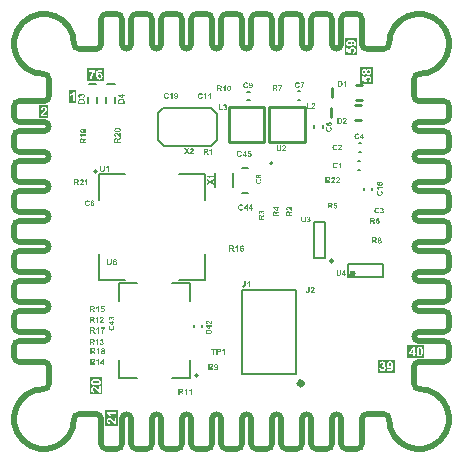
<source format=gto>
G04*
G04 #@! TF.GenerationSoftware,Altium Limited,Altium Designer,23.0.1 (38)*
G04*
G04 Layer_Color=15132400*
%FSLAX25Y25*%
%MOIN*%
G70*
G04*
G04 #@! TF.SameCoordinates,E6578E61-D9FC-44F6-81D0-07C95BE9B69E*
G04*
G04*
G04 #@! TF.FilePolarity,Positive*
G04*
G01*
G75*
%ADD10C,0.02000*%
%ADD11C,0.00787*%
%ADD12C,0.00984*%
%ADD13C,0.01100*%
%ADD14C,0.00551*%
%ADD15C,0.00500*%
%ADD16C,0.00700*%
%ADD17C,0.00591*%
%ADD18C,0.00800*%
G36*
X114458Y136860D02*
Y131300D01*
X110191D01*
Y136860D01*
X114458D01*
D02*
G37*
G36*
X119658Y121700D02*
X115391D01*
Y127267D01*
X119658D01*
Y121700D01*
D02*
G37*
G36*
X136764Y30345D02*
X131100D01*
Y34609D01*
X136764D01*
Y30345D01*
D02*
G37*
G36*
X126890Y25442D02*
X121300D01*
Y29709D01*
X126890D01*
Y25442D01*
D02*
G37*
G36*
X30018Y122645D02*
X24400D01*
Y126909D01*
X30018D01*
Y122645D01*
D02*
G37*
G36*
X34600Y7700D02*
X30391D01*
Y12830D01*
X34600D01*
Y7700D01*
D02*
G37*
G36*
X29455Y18200D02*
X25191D01*
Y23836D01*
X29455D01*
Y18200D01*
D02*
G37*
G36*
X11448Y110400D02*
X8300D01*
Y114609D01*
X11448D01*
Y110400D01*
D02*
G37*
G36*
X20705Y115400D02*
X18300D01*
Y119609D01*
X20705D01*
Y115400D01*
D02*
G37*
G36*
X108026Y90626D02*
X108046Y90625D01*
X108071Y90623D01*
X108101Y90619D01*
X108134Y90614D01*
X108169Y90607D01*
X108206Y90598D01*
X108246Y90588D01*
X108286Y90575D01*
X108325Y90558D01*
X108364Y90539D01*
X108403Y90518D01*
X108439Y90493D01*
X108473Y90464D01*
X108474Y90462D01*
X108480Y90456D01*
X108489Y90447D01*
X108499Y90434D01*
X108512Y90418D01*
X108527Y90400D01*
X108544Y90376D01*
X108560Y90351D01*
X108576Y90323D01*
X108592Y90293D01*
X108607Y90259D01*
X108621Y90224D01*
X108631Y90185D01*
X108640Y90144D01*
X108646Y90101D01*
X108647Y90057D01*
Y90055D01*
Y90051D01*
Y90043D01*
Y90033D01*
X108646Y90021D01*
X108644Y90006D01*
X108643Y89990D01*
X108641Y89972D01*
X108635Y89932D01*
X108626Y89888D01*
X108613Y89841D01*
X108597Y89793D01*
Y89792D01*
X108594Y89787D01*
X108591Y89781D01*
X108588Y89771D01*
X108582Y89761D01*
X108575Y89747D01*
X108567Y89731D01*
X108558Y89715D01*
X108548Y89696D01*
X108536Y89675D01*
X108510Y89630D01*
X108477Y89583D01*
X108440Y89533D01*
X108439Y89531D01*
X108437Y89528D01*
X108433Y89524D01*
X108427Y89516D01*
X108418Y89506D01*
X108407Y89494D01*
X108396Y89481D01*
X108381Y89466D01*
X108364Y89448D01*
X108345Y89429D01*
X108325Y89407D01*
X108301Y89383D01*
X108276Y89358D01*
X108248Y89331D01*
X108217Y89302D01*
X108183Y89271D01*
X108181Y89269D01*
X108175Y89263D01*
X108165Y89254D01*
X108153Y89243D01*
X108138Y89229D01*
X108120Y89214D01*
X108103Y89197D01*
X108083Y89179D01*
X108043Y89140D01*
X108003Y89104D01*
X107986Y89086D01*
X107971Y89071D01*
X107956Y89056D01*
X107946Y89044D01*
X107944Y89041D01*
X107938Y89035D01*
X107928Y89024D01*
X107917Y89010D01*
X107904Y88994D01*
X107891Y88975D01*
X107878Y88955D01*
X107866Y88936D01*
X108647D01*
Y88572D01*
X107271D01*
Y88575D01*
X107272Y88581D01*
X107274Y88593D01*
X107277Y88608D01*
X107280Y88625D01*
X107284Y88648D01*
X107289Y88671D01*
X107296Y88698D01*
X107303Y88727D01*
X107314Y88759D01*
X107324Y88790D01*
X107336Y88824D01*
X107351Y88858D01*
X107367Y88893D01*
X107385Y88927D01*
X107404Y88963D01*
X107405Y88964D01*
X107410Y88972D01*
X107417Y88982D01*
X107426Y88997D01*
X107439Y89015D01*
X107457Y89037D01*
X107478Y89064D01*
X107502Y89093D01*
X107530Y89127D01*
X107561Y89164D01*
X107598Y89204D01*
X107638Y89249D01*
X107684Y89296D01*
X107732Y89345D01*
X107787Y89398D01*
X107846Y89454D01*
X107848Y89456D01*
X107850Y89457D01*
X107858Y89465D01*
X107872Y89478D01*
X107889Y89494D01*
X107910Y89515D01*
X107934Y89537D01*
X107959Y89562D01*
X107987Y89589D01*
X108042Y89645D01*
X108070Y89672D01*
X108095Y89700D01*
X108120Y89725D01*
X108141Y89749D01*
X108159Y89771D01*
X108172Y89789D01*
X108174Y89790D01*
X108175Y89795D01*
X108179Y89801D01*
X108185Y89809D01*
X108191Y89821D01*
X108197Y89833D01*
X108205Y89848D01*
X108213Y89864D01*
X108228Y89901D01*
X108240Y89941D01*
X108250Y89986D01*
X108252Y90008D01*
X108254Y90030D01*
Y90031D01*
Y90036D01*
Y90042D01*
X108252Y90052D01*
Y90062D01*
X108250Y90074D01*
X108245Y90104D01*
X108236Y90136D01*
X108224Y90171D01*
X108206Y90202D01*
X108194Y90218D01*
X108183Y90231D01*
X108181Y90233D01*
X108179Y90234D01*
X108175Y90237D01*
X108169Y90243D01*
X108162Y90247D01*
X108153Y90253D01*
X108142Y90261D01*
X108132Y90267D01*
X108104Y90280D01*
X108070Y90292D01*
X108031Y90299D01*
X108009Y90301D01*
X107987Y90302D01*
X107975D01*
X107966Y90301D01*
X107956D01*
X107944Y90298D01*
X107916Y90293D01*
X107885Y90285D01*
X107851Y90271D01*
X107836Y90262D01*
X107820Y90253D01*
X107805Y90242D01*
X107790Y90228D01*
X107789Y90227D01*
X107787Y90225D01*
X107783Y90221D01*
X107778Y90214D01*
X107773Y90206D01*
X107767Y90196D01*
X107761Y90184D01*
X107753Y90171D01*
X107746Y90154D01*
X107738Y90136D01*
X107731Y90116D01*
X107725Y90094D01*
X107719Y90068D01*
X107713Y90042D01*
X107710Y90014D01*
X107707Y89983D01*
X107317Y90021D01*
Y90022D01*
Y90026D01*
X107318Y90030D01*
Y90036D01*
X107320Y90043D01*
X107321Y90052D01*
X107325Y90074D01*
X107330Y90101D01*
X107337Y90131D01*
X107346Y90165D01*
X107357Y90200D01*
X107370Y90239D01*
X107385Y90277D01*
X107403Y90316D01*
X107423Y90354D01*
X107445Y90391D01*
X107472Y90425D01*
X107502Y90458D01*
X107534Y90486D01*
X107536Y90487D01*
X107543Y90492D01*
X107554Y90499D01*
X107567Y90508D01*
X107586Y90518D01*
X107607Y90530D01*
X107633Y90544D01*
X107661Y90557D01*
X107693Y90570D01*
X107728Y90583D01*
X107767Y90595D01*
X107807Y90606D01*
X107851Y90614D01*
X107897Y90622D01*
X107946Y90626D01*
X107996Y90628D01*
X108009D01*
X108026Y90626D01*
D02*
G37*
G36*
X106435D02*
X106455Y90625D01*
X106481Y90623D01*
X106510Y90619D01*
X106543Y90614D01*
X106578Y90607D01*
X106615Y90598D01*
X106655Y90588D01*
X106695Y90575D01*
X106734Y90558D01*
X106773Y90539D01*
X106812Y90518D01*
X106848Y90493D01*
X106881Y90464D01*
X106883Y90462D01*
X106889Y90456D01*
X106898Y90447D01*
X106908Y90434D01*
X106922Y90418D01*
X106936Y90400D01*
X106953Y90376D01*
X106969Y90351D01*
X106985Y90323D01*
X107001Y90293D01*
X107016Y90259D01*
X107029Y90224D01*
X107040Y90185D01*
X107049Y90144D01*
X107055Y90101D01*
X107056Y90057D01*
Y90055D01*
Y90051D01*
Y90043D01*
Y90033D01*
X107055Y90021D01*
X107053Y90006D01*
X107052Y89990D01*
X107050Y89972D01*
X107044Y89932D01*
X107036Y89888D01*
X107022Y89841D01*
X107006Y89793D01*
Y89792D01*
X107003Y89787D01*
X107000Y89781D01*
X106997Y89771D01*
X106991Y89761D01*
X106984Y89747D01*
X106976Y89731D01*
X106967Y89715D01*
X106957Y89696D01*
X106945Y89675D01*
X106919Y89630D01*
X106886Y89583D01*
X106849Y89533D01*
X106848Y89531D01*
X106846Y89528D01*
X106842Y89524D01*
X106836Y89516D01*
X106827Y89506D01*
X106816Y89494D01*
X106805Y89481D01*
X106790Y89466D01*
X106773Y89448D01*
X106754Y89429D01*
X106734Y89407D01*
X106710Y89383D01*
X106685Y89358D01*
X106657Y89331D01*
X106625Y89302D01*
X106591Y89271D01*
X106590Y89269D01*
X106584Y89263D01*
X106574Y89254D01*
X106562Y89243D01*
X106547Y89229D01*
X106529Y89214D01*
X106511Y89197D01*
X106492Y89179D01*
X106452Y89140D01*
X106412Y89104D01*
X106395Y89086D01*
X106380Y89071D01*
X106365Y89056D01*
X106355Y89044D01*
X106353Y89041D01*
X106347Y89035D01*
X106337Y89024D01*
X106326Y89010D01*
X106313Y88994D01*
X106300Y88975D01*
X106287Y88955D01*
X106275Y88936D01*
X107056D01*
Y88572D01*
X105680D01*
Y88575D01*
X105681Y88581D01*
X105683Y88593D01*
X105686Y88608D01*
X105689Y88625D01*
X105693Y88648D01*
X105698Y88671D01*
X105705Y88698D01*
X105712Y88727D01*
X105723Y88759D01*
X105733Y88790D01*
X105745Y88824D01*
X105760Y88858D01*
X105776Y88893D01*
X105794Y88927D01*
X105813Y88963D01*
X105815Y88964D01*
X105819Y88972D01*
X105826Y88982D01*
X105835Y88997D01*
X105849Y89015D01*
X105866Y89037D01*
X105887Y89064D01*
X105911Y89093D01*
X105939Y89127D01*
X105970Y89164D01*
X106007Y89204D01*
X106047Y89249D01*
X106093Y89296D01*
X106141Y89345D01*
X106196Y89398D01*
X106255Y89454D01*
X106257Y89456D01*
X106258Y89457D01*
X106267Y89465D01*
X106281Y89478D01*
X106298Y89494D01*
X106319Y89515D01*
X106343Y89537D01*
X106368Y89562D01*
X106396Y89589D01*
X106451Y89645D01*
X106479Y89672D01*
X106504Y89700D01*
X106529Y89725D01*
X106550Y89749D01*
X106568Y89771D01*
X106581Y89789D01*
X106583Y89790D01*
X106584Y89795D01*
X106588Y89801D01*
X106594Y89809D01*
X106600Y89821D01*
X106606Y89833D01*
X106614Y89848D01*
X106623Y89864D01*
X106637Y89901D01*
X106649Y89941D01*
X106659Y89986D01*
X106661Y90008D01*
X106662Y90030D01*
Y90031D01*
Y90036D01*
Y90042D01*
X106661Y90052D01*
Y90062D01*
X106659Y90074D01*
X106654Y90104D01*
X106645Y90136D01*
X106633Y90171D01*
X106615Y90202D01*
X106603Y90218D01*
X106591Y90231D01*
X106590Y90233D01*
X106588Y90234D01*
X106584Y90237D01*
X106578Y90243D01*
X106571Y90247D01*
X106562Y90253D01*
X106552Y90261D01*
X106541Y90267D01*
X106513Y90280D01*
X106479Y90292D01*
X106440Y90299D01*
X106418Y90301D01*
X106396Y90302D01*
X106384D01*
X106375Y90301D01*
X106365D01*
X106353Y90298D01*
X106325Y90293D01*
X106294Y90285D01*
X106260Y90271D01*
X106245Y90262D01*
X106229Y90253D01*
X106214Y90242D01*
X106199Y90228D01*
X106198Y90227D01*
X106196Y90225D01*
X106192Y90221D01*
X106187Y90214D01*
X106182Y90206D01*
X106176Y90196D01*
X106170Y90184D01*
X106162Y90171D01*
X106155Y90154D01*
X106148Y90136D01*
X106140Y90116D01*
X106134Y90094D01*
X106128Y90068D01*
X106122Y90042D01*
X106119Y90014D01*
X106116Y89983D01*
X105726Y90021D01*
Y90022D01*
Y90026D01*
X105727Y90030D01*
Y90036D01*
X105729Y90043D01*
X105730Y90052D01*
X105735Y90074D01*
X105739Y90101D01*
X105746Y90131D01*
X105755Y90165D01*
X105766Y90200D01*
X105779Y90239D01*
X105794Y90277D01*
X105812Y90316D01*
X105832Y90354D01*
X105854Y90391D01*
X105881Y90425D01*
X105911Y90458D01*
X105943Y90486D01*
X105945Y90487D01*
X105952Y90492D01*
X105963Y90499D01*
X105976Y90508D01*
X105995Y90518D01*
X106016Y90530D01*
X106042Y90544D01*
X106070Y90557D01*
X106102Y90570D01*
X106137Y90583D01*
X106176Y90595D01*
X106216Y90606D01*
X106260Y90614D01*
X106306Y90622D01*
X106355Y90626D01*
X106405Y90628D01*
X106418D01*
X106435Y90626D01*
D02*
G37*
G36*
X104675Y90619D02*
X104703D01*
X104734Y90618D01*
X104768Y90616D01*
X104805Y90613D01*
X104844Y90610D01*
X104882Y90607D01*
X104962Y90597D01*
X104999Y90591D01*
X105034Y90583D01*
X105069Y90575D01*
X105098Y90564D01*
X105100D01*
X105104Y90561D01*
X105113Y90558D01*
X105123Y90554D01*
X105135Y90548D01*
X105150Y90539D01*
X105166Y90530D01*
X105184Y90520D01*
X105203Y90507D01*
X105222Y90492D01*
X105242Y90475D01*
X105262Y90458D01*
X105282Y90438D01*
X105301Y90416D01*
X105319Y90393D01*
X105336Y90367D01*
X105338Y90366D01*
X105341Y90361D01*
X105345Y90353D01*
X105351Y90342D01*
X105357Y90329D01*
X105365Y90314D01*
X105373Y90295D01*
X105382Y90274D01*
X105390Y90252D01*
X105399Y90227D01*
X105406Y90200D01*
X105413Y90172D01*
X105418Y90142D01*
X105422Y90111D01*
X105425Y90080D01*
X105427Y90046D01*
Y90043D01*
Y90036D01*
X105425Y90024D01*
Y90008D01*
X105422Y89988D01*
X105419Y89965D01*
X105415Y89940D01*
X105410Y89912D01*
X105403Y89882D01*
X105394Y89851D01*
X105382Y89820D01*
X105369Y89787D01*
X105354Y89756D01*
X105335Y89724D01*
X105314Y89694D01*
X105290Y89664D01*
X105289Y89663D01*
X105285Y89658D01*
X105276Y89651D01*
X105265Y89641D01*
X105251Y89629D01*
X105234Y89615D01*
X105214Y89601D01*
X105190Y89584D01*
X105162Y89568D01*
X105132Y89553D01*
X105100Y89537D01*
X105063Y89522D01*
X105023Y89508D01*
X104980Y89496D01*
X104934Y89485D01*
X104885Y89476D01*
X104886Y89475D01*
X104891Y89473D01*
X104898Y89469D01*
X104907Y89463D01*
X104919Y89456D01*
X104932Y89447D01*
X104947Y89437D01*
X104964Y89426D01*
X104999Y89399D01*
X105036Y89370D01*
X105073Y89337D01*
X105107Y89303D01*
X105108Y89302D01*
X105112Y89299D01*
X105116Y89293D01*
X105123Y89285D01*
X105132Y89275D01*
X105142Y89262D01*
X105154Y89245D01*
X105169Y89226D01*
X105185Y89206D01*
X105203Y89182D01*
X105222Y89154D01*
X105243Y89124D01*
X105265Y89090D01*
X105289Y89055D01*
X105316Y89015D01*
X105342Y88972D01*
X105593Y88572D01*
X105097D01*
X104799Y89018D01*
X104798Y89021D01*
X104792Y89028D01*
X104784Y89040D01*
X104774Y89056D01*
X104761Y89075D01*
X104746Y89096D01*
X104730Y89120D01*
X104712Y89145D01*
X104675Y89195D01*
X104657Y89220D01*
X104639Y89245D01*
X104623Y89268D01*
X104607Y89287D01*
X104592Y89305D01*
X104580Y89318D01*
X104577Y89321D01*
X104570Y89328D01*
X104558Y89339D01*
X104543Y89352D01*
X104524Y89367D01*
X104503Y89380D01*
X104481Y89394D01*
X104456Y89404D01*
X104453Y89405D01*
X104448Y89407D01*
X104444Y89408D01*
X104437Y89410D01*
X104428Y89411D01*
X104417Y89414D01*
X104405Y89416D01*
X104392Y89419D01*
X104377Y89420D01*
X104360Y89422D01*
X104340Y89425D01*
X104321Y89426D01*
X104299D01*
X104274Y89428D01*
X104166D01*
Y88572D01*
X103753D01*
Y90620D01*
X104653D01*
X104675Y90619D01*
D02*
G37*
G36*
X77190Y54588D02*
Y54585D01*
Y54576D01*
Y54564D01*
Y54546D01*
X77188Y54524D01*
X77187Y54501D01*
X77185Y54473D01*
X77184Y54444D01*
X77182Y54413D01*
X77178Y54381D01*
X77170Y54316D01*
X77165Y54285D01*
X77159Y54253D01*
X77151Y54224D01*
X77144Y54197D01*
Y54196D01*
X77141Y54190D01*
X77138Y54179D01*
X77132Y54168D01*
X77125Y54153D01*
X77117Y54135D01*
X77107Y54116D01*
X77095Y54094D01*
X77080Y54071D01*
X77065Y54048D01*
X77048Y54024D01*
X77027Y54000D01*
X77005Y53977D01*
X76981Y53953D01*
X76955Y53931D01*
X76926Y53910D01*
X76925Y53909D01*
X76919Y53906D01*
X76910Y53900D01*
X76898Y53894D01*
X76882Y53885D01*
X76863Y53876D01*
X76841Y53866D01*
X76815Y53857D01*
X76787Y53847D01*
X76756Y53836D01*
X76722Y53827D01*
X76685Y53818D01*
X76645Y53812D01*
X76602Y53807D01*
X76558Y53803D01*
X76511Y53802D01*
X76497D01*
X76481Y53803D01*
X76460Y53805D01*
X76435Y53808D01*
X76405Y53811D01*
X76373Y53817D01*
X76339Y53823D01*
X76302Y53832D01*
X76263Y53843D01*
X76225Y53857D01*
X76185Y53873D01*
X76146Y53892D01*
X76109Y53914D01*
X76075Y53941D01*
X76043Y53971D01*
X76041Y53972D01*
X76035Y53978D01*
X76028Y53988D01*
X76018Y54002D01*
X76006Y54021D01*
X75991Y54042D01*
X75976Y54067D01*
X75961Y54097D01*
X75947Y54131D01*
X75932Y54168D01*
X75919Y54209D01*
X75905Y54253D01*
X75895Y54302D01*
X75887Y54354D01*
X75881Y54410D01*
X75880Y54471D01*
X76269Y54515D01*
Y54514D01*
Y54508D01*
X76271Y54499D01*
Y54487D01*
X76272Y54473D01*
X76274Y54455D01*
X76275Y54437D01*
X76278Y54418D01*
X76284Y54376D01*
X76293Y54335D01*
X76299Y54316D01*
X76305Y54296D01*
X76312Y54280D01*
X76319Y54265D01*
X76321Y54264D01*
X76323Y54261D01*
X76327Y54255D01*
X76333Y54247D01*
X76340Y54240D01*
X76348Y54231D01*
X76358Y54221D01*
X76371Y54211D01*
X76385Y54200D01*
X76399Y54190D01*
X76416Y54181D01*
X76435Y54173D01*
X76454Y54166D01*
X76476Y54160D01*
X76499Y54157D01*
X76524Y54156D01*
X76537D01*
X76546Y54157D01*
X76558Y54159D01*
X76571Y54160D01*
X76599Y54166D01*
X76632Y54175D01*
X76664Y54188D01*
X76679Y54197D01*
X76694Y54209D01*
X76707Y54221D01*
X76719Y54234D01*
Y54236D01*
X76722Y54239D01*
X76725Y54243D01*
X76728Y54251D01*
X76732Y54259D01*
X76737Y54273D01*
X76743Y54287D01*
X76749Y54305D01*
X76753Y54325D01*
X76759Y54348D01*
X76763Y54375D01*
X76768Y54406D01*
X76771Y54439D01*
X76774Y54475D01*
X76777Y54517D01*
Y54561D01*
Y55886D01*
X77190D01*
Y54588D01*
D02*
G37*
G36*
X78548Y53838D02*
X78156D01*
Y55316D01*
X78153Y55313D01*
X78146Y55307D01*
X78134Y55297D01*
X78118Y55283D01*
X78097Y55267D01*
X78072Y55248D01*
X78044Y55226D01*
X78011Y55204D01*
X77976Y55180D01*
X77937Y55155D01*
X77896Y55130D01*
X77851Y55106D01*
X77804Y55082D01*
X77754Y55059D01*
X77702Y55038D01*
X77649Y55019D01*
Y55375D01*
X77650D01*
X77656Y55378D01*
X77663Y55381D01*
X77675Y55386D01*
X77690Y55392D01*
X77706Y55397D01*
X77725Y55406D01*
X77748Y55417D01*
X77771Y55430D01*
X77797Y55443D01*
X77825Y55458D01*
X77853Y55476D01*
X77884Y55495D01*
X77915Y55516D01*
X77947Y55540D01*
X77982Y55565D01*
X77983Y55566D01*
X77989Y55571D01*
X77999Y55580D01*
X78011Y55590D01*
X78026Y55603D01*
X78042Y55620D01*
X78060Y55637D01*
X78081Y55658D01*
X78100Y55682D01*
X78121Y55707D01*
X78141Y55734D01*
X78162Y55763D01*
X78181Y55793D01*
X78199Y55825D01*
X78215Y55859D01*
X78229Y55893D01*
X78548D01*
Y53838D01*
D02*
G37*
G36*
X97270Y76463D02*
Y76462D01*
Y76459D01*
Y76455D01*
Y76448D01*
Y76440D01*
Y76430D01*
Y76419D01*
Y76408D01*
X97269Y76379D01*
Y76348D01*
X97268Y76312D01*
X97266Y76274D01*
X97265Y76234D01*
X97262Y76194D01*
X97261Y76153D01*
X97256Y76113D01*
X97254Y76076D01*
X97250Y76040D01*
X97244Y76007D01*
X97239Y75978D01*
Y75976D01*
X97237Y75971D01*
X97236Y75964D01*
X97232Y75954D01*
X97229Y75942D01*
X97225Y75928D01*
X97219Y75911D01*
X97212Y75895D01*
X97196Y75856D01*
X97176Y75816D01*
X97152Y75776D01*
X97123Y75738D01*
X97121Y75736D01*
X97119Y75733D01*
X97114Y75728D01*
X97107Y75721D01*
X97099Y75714D01*
X97089Y75704D01*
X97077Y75693D01*
X97063Y75682D01*
X97048Y75670D01*
X97032Y75657D01*
X97014Y75645D01*
X96993Y75631D01*
X96972Y75619D01*
X96949Y75606D01*
X96925Y75594D01*
X96899Y75583D01*
X96898D01*
X96892Y75580D01*
X96885Y75577D01*
X96874Y75573D01*
X96859Y75569D01*
X96842Y75565D01*
X96823Y75560D01*
X96801Y75554D01*
X96775Y75548D01*
X96747Y75543D01*
X96717Y75539D01*
X96685Y75535D01*
X96649Y75531D01*
X96614Y75528D01*
X96573Y75526D01*
X96532Y75525D01*
X96506D01*
X96487Y75526D01*
X96464D01*
X96438Y75528D01*
X96409Y75531D01*
X96377Y75533D01*
X96344Y75536D01*
X96310Y75540D01*
X96241Y75551D01*
X96208Y75558D01*
X96175Y75566D01*
X96144Y75576D01*
X96117Y75587D01*
X96115Y75589D01*
X96111Y75590D01*
X96103Y75594D01*
X96093Y75598D01*
X96082Y75605D01*
X96068Y75612D01*
X96053Y75622D01*
X96037Y75631D01*
X96001Y75655D01*
X95964Y75684D01*
X95926Y75716D01*
X95893Y75751D01*
X95892Y75753D01*
X95889Y75756D01*
X95885Y75761D01*
X95881Y75769D01*
X95874Y75778D01*
X95865Y75789D01*
X95857Y75802D01*
X95849Y75816D01*
X95831Y75848D01*
X95813Y75884D01*
X95798Y75923D01*
X95785Y75964D01*
Y75965D01*
X95784Y75972D01*
X95783Y75982D01*
X95780Y75994D01*
X95777Y76012D01*
X95773Y76033D01*
X95770Y76058D01*
X95767Y76087D01*
X95763Y76118D01*
X95761Y76154D01*
X95757Y76194D01*
X95754Y76237D01*
X95752Y76284D01*
X95750Y76335D01*
X95748Y76390D01*
Y76448D01*
Y77468D01*
X96133D01*
Y76433D01*
Y76430D01*
Y76422D01*
Y76410D01*
Y76393D01*
Y76374D01*
X96135Y76352D01*
Y76327D01*
Y76301D01*
X96136Y76247D01*
X96137Y76219D01*
X96139Y76194D01*
X96140Y76170D01*
X96143Y76147D01*
X96144Y76128D01*
X96147Y76113D01*
Y76112D01*
X96148Y76107D01*
X96150Y76102D01*
X96153Y76094D01*
X96155Y76084D01*
X96159Y76072D01*
X96171Y76045D01*
X96187Y76015D01*
X96206Y75985D01*
X96219Y75969D01*
X96233Y75954D01*
X96248Y75939D01*
X96264Y75925D01*
X96266Y75924D01*
X96268Y75923D01*
X96274Y75918D01*
X96281Y75914D01*
X96290Y75909D01*
X96303Y75903D01*
X96315Y75896D01*
X96332Y75891D01*
X96349Y75884D01*
X96368Y75877D01*
X96389Y75871D01*
X96412Y75866D01*
X96437Y75862D01*
X96462Y75858D01*
X96491Y75856D01*
X96520Y75855D01*
X96535D01*
X96547Y75856D01*
X96560D01*
X96576Y75859D01*
X96593Y75860D01*
X96612Y75863D01*
X96652Y75871D01*
X96693Y75882D01*
X96732Y75899D01*
X96750Y75910D01*
X96767Y75921D01*
X96768Y75923D01*
X96771Y75924D01*
X96775Y75928D01*
X96780Y75933D01*
X96794Y75947D01*
X96811Y75967D01*
X96829Y75991D01*
X96845Y76019D01*
X96858Y76051D01*
X96863Y76067D01*
X96867Y76085D01*
Y76087D01*
X96869Y76089D01*
Y76096D01*
X96870Y76105D01*
X96872Y76116D01*
X96873Y76128D01*
X96874Y76145D01*
X96877Y76163D01*
X96878Y76185D01*
X96880Y76208D01*
X96881Y76234D01*
X96883Y76265D01*
X96884Y76297D01*
Y76332D01*
X96885Y76370D01*
Y76411D01*
Y77468D01*
X97270D01*
Y76463D01*
D02*
G37*
G36*
X98227Y77474D02*
X98245Y77472D01*
X98268Y77469D01*
X98294Y77465D01*
X98323Y77461D01*
X98355Y77453D01*
X98390Y77445D01*
X98424Y77434D01*
X98460Y77418D01*
X98496Y77402D01*
X98532Y77382D01*
X98567Y77359D01*
X98601Y77333D01*
X98632Y77302D01*
X98634Y77301D01*
X98638Y77296D01*
X98645Y77289D01*
X98653Y77278D01*
X98664Y77264D01*
X98675Y77249D01*
X98688Y77231D01*
X98700Y77210D01*
X98712Y77188D01*
X98725Y77163D01*
X98736Y77137D01*
X98747Y77109D01*
X98755Y77080D01*
X98762Y77050D01*
X98766Y77018D01*
X98768Y76985D01*
Y76982D01*
Y76974D01*
X98766Y76962D01*
X98764Y76944D01*
X98759Y76922D01*
X98752Y76898D01*
X98744Y76871D01*
X98733Y76840D01*
X98718Y76810D01*
X98700Y76777D01*
X98678Y76744D01*
X98652Y76709D01*
X98620Y76676D01*
X98602Y76659D01*
X98583Y76644D01*
X98562Y76628D01*
X98540Y76613D01*
X98516Y76597D01*
X98492Y76583D01*
X98493D01*
X98498Y76582D01*
X98507Y76579D01*
X98519Y76577D01*
X98533Y76573D01*
X98548Y76565D01*
X98566Y76559D01*
X98585Y76550D01*
X98606Y76541D01*
X98628Y76530D01*
X98650Y76517D01*
X98671Y76502D01*
X98693Y76487D01*
X98714Y76468D01*
X98734Y76448D01*
X98754Y76426D01*
X98755Y76425D01*
X98758Y76421D01*
X98764Y76414D01*
X98769Y76404D01*
X98776Y76393D01*
X98784Y76378D01*
X98794Y76361D01*
X98804Y76343D01*
X98812Y76323D01*
X98822Y76301D01*
X98830Y76276D01*
X98837Y76249D01*
X98842Y76222D01*
X98848Y76193D01*
X98850Y76163D01*
X98852Y76131D01*
Y76128D01*
Y76120D01*
X98850Y76106D01*
X98849Y76088D01*
X98846Y76067D01*
X98842Y76041D01*
X98837Y76013D01*
X98828Y75983D01*
X98819Y75950D01*
X98806Y75916D01*
X98791Y75880D01*
X98774Y75844D01*
X98752Y75807D01*
X98728Y75771D01*
X98700Y75736D01*
X98667Y75702D01*
X98664Y75700D01*
X98659Y75695D01*
X98648Y75685D01*
X98634Y75674D01*
X98616Y75660D01*
X98595Y75647D01*
X98569Y75630D01*
X98541Y75613D01*
X98510Y75597D01*
X98475Y75582D01*
X98438Y75566D01*
X98396Y75553D01*
X98354Y75542D01*
X98308Y75533D01*
X98260Y75526D01*
X98210Y75525D01*
X98199D01*
X98185Y75526D01*
X98167Y75528D01*
X98145Y75529D01*
X98119Y75533D01*
X98091Y75538D01*
X98060Y75544D01*
X98027Y75551D01*
X97992Y75561D01*
X97956Y75573D01*
X97920Y75589D01*
X97884Y75605D01*
X97849Y75624D01*
X97814Y75648D01*
X97781Y75674D01*
X97780Y75675D01*
X97774Y75681D01*
X97764Y75689D01*
X97753Y75702D01*
X97741Y75716D01*
X97726Y75733D01*
X97709Y75756D01*
X97693Y75779D01*
X97675Y75805D01*
X97658Y75834D01*
X97641Y75867D01*
X97625Y75902D01*
X97611Y75938D01*
X97600Y75978D01*
X97591Y76019D01*
X97584Y76063D01*
X97938Y76107D01*
Y76106D01*
X97940Y76102D01*
Y76095D01*
X97942Y76085D01*
X97944Y76073D01*
X97948Y76060D01*
X97951Y76045D01*
X97956Y76030D01*
X97967Y75997D01*
X97984Y75963D01*
X98003Y75928D01*
X98015Y75913D01*
X98028Y75899D01*
X98029Y75898D01*
X98032Y75896D01*
X98036Y75892D01*
X98042Y75888D01*
X98049Y75882D01*
X98057Y75877D01*
X98079Y75864D01*
X98105Y75851D01*
X98136Y75840D01*
X98170Y75831D01*
X98188Y75830D01*
X98207Y75829D01*
X98218D01*
X98227Y75830D01*
X98236Y75831D01*
X98247Y75833D01*
X98274Y75840D01*
X98304Y75849D01*
X98319Y75856D01*
X98336Y75864D01*
X98352Y75874D01*
X98367Y75887D01*
X98383Y75899D01*
X98398Y75914D01*
X98399Y75916D01*
X98400Y75918D01*
X98405Y75923D01*
X98410Y75929D01*
X98416Y75939D01*
X98423Y75949D01*
X98430Y75961D01*
X98438Y75975D01*
X98445Y75991D01*
X98452Y76008D01*
X98458Y76027D01*
X98464Y76048D01*
X98470Y76070D01*
X98474Y76094D01*
X98475Y76120D01*
X98476Y76146D01*
Y76147D01*
Y76152D01*
Y76160D01*
X98475Y76170D01*
X98474Y76180D01*
X98472Y76194D01*
X98471Y76209D01*
X98467Y76225D01*
X98458Y76261D01*
X98445Y76297D01*
X98436Y76314D01*
X98427Y76332D01*
X98416Y76350D01*
X98402Y76365D01*
X98400Y76367D01*
X98399Y76370D01*
X98395Y76372D01*
X98388Y76378D01*
X98381Y76385D01*
X98373Y76392D01*
X98351Y76407D01*
X98325Y76421D01*
X98294Y76434D01*
X98278Y76440D01*
X98260Y76443D01*
X98241Y76446D01*
X98221Y76447D01*
X98209D01*
X98202Y76446D01*
X98194D01*
X98174Y76444D01*
X98149Y76440D01*
X98120Y76436D01*
X98089Y76429D01*
X98054Y76419D01*
X98094Y76717D01*
X98119D01*
X98131Y76719D01*
X98145Y76720D01*
X98162Y76722D01*
X98178Y76724D01*
X98216Y76731D01*
X98253Y76742D01*
X98272Y76750D01*
X98290Y76759D01*
X98307Y76768D01*
X98322Y76781D01*
X98323Y76782D01*
X98325Y76784D01*
X98329Y76788D01*
X98334Y76793D01*
X98340Y76800D01*
X98347Y76808D01*
X98354Y76818D01*
X98362Y76829D01*
X98376Y76855D01*
X98388Y76887D01*
X98394Y76904D01*
X98398Y76923D01*
X98399Y76942D01*
X98400Y76963D01*
Y76964D01*
Y76967D01*
Y76973D01*
X98399Y76980D01*
Y76988D01*
X98398Y76996D01*
X98394Y77018D01*
X98387Y77043D01*
X98376Y77068D01*
X98362Y77093D01*
X98343Y77116D01*
X98340Y77119D01*
X98332Y77126D01*
X98319Y77134D01*
X98301Y77145D01*
X98279Y77156D01*
X98253Y77165D01*
X98224Y77171D01*
X98189Y77174D01*
X98180D01*
X98174Y77173D01*
X98166D01*
X98156Y77171D01*
X98134Y77166D01*
X98109Y77158D01*
X98082Y77147D01*
X98054Y77130D01*
X98040Y77119D01*
X98028Y77108D01*
X98027Y77106D01*
X98025Y77105D01*
X98022Y77101D01*
X98017Y77096D01*
X98013Y77089D01*
X98006Y77080D01*
X98000Y77071D01*
X97993Y77060D01*
X97987Y77047D01*
X97980Y77033D01*
X97973Y77018D01*
X97966Y77000D01*
X97960Y76982D01*
X97955Y76963D01*
X97951Y76941D01*
X97948Y76919D01*
X97611Y76975D01*
Y76977D01*
X97613Y76984D01*
X97615Y76992D01*
X97618Y77004D01*
X97621Y77020D01*
X97626Y77036D01*
X97631Y77055D01*
X97637Y77075D01*
X97653Y77119D01*
X97671Y77166D01*
X97691Y77211D01*
X97704Y77232D01*
X97716Y77253D01*
X97717Y77254D01*
X97719Y77257D01*
X97723Y77263D01*
X97730Y77269D01*
X97737Y77279D01*
X97745Y77289D01*
X97756Y77300D01*
X97768Y77312D01*
X97781Y77324D01*
X97796Y77338D01*
X97813Y77352D01*
X97831Y77365D01*
X97850Y77378D01*
X97869Y77392D01*
X97915Y77416D01*
X97916Y77417D01*
X97920Y77418D01*
X97927Y77421D01*
X97937Y77425D01*
X97949Y77429D01*
X97963Y77435D01*
X97980Y77441D01*
X97998Y77446D01*
X98018Y77451D01*
X98040Y77456D01*
X98064Y77461D01*
X98089Y77465D01*
X98142Y77472D01*
X98172Y77475D01*
X98213D01*
X98227Y77474D01*
D02*
G37*
G36*
X24487Y87872D02*
X24094D01*
Y89351D01*
X24091Y89348D01*
X24084Y89342D01*
X24072Y89331D01*
X24056Y89318D01*
X24035Y89302D01*
X24010Y89283D01*
X23982Y89260D01*
X23949Y89238D01*
X23914Y89214D01*
X23875Y89189D01*
X23834Y89164D01*
X23789Y89140D01*
X23742Y89117D01*
X23692Y89093D01*
X23640Y89072D01*
X23587Y89053D01*
Y89410D01*
X23588D01*
X23594Y89413D01*
X23602Y89416D01*
X23613Y89420D01*
X23628Y89426D01*
X23644Y89432D01*
X23664Y89441D01*
X23686Y89451D01*
X23710Y89465D01*
X23735Y89478D01*
X23763Y89493D01*
X23791Y89511D01*
X23822Y89530D01*
X23853Y89551D01*
X23886Y89574D01*
X23920Y89599D01*
X23921Y89601D01*
X23927Y89605D01*
X23937Y89614D01*
X23949Y89625D01*
X23964Y89638D01*
X23980Y89654D01*
X23998Y89672D01*
X24019Y89692D01*
X24038Y89716D01*
X24059Y89741D01*
X24080Y89768D01*
X24100Y89798D01*
X24120Y89827D01*
X24137Y89860D01*
X24154Y89894D01*
X24167Y89928D01*
X24487D01*
Y87872D01*
D02*
G37*
G36*
X22595Y89926D02*
X22616Y89925D01*
X22641Y89923D01*
X22671Y89919D01*
X22703Y89915D01*
X22739Y89907D01*
X22776Y89898D01*
X22816Y89888D01*
X22856Y89875D01*
X22894Y89858D01*
X22934Y89839D01*
X22973Y89818D01*
X23008Y89793D01*
X23042Y89764D01*
X23044Y89762D01*
X23050Y89756D01*
X23058Y89747D01*
X23069Y89734D01*
X23082Y89718D01*
X23097Y89700D01*
X23113Y89676D01*
X23129Y89651D01*
X23146Y89623D01*
X23162Y89593D01*
X23177Y89559D01*
X23190Y89524D01*
X23201Y89485D01*
X23209Y89444D01*
X23215Y89401D01*
X23217Y89357D01*
Y89355D01*
Y89351D01*
Y89343D01*
Y89333D01*
X23215Y89321D01*
X23214Y89306D01*
X23212Y89290D01*
X23211Y89272D01*
X23205Y89232D01*
X23196Y89188D01*
X23183Y89140D01*
X23166Y89093D01*
Y89092D01*
X23164Y89087D01*
X23160Y89081D01*
X23158Y89071D01*
X23152Y89061D01*
X23144Y89047D01*
X23137Y89031D01*
X23128Y89015D01*
X23118Y88995D01*
X23106Y88975D01*
X23079Y88930D01*
X23047Y88883D01*
X23010Y88833D01*
X23008Y88831D01*
X23007Y88828D01*
X23002Y88824D01*
X22996Y88816D01*
X22987Y88806D01*
X22977Y88794D01*
X22965Y88781D01*
X22950Y88766D01*
X22934Y88748D01*
X22915Y88729D01*
X22894Y88707D01*
X22870Y88683D01*
X22845Y88658D01*
X22817Y88631D01*
X22786Y88602D01*
X22752Y88571D01*
X22751Y88569D01*
X22745Y88563D01*
X22734Y88554D01*
X22722Y88543D01*
X22708Y88529D01*
X22690Y88515D01*
X22672Y88497D01*
X22653Y88479D01*
X22613Y88441D01*
X22573Y88403D01*
X22555Y88386D01*
X22540Y88371D01*
X22526Y88356D01*
X22515Y88344D01*
X22514Y88341D01*
X22508Y88335D01*
X22498Y88323D01*
X22487Y88310D01*
X22474Y88294D01*
X22460Y88275D01*
X22447Y88256D01*
X22435Y88236D01*
X23217D01*
Y87872D01*
X21840D01*
Y87875D01*
X21842Y87881D01*
X21843Y87893D01*
X21846Y87908D01*
X21849Y87925D01*
X21854Y87948D01*
X21858Y87971D01*
X21866Y87998D01*
X21873Y88028D01*
X21883Y88059D01*
X21894Y88090D01*
X21905Y88124D01*
X21920Y88158D01*
X21937Y88193D01*
X21954Y88227D01*
X21974Y88263D01*
X21975Y88264D01*
X21980Y88272D01*
X21987Y88282D01*
X21996Y88297D01*
X22009Y88315D01*
X22027Y88337D01*
X22048Y88363D01*
X22071Y88393D01*
X22099Y88427D01*
X22130Y88464D01*
X22167Y88504D01*
X22207Y88548D01*
X22253Y88596D01*
X22302Y88645D01*
X22357Y88698D01*
X22416Y88754D01*
X22418Y88756D01*
X22419Y88757D01*
X22428Y88765D01*
X22441Y88778D01*
X22459Y88794D01*
X22480Y88815D01*
X22503Y88837D01*
X22529Y88862D01*
X22557Y88889D01*
X22611Y88945D01*
X22640Y88972D01*
X22665Y89000D01*
X22690Y89025D01*
X22711Y89049D01*
X22728Y89071D01*
X22742Y89089D01*
X22743Y89090D01*
X22745Y89095D01*
X22749Y89100D01*
X22755Y89109D01*
X22761Y89121D01*
X22767Y89133D01*
X22774Y89148D01*
X22783Y89164D01*
X22798Y89201D01*
X22810Y89241D01*
X22820Y89285D01*
X22822Y89308D01*
X22823Y89330D01*
Y89331D01*
Y89336D01*
Y89342D01*
X22822Y89352D01*
Y89363D01*
X22820Y89374D01*
X22814Y89404D01*
X22805Y89437D01*
X22794Y89470D01*
X22776Y89502D01*
X22764Y89518D01*
X22752Y89531D01*
X22751Y89533D01*
X22749Y89534D01*
X22745Y89537D01*
X22739Y89543D01*
X22731Y89547D01*
X22722Y89553D01*
X22712Y89561D01*
X22702Y89567D01*
X22674Y89580D01*
X22640Y89592D01*
X22601Y89599D01*
X22579Y89601D01*
X22557Y89602D01*
X22545D01*
X22536Y89601D01*
X22526D01*
X22514Y89598D01*
X22486Y89593D01*
X22455Y89584D01*
X22421Y89571D01*
X22406Y89562D01*
X22389Y89553D01*
X22375Y89542D01*
X22360Y89528D01*
X22358Y89527D01*
X22357Y89525D01*
X22352Y89521D01*
X22348Y89513D01*
X22342Y89506D01*
X22336Y89496D01*
X22330Y89484D01*
X22323Y89470D01*
X22315Y89454D01*
X22308Y89437D01*
X22301Y89416D01*
X22295Y89394D01*
X22289Y89368D01*
X22283Y89342D01*
X22280Y89314D01*
X22277Y89283D01*
X21886Y89321D01*
Y89323D01*
Y89325D01*
X21888Y89330D01*
Y89336D01*
X21889Y89343D01*
X21891Y89352D01*
X21895Y89374D01*
X21900Y89401D01*
X21907Y89431D01*
X21916Y89465D01*
X21926Y89500D01*
X21939Y89539D01*
X21954Y89577D01*
X21972Y89616D01*
X21993Y89654D01*
X22015Y89691D01*
X22042Y89725D01*
X22071Y89758D01*
X22104Y89786D01*
X22105Y89787D01*
X22113Y89792D01*
X22123Y89799D01*
X22136Y89808D01*
X22156Y89818D01*
X22176Y89830D01*
X22203Y89843D01*
X22231Y89857D01*
X22262Y89870D01*
X22298Y89884D01*
X22336Y89895D01*
X22376Y89906D01*
X22421Y89915D01*
X22466Y89922D01*
X22515Y89926D01*
X22566Y89928D01*
X22579D01*
X22595Y89926D01*
D02*
G37*
G36*
X20835Y89919D02*
X20864D01*
X20895Y89917D01*
X20929Y89916D01*
X20966Y89913D01*
X21004Y89910D01*
X21043Y89907D01*
X21123Y89897D01*
X21160Y89891D01*
X21195Y89884D01*
X21229Y89875D01*
X21259Y89864D01*
X21260D01*
X21265Y89861D01*
X21273Y89858D01*
X21284Y89854D01*
X21296Y89848D01*
X21310Y89839D01*
X21327Y89830D01*
X21345Y89820D01*
X21364Y89806D01*
X21383Y89792D01*
X21402Y89775D01*
X21423Y89758D01*
X21442Y89738D01*
X21462Y89716D01*
X21479Y89692D01*
X21497Y89667D01*
X21498Y89666D01*
X21501Y89662D01*
X21506Y89653D01*
X21512Y89642D01*
X21518Y89629D01*
X21525Y89614D01*
X21534Y89595D01*
X21543Y89574D01*
X21550Y89552D01*
X21559Y89527D01*
X21567Y89500D01*
X21574Y89472D01*
X21578Y89442D01*
X21583Y89411D01*
X21586Y89380D01*
X21587Y89346D01*
Y89343D01*
Y89336D01*
X21586Y89324D01*
Y89308D01*
X21583Y89289D01*
X21580Y89265D01*
X21575Y89240D01*
X21571Y89211D01*
X21564Y89182D01*
X21555Y89151D01*
X21543Y89120D01*
X21530Y89087D01*
X21515Y89056D01*
X21496Y89024D01*
X21475Y88994D01*
X21451Y88964D01*
X21450Y88963D01*
X21445Y88959D01*
X21436Y88951D01*
X21426Y88941D01*
X21411Y88929D01*
X21395Y88915D01*
X21374Y88901D01*
X21350Y88885D01*
X21322Y88868D01*
X21293Y88853D01*
X21260Y88837D01*
X21223Y88822D01*
X21183Y88807D01*
X21140Y88796D01*
X21094Y88785D01*
X21046Y88776D01*
X21047Y88775D01*
X21052Y88774D01*
X21059Y88769D01*
X21068Y88763D01*
X21080Y88756D01*
X21093Y88747D01*
X21108Y88736D01*
X21124Y88726D01*
X21160Y88700D01*
X21197Y88670D01*
X21234Y88637D01*
X21268Y88603D01*
X21269Y88602D01*
X21272Y88599D01*
X21276Y88593D01*
X21284Y88586D01*
X21293Y88575D01*
X21303Y88562D01*
X21315Y88546D01*
X21330Y88526D01*
X21346Y88506D01*
X21364Y88482D01*
X21383Y88454D01*
X21404Y88424D01*
X21426Y88390D01*
X21450Y88355D01*
X21476Y88315D01*
X21503Y88272D01*
X21753Y87872D01*
X21257D01*
X20960Y88318D01*
X20958Y88321D01*
X20952Y88328D01*
X20945Y88340D01*
X20935Y88356D01*
X20921Y88375D01*
X20907Y88396D01*
X20890Y88420D01*
X20872Y88445D01*
X20835Y88495D01*
X20818Y88520D01*
X20800Y88546D01*
X20784Y88568D01*
X20767Y88587D01*
X20753Y88605D01*
X20741Y88618D01*
X20738Y88621D01*
X20730Y88628D01*
X20719Y88639D01*
X20704Y88652D01*
X20685Y88667D01*
X20664Y88680D01*
X20642Y88693D01*
X20616Y88704D01*
X20613Y88705D01*
X20609Y88707D01*
X20605Y88708D01*
X20597Y88710D01*
X20588Y88711D01*
X20578Y88714D01*
X20566Y88716D01*
X20553Y88719D01*
X20538Y88720D01*
X20520Y88722D01*
X20501Y88725D01*
X20482Y88726D01*
X20459D01*
X20434Y88728D01*
X20326D01*
Y87872D01*
X19913D01*
Y89921D01*
X20813D01*
X20835Y89919D01*
D02*
G37*
G36*
X67366Y28345D02*
X67375D01*
X67397Y28342D01*
X67423Y28339D01*
X67454Y28333D01*
X67488Y28326D01*
X67526Y28317D01*
X67566Y28303D01*
X67607Y28287D01*
X67650Y28268D01*
X67693Y28244D01*
X67736Y28218D01*
X67777Y28185D01*
X67819Y28148D01*
X67857Y28105D01*
X67860Y28102D01*
X67866Y28093D01*
X67870Y28087D01*
X67875Y28080D01*
X67882Y28070D01*
X67888Y28059D01*
X67896Y28046D01*
X67903Y28033D01*
X67912Y28016D01*
X67921Y28000D01*
X67930Y27981D01*
X67939Y27960D01*
X67947Y27939D01*
X67958Y27916D01*
X67967Y27891D01*
X67975Y27864D01*
X67984Y27836D01*
X67993Y27806D01*
X68002Y27774D01*
X68011Y27741D01*
X68018Y27705D01*
X68026Y27668D01*
X68032Y27630D01*
X68039Y27590D01*
X68044Y27549D01*
X68048Y27504D01*
X68052Y27458D01*
X68055Y27413D01*
X68057Y27362D01*
Y27312D01*
Y27310D01*
Y27306D01*
Y27299D01*
Y27287D01*
X68055Y27275D01*
Y27259D01*
Y27241D01*
X68054Y27220D01*
X68052Y27198D01*
X68051Y27174D01*
X68048Y27149D01*
X68046Y27121D01*
X68039Y27063D01*
X68030Y27001D01*
X68020Y26934D01*
X68006Y26868D01*
X67989Y26800D01*
X67970Y26733D01*
X67944Y26669D01*
X67918Y26609D01*
X67901Y26579D01*
X67885Y26553D01*
X67867Y26526D01*
X67848Y26502D01*
X67845Y26499D01*
X67839Y26492D01*
X67827Y26480D01*
X67810Y26464D01*
X67789Y26445D01*
X67765Y26424D01*
X67736Y26402D01*
X67702Y26378D01*
X67665Y26354D01*
X67623Y26332D01*
X67579Y26311D01*
X67532Y26292D01*
X67480Y26277D01*
X67425Y26264D01*
X67366Y26257D01*
X67305Y26254D01*
X67295D01*
X67281Y26255D01*
X67265D01*
X67244Y26258D01*
X67222Y26261D01*
X67195Y26264D01*
X67167Y26270D01*
X67136Y26276D01*
X67105Y26285D01*
X67073Y26295D01*
X67040Y26307D01*
X67007Y26322D01*
X66976Y26340D01*
X66945Y26359D01*
X66917Y26381D01*
X66916Y26382D01*
X66911Y26387D01*
X66904Y26394D01*
X66894Y26405D01*
X66882Y26418D01*
X66868Y26436D01*
X66854Y26455D01*
X66839Y26477D01*
X66822Y26502D01*
X66806Y26530D01*
X66790Y26563D01*
X66775Y26597D01*
X66760Y26634D01*
X66748Y26675D01*
X66737Y26718D01*
X66728Y26764D01*
X67108Y26807D01*
Y26806D01*
Y26803D01*
X67110Y26795D01*
X67111Y26788D01*
X67113Y26779D01*
X67116Y26767D01*
X67121Y26742D01*
X67132Y26714D01*
X67144Y26684D01*
X67160Y26658D01*
X67179Y26634D01*
X67182Y26631D01*
X67190Y26625D01*
X67203Y26616D01*
X67221Y26607D01*
X67243Y26597D01*
X67271Y26588D01*
X67302Y26582D01*
X67336Y26579D01*
X67342D01*
X67348Y26581D01*
X67357D01*
X67367Y26582D01*
X67379Y26585D01*
X67407Y26593D01*
X67423Y26599D01*
X67440Y26606D01*
X67457Y26615D01*
X67474Y26627D01*
X67492Y26638D01*
X67509Y26653D01*
X67526Y26671D01*
X67542Y26690D01*
X67543Y26692D01*
X67546Y26696D01*
X67549Y26704D01*
X67555Y26714D01*
X67563Y26727D01*
X67570Y26745D01*
X67579Y26766D01*
X67588Y26791D01*
X67597Y26819D01*
X67607Y26853D01*
X67616Y26891D01*
X67625Y26934D01*
X67632Y26982D01*
X67639Y27034D01*
X67647Y27091D01*
X67651Y27155D01*
X67650Y27154D01*
X67644Y27148D01*
X67637Y27139D01*
X67625Y27128D01*
X67610Y27115D01*
X67592Y27100D01*
X67573Y27085D01*
X67549Y27069D01*
X67524Y27053D01*
X67496Y27038D01*
X67465Y27023D01*
X67432Y27010D01*
X67398Y27000D01*
X67361Y26991D01*
X67323Y26985D01*
X67281Y26983D01*
X67271D01*
X67258Y26985D01*
X67241Y26986D01*
X67221Y26989D01*
X67195Y26994D01*
X67169Y26998D01*
X67139Y27007D01*
X67107Y27016D01*
X67074Y27029D01*
X67039Y27044D01*
X67003Y27062D01*
X66968Y27082D01*
X66932Y27108D01*
X66898Y27136D01*
X66864Y27168D01*
X66862Y27170D01*
X66857Y27177D01*
X66848Y27187D01*
X66837Y27202D01*
X66824Y27220D01*
X66809Y27244D01*
X66793Y27269D01*
X66777Y27299D01*
X66760Y27333D01*
X66744Y27368D01*
X66729Y27408D01*
X66716Y27452D01*
X66706Y27498D01*
X66697Y27547D01*
X66691Y27599D01*
X66689Y27654D01*
Y27655D01*
Y27657D01*
Y27661D01*
Y27667D01*
X66691Y27674D01*
Y27683D01*
X66692Y27705D01*
X66695Y27732D01*
X66700Y27762D01*
X66704Y27796D01*
X66713Y27833D01*
X66722Y27873D01*
X66735Y27913D01*
X66750Y27954D01*
X66768Y27997D01*
X66789Y28038D01*
X66814Y28078D01*
X66842Y28118D01*
X66874Y28155D01*
X66876Y28157D01*
X66883Y28164D01*
X66894Y28173D01*
X66908Y28185D01*
X66926Y28200D01*
X66948Y28216D01*
X66974Y28234D01*
X67003Y28252D01*
X67036Y28269D01*
X67071Y28286D01*
X67110Y28302D01*
X67151Y28317D01*
X67195Y28329D01*
X67243Y28337D01*
X67293Y28345D01*
X67345Y28346D01*
X67358D01*
X67366Y28345D01*
D02*
G37*
G36*
X65665Y28337D02*
X65693D01*
X65724Y28336D01*
X65758Y28335D01*
X65795Y28332D01*
X65834Y28329D01*
X65872Y28326D01*
X65952Y28315D01*
X65989Y28309D01*
X66025Y28302D01*
X66059Y28293D01*
X66088Y28283D01*
X66090D01*
X66094Y28280D01*
X66103Y28277D01*
X66114Y28272D01*
X66126Y28266D01*
X66140Y28258D01*
X66157Y28249D01*
X66174Y28238D01*
X66193Y28225D01*
X66213Y28210D01*
X66232Y28194D01*
X66253Y28176D01*
X66272Y28157D01*
X66291Y28135D01*
X66309Y28111D01*
X66327Y28086D01*
X66328Y28084D01*
X66331Y28080D01*
X66336Y28071D01*
X66342Y28061D01*
X66347Y28047D01*
X66355Y28033D01*
X66364Y28013D01*
X66373Y27993D01*
X66380Y27970D01*
X66389Y27945D01*
X66396Y27919D01*
X66404Y27891D01*
X66408Y27861D01*
X66413Y27830D01*
X66416Y27799D01*
X66417Y27765D01*
Y27762D01*
Y27754D01*
X66416Y27742D01*
Y27726D01*
X66413Y27707D01*
X66410Y27683D01*
X66405Y27658D01*
X66401Y27630D01*
X66393Y27600D01*
X66385Y27569D01*
X66373Y27538D01*
X66359Y27506D01*
X66344Y27475D01*
X66325Y27442D01*
X66304Y27413D01*
X66281Y27383D01*
X66279Y27381D01*
X66275Y27377D01*
X66266Y27370D01*
X66256Y27359D01*
X66241Y27347D01*
X66225Y27334D01*
X66204Y27319D01*
X66180Y27303D01*
X66152Y27287D01*
X66123Y27272D01*
X66090Y27256D01*
X66053Y27241D01*
X66013Y27226D01*
X65970Y27214D01*
X65924Y27204D01*
X65875Y27195D01*
X65877Y27193D01*
X65881Y27192D01*
X65889Y27187D01*
X65898Y27182D01*
X65909Y27174D01*
X65923Y27165D01*
X65938Y27155D01*
X65954Y27145D01*
X65989Y27118D01*
X66026Y27088D01*
X66063Y27056D01*
X66097Y27022D01*
X66099Y27020D01*
X66102Y27017D01*
X66106Y27011D01*
X66114Y27004D01*
X66123Y26994D01*
X66133Y26980D01*
X66145Y26964D01*
X66159Y26945D01*
X66176Y26924D01*
X66193Y26900D01*
X66213Y26872D01*
X66233Y26843D01*
X66256Y26809D01*
X66279Y26773D01*
X66306Y26733D01*
X66333Y26690D01*
X66583Y26291D01*
X66087D01*
X65790Y26736D01*
X65788Y26739D01*
X65782Y26746D01*
X65775Y26758D01*
X65764Y26775D01*
X65751Y26794D01*
X65736Y26815D01*
X65720Y26838D01*
X65702Y26863D01*
X65665Y26914D01*
X65647Y26939D01*
X65630Y26964D01*
X65613Y26986D01*
X65597Y27005D01*
X65582Y27023D01*
X65570Y27037D01*
X65567Y27040D01*
X65560Y27047D01*
X65548Y27057D01*
X65534Y27071D01*
X65514Y27085D01*
X65494Y27099D01*
X65471Y27112D01*
X65446Y27122D01*
X65443Y27124D01*
X65439Y27125D01*
X65434Y27127D01*
X65427Y27128D01*
X65418Y27130D01*
X65408Y27133D01*
X65396Y27134D01*
X65382Y27137D01*
X65368Y27139D01*
X65350Y27140D01*
X65331Y27143D01*
X65311Y27145D01*
X65289D01*
X65264Y27146D01*
X65156D01*
Y26291D01*
X64743D01*
Y28339D01*
X65643D01*
X65665Y28337D01*
D02*
G37*
G36*
X33697Y63349D02*
X33713D01*
X33734Y63346D01*
X33757Y63343D01*
X33783Y63340D01*
X33810Y63335D01*
X33841Y63327D01*
X33872Y63318D01*
X33903Y63308D01*
X33935Y63295D01*
X33968Y63280D01*
X33999Y63262D01*
X34030Y63243D01*
X34060Y63219D01*
X34061Y63218D01*
X34067Y63213D01*
X34075Y63206D01*
X34085Y63195D01*
X34097Y63182D01*
X34110Y63164D01*
X34126Y63145D01*
X34143Y63123D01*
X34159Y63098D01*
X34175Y63069D01*
X34192Y63038D01*
X34208Y63004D01*
X34223Y62969D01*
X34236Y62929D01*
X34248Y62886D01*
X34257Y62842D01*
X33876Y62800D01*
Y62802D01*
Y62805D01*
X33875Y62810D01*
X33873Y62819D01*
X33870Y62828D01*
X33869Y62840D01*
X33862Y62865D01*
X33851Y62893D01*
X33839Y62922D01*
X33823Y62948D01*
X33802Y62972D01*
X33799Y62975D01*
X33792Y62981D01*
X33779Y62990D01*
X33762Y63000D01*
X33740Y63010D01*
X33713Y63019D01*
X33684Y63025D01*
X33650Y63028D01*
X33638D01*
X33629Y63027D01*
X33619Y63025D01*
X33606Y63022D01*
X33592Y63019D01*
X33577Y63015D01*
X33561Y63009D01*
X33543Y63000D01*
X33527Y62991D01*
X33509Y62981D01*
X33492Y62967D01*
X33474Y62953D01*
X33456Y62935D01*
X33440Y62916D01*
X33438Y62914D01*
X33437Y62910D01*
X33432Y62904D01*
X33426Y62893D01*
X33419Y62879D01*
X33412Y62862D01*
X33403Y62842D01*
X33394Y62817D01*
X33385Y62787D01*
X33376Y62753D01*
X33367Y62716D01*
X33358Y62673D01*
X33349Y62625D01*
X33342Y62572D01*
X33336Y62515D01*
X33332Y62451D01*
X33333Y62452D01*
X33339Y62458D01*
X33347Y62467D01*
X33358Y62477D01*
X33372Y62491D01*
X33389Y62506D01*
X33410Y62522D01*
X33432Y62538D01*
X33457Y62555D01*
X33486Y62571D01*
X33515Y62586D01*
X33548Y62599D01*
X33582Y62609D01*
X33617Y62618D01*
X33656Y62624D01*
X33696Y62625D01*
X33706D01*
X33720Y62624D01*
X33737Y62623D01*
X33758Y62620D01*
X33783Y62615D01*
X33811Y62609D01*
X33841Y62602D01*
X33873Y62591D01*
X33907Y62580D01*
X33943Y62565D01*
X33979Y62546D01*
X34014Y62525D01*
X34049Y62500D01*
X34084Y62470D01*
X34118Y62438D01*
X34119Y62436D01*
X34125Y62429D01*
X34134Y62418D01*
X34146Y62404D01*
X34159Y62384D01*
X34174Y62362D01*
X34189Y62337D01*
X34206Y62307D01*
X34223Y62273D01*
X34238Y62236D01*
X34252Y62196D01*
X34266Y62155D01*
X34277Y62107D01*
X34286Y62060D01*
X34292Y62008D01*
X34294Y61954D01*
Y61952D01*
Y61951D01*
Y61946D01*
Y61940D01*
Y61933D01*
X34292Y61924D01*
X34291Y61902D01*
X34288Y61875D01*
X34283Y61844D01*
X34279Y61810D01*
X34270Y61773D01*
X34261Y61733D01*
X34249Y61692D01*
X34233Y61650D01*
X34215Y61607D01*
X34194Y61566D01*
X34169Y61524D01*
X34141Y61486D01*
X34109Y61449D01*
X34107Y61448D01*
X34100Y61441D01*
X34089Y61431D01*
X34075Y61419D01*
X34057Y61405D01*
X34035Y61390D01*
X34010Y61372D01*
X33980Y61354D01*
X33947Y61336D01*
X33912Y61320D01*
X33873Y61304D01*
X33830Y61289D01*
X33786Y61277D01*
X33739Y61268D01*
X33688Y61261D01*
X33635Y61260D01*
X33622D01*
X33614Y61261D01*
X33606D01*
X33583Y61264D01*
X33557Y61267D01*
X33526Y61273D01*
X33492Y61280D01*
X33454Y61289D01*
X33415Y61302D01*
X33375Y61319D01*
X33332Y61338D01*
X33289Y61360D01*
X33246Y61388D01*
X33204Y61421D01*
X33163Y61458D01*
X33125Y61499D01*
X33123Y61502D01*
X33116Y61511D01*
X33111Y61517D01*
X33107Y61526D01*
X33101Y61535D01*
X33093Y61545D01*
X33086Y61559D01*
X33079Y61572D01*
X33070Y61588D01*
X33062Y61604D01*
X33053Y61624D01*
X33045Y61643D01*
X33034Y61665D01*
X33025Y61689D01*
X33016Y61714D01*
X33008Y61740D01*
X32997Y61769D01*
X32988Y61798D01*
X32981Y61829D01*
X32972Y61863D01*
X32965Y61897D01*
X32957Y61934D01*
X32950Y61973D01*
X32944Y62013D01*
X32939Y62054D01*
X32935Y62099D01*
X32931Y62143D01*
X32929Y62190D01*
X32926Y62239D01*
Y62290D01*
Y62291D01*
Y62296D01*
Y62304D01*
Y62315D01*
X32928Y62328D01*
Y62343D01*
Y62361D01*
X32929Y62381D01*
X32931Y62404D01*
X32932Y62427D01*
X32935Y62454D01*
X32936Y62480D01*
X32944Y62540D01*
X32953Y62602D01*
X32963Y62667D01*
X32976Y62735D01*
X32994Y62802D01*
X33013Y62870D01*
X33037Y62933D01*
X33065Y62994D01*
X33080Y63024D01*
X33096Y63050D01*
X33114Y63077D01*
X33133Y63101D01*
X33136Y63104D01*
X33144Y63111D01*
X33156Y63124D01*
X33172Y63139D01*
X33193Y63158D01*
X33218Y63181D01*
X33246Y63203D01*
X33280Y63226D01*
X33317Y63249D01*
X33357Y63272D01*
X33401Y63293D01*
X33450Y63312D01*
X33502Y63327D01*
X33557Y63340D01*
X33614Y63348D01*
X33675Y63351D01*
X33685D01*
X33697Y63349D01*
D02*
G37*
G36*
X32577Y62266D02*
Y62264D01*
Y62261D01*
Y62257D01*
Y62250D01*
Y62241D01*
Y62230D01*
Y62218D01*
Y62207D01*
X32575Y62176D01*
Y62142D01*
X32574Y62103D01*
X32572Y62063D01*
X32571Y62020D01*
X32568Y61977D01*
X32566Y61933D01*
X32562Y61890D01*
X32559Y61850D01*
X32555Y61812D01*
X32549Y61776D01*
X32543Y61745D01*
Y61743D01*
X32541Y61738D01*
X32540Y61730D01*
X32535Y61720D01*
X32533Y61707D01*
X32528Y61692D01*
X32522Y61674D01*
X32515Y61656D01*
X32497Y61615D01*
X32476Y61572D01*
X32450Y61529D01*
X32419Y61487D01*
X32417Y61486D01*
X32414Y61483D01*
X32410Y61477D01*
X32402Y61470D01*
X32393Y61462D01*
X32383Y61452D01*
X32370Y61440D01*
X32355Y61428D01*
X32339Y61415D01*
X32321Y61402D01*
X32302Y61388D01*
X32279Y61374D01*
X32257Y61360D01*
X32232Y61347D01*
X32207Y61334D01*
X32179Y61322D01*
X32177D01*
X32171Y61319D01*
X32164Y61316D01*
X32152Y61311D01*
X32136Y61307D01*
X32118Y61302D01*
X32097Y61296D01*
X32074Y61291D01*
X32046Y61285D01*
X32016Y61279D01*
X31983Y61274D01*
X31949Y61270D01*
X31911Y61265D01*
X31872Y61263D01*
X31830Y61261D01*
X31785Y61260D01*
X31757D01*
X31736Y61261D01*
X31713D01*
X31684Y61263D01*
X31653Y61265D01*
X31619Y61268D01*
X31584Y61271D01*
X31547Y61276D01*
X31473Y61288D01*
X31437Y61295D01*
X31402Y61304D01*
X31369Y61314D01*
X31340Y61326D01*
X31338Y61328D01*
X31334Y61329D01*
X31325Y61334D01*
X31315Y61338D01*
X31303Y61345D01*
X31288Y61353D01*
X31271Y61363D01*
X31254Y61374D01*
X31215Y61399D01*
X31175Y61430D01*
X31135Y61464D01*
X31100Y61502D01*
X31098Y61504D01*
X31095Y61507D01*
X31091Y61513D01*
X31087Y61522D01*
X31079Y61530D01*
X31070Y61542D01*
X31061Y61557D01*
X31053Y61572D01*
X31033Y61606D01*
X31014Y61644D01*
X30998Y61686D01*
X30984Y61730D01*
Y61732D01*
X30983Y61739D01*
X30981Y61749D01*
X30979Y61763D01*
X30975Y61782D01*
X30971Y61804D01*
X30968Y61831D01*
X30965Y61862D01*
X30961Y61896D01*
X30958Y61934D01*
X30953Y61977D01*
X30950Y62023D01*
X30949Y62073D01*
X30946Y62128D01*
X30944Y62187D01*
Y62250D01*
Y63343D01*
X31357D01*
Y62233D01*
Y62230D01*
Y62221D01*
Y62208D01*
Y62190D01*
Y62170D01*
X31359Y62146D01*
Y62119D01*
Y62091D01*
X31360Y62033D01*
X31362Y62004D01*
X31363Y61977D01*
X31365Y61951D01*
X31368Y61927D01*
X31369Y61906D01*
X31372Y61890D01*
Y61888D01*
X31374Y61884D01*
X31375Y61878D01*
X31378Y61869D01*
X31381Y61859D01*
X31385Y61846D01*
X31397Y61818D01*
X31415Y61785D01*
X31436Y61752D01*
X31449Y61736D01*
X31464Y61720D01*
X31480Y61703D01*
X31498Y61689D01*
X31499Y61687D01*
X31502Y61686D01*
X31508Y61681D01*
X31516Y61677D01*
X31526Y61671D01*
X31539Y61665D01*
X31553Y61658D01*
X31571Y61652D01*
X31588Y61644D01*
X31609Y61637D01*
X31631Y61631D01*
X31656Y61625D01*
X31683Y61621D01*
X31710Y61616D01*
X31741Y61615D01*
X31772Y61613D01*
X31788D01*
X31801Y61615D01*
X31815D01*
X31833Y61618D01*
X31850Y61619D01*
X31871Y61622D01*
X31914Y61631D01*
X31958Y61643D01*
X32000Y61661D01*
X32019Y61672D01*
X32037Y61684D01*
X32038Y61686D01*
X32041Y61687D01*
X32046Y61692D01*
X32052Y61698D01*
X32066Y61712D01*
X32084Y61733D01*
X32103Y61760D01*
X32121Y61789D01*
X32134Y61823D01*
X32140Y61841D01*
X32145Y61860D01*
Y61862D01*
X32146Y61865D01*
Y61872D01*
X32148Y61881D01*
X32149Y61893D01*
X32151Y61906D01*
X32152Y61924D01*
X32155Y61943D01*
X32157Y61967D01*
X32158Y61992D01*
X32160Y62020D01*
X32161Y62053D01*
X32162Y62087D01*
Y62125D01*
X32164Y62165D01*
Y62210D01*
Y63343D01*
X32577D01*
Y62266D01*
D02*
G37*
G36*
X66528Y90725D02*
X65049D01*
X65052Y90722D01*
X65058Y90714D01*
X65069Y90703D01*
X65082Y90686D01*
X65098Y90666D01*
X65117Y90640D01*
X65140Y90612D01*
X65162Y90580D01*
X65185Y90544D01*
X65211Y90506D01*
X65236Y90464D01*
X65259Y90420D01*
X65283Y90373D01*
X65307Y90322D01*
X65328Y90270D01*
X65347Y90217D01*
X64990D01*
Y90219D01*
X64987Y90225D01*
X64984Y90232D01*
X64980Y90244D01*
X64974Y90259D01*
X64968Y90275D01*
X64959Y90294D01*
X64949Y90316D01*
X64935Y90340D01*
X64922Y90365D01*
X64907Y90393D01*
X64890Y90421D01*
X64870Y90452D01*
X64850Y90484D01*
X64826Y90516D01*
X64801Y90550D01*
X64799Y90552D01*
X64795Y90558D01*
X64786Y90568D01*
X64776Y90580D01*
X64762Y90595D01*
X64746Y90611D01*
X64728Y90629D01*
X64707Y90649D01*
X64684Y90669D01*
X64659Y90689D01*
X64632Y90710D01*
X64602Y90731D01*
X64573Y90750D01*
X64540Y90768D01*
X64506Y90784D01*
X64472Y90797D01*
Y91117D01*
X66528D01*
Y90725D01*
D02*
G37*
G36*
Y89489D02*
X65835Y89035D01*
X66528Y88579D01*
Y88083D01*
X65462Y88792D01*
X64480Y88148D01*
Y88632D01*
X65094Y89038D01*
X64480Y89445D01*
Y89924D01*
X65461Y89280D01*
X66528Y89986D01*
Y89489D01*
D02*
G37*
G36*
X75170Y99458D02*
X75181D01*
X75194Y99456D01*
X75207D01*
X75240Y99452D01*
X75275Y99447D01*
X75317Y99440D01*
X75361Y99431D01*
X75409Y99419D01*
X75459Y99404D01*
X75509Y99386D01*
X75561Y99364D01*
X75612Y99339D01*
X75662Y99309D01*
X75709Y99275D01*
X75755Y99235D01*
X75757Y99234D01*
X75761Y99230D01*
X75768Y99222D01*
X75777Y99212D01*
X75789Y99199D01*
X75802Y99181D01*
X75817Y99161D01*
X75833Y99139D01*
X75850Y99114D01*
X75867Y99086D01*
X75885Y99055D01*
X75903Y99022D01*
X75919Y98985D01*
X75936Y98947D01*
X75952Y98904D01*
X75965Y98860D01*
X75555Y98762D01*
Y98763D01*
X75554Y98769D01*
X75551Y98777D01*
X75548Y98788D01*
X75543Y98802D01*
X75538Y98817D01*
X75530Y98834D01*
X75523Y98852D01*
X75502Y98892D01*
X75489Y98913D01*
X75475Y98934D01*
X75460Y98954D01*
X75443Y98975D01*
X75424Y98994D01*
X75403Y99012D01*
X75401Y99014D01*
X75398Y99016D01*
X75391Y99021D01*
X75382Y99027D01*
X75372Y99034D01*
X75358Y99042D01*
X75342Y99050D01*
X75326Y99059D01*
X75305Y99067D01*
X75284Y99076D01*
X75261Y99083D01*
X75237Y99090D01*
X75210Y99096D01*
X75182Y99101D01*
X75154Y99104D01*
X75123Y99105D01*
X75113D01*
X75101Y99104D01*
X75086Y99102D01*
X75067Y99101D01*
X75045Y99096D01*
X75020Y99092D01*
X74993Y99085D01*
X74963Y99076D01*
X74934Y99065D01*
X74902Y99052D01*
X74871Y99036D01*
X74842Y99016D01*
X74811Y98996D01*
X74783Y98971D01*
X74755Y98941D01*
X74753Y98940D01*
X74749Y98934D01*
X74741Y98923D01*
X74732Y98910D01*
X74722Y98892D01*
X74710Y98870D01*
X74697Y98845D01*
X74685Y98814D01*
X74672Y98780D01*
X74658Y98740D01*
X74647Y98697D01*
X74636Y98649D01*
X74627Y98596D01*
X74620Y98540D01*
X74615Y98478D01*
X74614Y98411D01*
Y98410D01*
Y98407D01*
Y98401D01*
Y98395D01*
Y98384D01*
X74615Y98374D01*
Y98362D01*
X74617Y98348D01*
X74618Y98316D01*
X74621Y98279D01*
X74626Y98239D01*
X74632Y98197D01*
X74639Y98152D01*
X74648Y98106D01*
X74660Y98060D01*
X74673Y98014D01*
X74688Y97971D01*
X74707Y97930D01*
X74728Y97893D01*
X74753Y97859D01*
X74755Y97858D01*
X74759Y97852D01*
X74768Y97844D01*
X74778Y97834D01*
X74792Y97821D01*
X74809Y97807D01*
X74828Y97793D01*
X74851Y97778D01*
X74876Y97761D01*
X74902Y97747D01*
X74932Y97733D01*
X74965Y97720D01*
X74999Y97710D01*
X75036Y97702D01*
X75074Y97696D01*
X75116Y97695D01*
X75132D01*
X75144Y97696D01*
X75157Y97698D01*
X75173Y97701D01*
X75193Y97704D01*
X75213Y97708D01*
X75234Y97712D01*
X75256Y97720D01*
X75280Y97729D01*
X75304Y97739D01*
X75329Y97751D01*
X75353Y97764D01*
X75376Y97781D01*
X75398Y97798D01*
X75400Y97800D01*
X75404Y97803D01*
X75410Y97810D01*
X75418Y97819D01*
X75428Y97830D01*
X75440Y97844D01*
X75452Y97860D01*
X75465Y97880D01*
X75478Y97900D01*
X75493Y97926D01*
X75508Y97952D01*
X75521Y97982D01*
X75534Y98016D01*
X75548Y98050D01*
X75560Y98089D01*
X75570Y98130D01*
X75971Y98003D01*
Y98001D01*
X75970Y97998D01*
X75968Y97994D01*
X75967Y97988D01*
X75964Y97980D01*
X75961Y97970D01*
X75953Y97948D01*
X75943Y97920D01*
X75930Y97887D01*
X75915Y97852D01*
X75897Y97815D01*
X75878Y97775D01*
X75856Y97733D01*
X75831Y97692D01*
X75802Y97650D01*
X75771Y97610D01*
X75739Y97572D01*
X75702Y97536D01*
X75663Y97504D01*
X75660Y97502D01*
X75653Y97496D01*
X75641Y97489D01*
X75625Y97479D01*
X75604Y97467D01*
X75579Y97452D01*
X75549Y97437D01*
X75515Y97422D01*
X75478Y97408D01*
X75437Y97393D01*
X75392Y97379D01*
X75344Y97366D01*
X75293Y97356D01*
X75239Y97348D01*
X75181Y97342D01*
X75120Y97341D01*
X75102D01*
X75092Y97342D01*
X75080D01*
X75067Y97344D01*
X75052Y97346D01*
X75036Y97347D01*
X75018Y97350D01*
X74976Y97356D01*
X74932Y97365D01*
X74883Y97377D01*
X74831Y97390D01*
X74777Y97409D01*
X74722Y97431D01*
X74664Y97458D01*
X74610Y97491D01*
X74553Y97527D01*
X74527Y97548D01*
X74500Y97571D01*
X74475Y97594D01*
X74450Y97619D01*
Y97621D01*
X74447Y97622D01*
X74444Y97627D01*
X74438Y97633D01*
X74432Y97640D01*
X74426Y97649D01*
X74417Y97659D01*
X74408Y97671D01*
X74399Y97684D01*
X74389Y97699D01*
X74379Y97716D01*
X74367Y97733D01*
X74343Y97773D01*
X74319Y97819D01*
X74294Y97871D01*
X74271Y97927D01*
X74248Y97991D01*
X74229Y98059D01*
X74211Y98131D01*
X74199Y98210D01*
X74191Y98293D01*
X74189Y98337D01*
X74188Y98382D01*
Y98383D01*
Y98387D01*
Y98395D01*
Y98404D01*
X74189Y98415D01*
Y98430D01*
X74191Y98447D01*
X74192Y98466D01*
X74194Y98487D01*
X74195Y98509D01*
X74198Y98532D01*
X74201Y98558D01*
X74210Y98612D01*
X74220Y98672D01*
X74235Y98735D01*
X74251Y98800D01*
X74274Y98865D01*
X74299Y98932D01*
X74330Y98997D01*
X74364Y99059D01*
X74405Y99120D01*
X74427Y99148D01*
X74451Y99175D01*
X74453Y99176D01*
X74454Y99178D01*
X74458Y99182D01*
X74463Y99187D01*
X74478Y99201D01*
X74498Y99219D01*
X74525Y99241D01*
X74558Y99265D01*
X74595Y99290D01*
X74636Y99317D01*
X74683Y99344D01*
X74737Y99369D01*
X74793Y99394D01*
X74855Y99414D01*
X74922Y99432D01*
X74991Y99447D01*
X75067Y99456D01*
X75105Y99458D01*
X75145Y99459D01*
X75161D01*
X75170Y99458D01*
D02*
G37*
G36*
X79122Y99031D02*
X78382D01*
X78318Y98682D01*
X78320Y98683D01*
X78324Y98685D01*
X78332Y98688D01*
X78341Y98692D01*
X78354Y98697D01*
X78367Y98703D01*
X78383Y98709D01*
X78401Y98716D01*
X78421Y98722D01*
X78443Y98728D01*
X78487Y98738D01*
X78537Y98746D01*
X78563Y98748D01*
X78600D01*
X78613Y98747D01*
X78631Y98746D01*
X78654Y98743D01*
X78680Y98738D01*
X78709Y98732D01*
X78740Y98725D01*
X78774Y98715D01*
X78810Y98703D01*
X78847Y98686D01*
X78884Y98669D01*
X78922Y98646D01*
X78959Y98621D01*
X78995Y98592D01*
X79030Y98558D01*
X79032Y98556D01*
X79038Y98549D01*
X79046Y98538D01*
X79058Y98524D01*
X79073Y98504D01*
X79088Y98481D01*
X79104Y98454D01*
X79122Y98424D01*
X79138Y98390D01*
X79155Y98353D01*
X79171Y98312D01*
X79184Y98269D01*
X79196Y98222D01*
X79205Y98171D01*
X79211Y98119D01*
X79212Y98063D01*
Y98060D01*
Y98052D01*
X79211Y98038D01*
X79209Y98020D01*
X79208Y97998D01*
X79205Y97973D01*
X79201Y97943D01*
X79194Y97912D01*
X79186Y97878D01*
X79177Y97841D01*
X79165Y97804D01*
X79150Y97766D01*
X79132Y97727D01*
X79113Y97689D01*
X79091Y97650D01*
X79064Y97612D01*
X79061Y97609D01*
X79055Y97600D01*
X79044Y97587D01*
X79027Y97569D01*
X79008Y97550D01*
X78983Y97526D01*
X78953Y97502D01*
X78921Y97477D01*
X78884Y97451D01*
X78842Y97427D01*
X78796Y97403D01*
X78748Y97384D01*
X78694Y97366D01*
X78637Y97353D01*
X78576Y97344D01*
X78543Y97342D01*
X78511Y97341D01*
X78499D01*
X78484Y97342D01*
X78463Y97344D01*
X78440Y97346D01*
X78412Y97348D01*
X78381Y97354D01*
X78347Y97360D01*
X78311Y97368D01*
X78274Y97378D01*
X78236Y97390D01*
X78197Y97405D01*
X78158Y97422D01*
X78120Y97442D01*
X78083Y97465D01*
X78049Y97492D01*
X78048Y97493D01*
X78042Y97499D01*
X78033Y97508D01*
X78021Y97520D01*
X78006Y97535D01*
X77991Y97554D01*
X77974Y97575D01*
X77956Y97600D01*
X77937Y97628D01*
X77919Y97659D01*
X77901Y97692D01*
X77883Y97729D01*
X77868Y97767D01*
X77855Y97810D01*
X77843Y97853D01*
X77836Y97900D01*
X78227Y97942D01*
Y97940D01*
X78228Y97936D01*
Y97929D01*
X78231Y97920D01*
X78233Y97909D01*
X78236Y97896D01*
X78244Y97866D01*
X78258Y97832D01*
X78276Y97797D01*
X78296Y97763D01*
X78310Y97747D01*
X78324Y97732D01*
X78326Y97730D01*
X78329Y97729D01*
X78333Y97724D01*
X78339Y97720D01*
X78347Y97714D01*
X78357Y97708D01*
X78379Y97693D01*
X78407Y97679D01*
X78440Y97667D01*
X78477Y97658D01*
X78496Y97656D01*
X78515Y97655D01*
X78527D01*
X78536Y97656D01*
X78546Y97658D01*
X78558Y97661D01*
X78588Y97667D01*
X78620Y97679D01*
X78637Y97687D01*
X78654Y97696D01*
X78672Y97708D01*
X78690Y97721D01*
X78706Y97736D01*
X78722Y97754D01*
X78724Y97755D01*
X78727Y97758D01*
X78730Y97764D01*
X78736Y97773D01*
X78742Y97784D01*
X78749Y97797D01*
X78758Y97812D01*
X78765Y97830D01*
X78773Y97850D01*
X78782Y97872D01*
X78789Y97897D01*
X78795Y97924D01*
X78801Y97954D01*
X78805Y97986D01*
X78807Y98020D01*
X78808Y98057D01*
Y98059D01*
Y98066D01*
Y98075D01*
X78807Y98089D01*
X78805Y98105D01*
X78804Y98123D01*
X78801Y98142D01*
X78798Y98164D01*
X78787Y98210D01*
X78780Y98233D01*
X78773Y98257D01*
X78762Y98281D01*
X78750Y98302D01*
X78737Y98322D01*
X78722Y98342D01*
X78721Y98343D01*
X78718Y98346D01*
X78714Y98350D01*
X78708Y98356D01*
X78699Y98364D01*
X78688Y98371D01*
X78676Y98380D01*
X78663Y98389D01*
X78648Y98398D01*
X78632Y98407D01*
X78595Y98422D01*
X78573Y98427D01*
X78552Y98432D01*
X78528Y98435D01*
X78503Y98436D01*
X78496D01*
X78487Y98435D01*
X78475Y98433D01*
X78461Y98432D01*
X78443Y98429D01*
X78424Y98424D01*
X78403Y98417D01*
X78379Y98410D01*
X78355Y98399D01*
X78330Y98387D01*
X78304Y98373D01*
X78278Y98356D01*
X78252Y98336D01*
X78225Y98313D01*
X78200Y98287D01*
X77883Y98333D01*
X78084Y99398D01*
X79122D01*
Y99031D01*
D02*
G37*
G36*
X77389Y98131D02*
X77644D01*
Y97788D01*
X77389D01*
Y97377D01*
X77009D01*
Y97788D01*
X76171D01*
Y98130D01*
X77059Y99432D01*
X77389D01*
Y98131D01*
D02*
G37*
G36*
X75659Y81558D02*
X75670D01*
X75683Y81556D01*
X75696D01*
X75729Y81551D01*
X75764Y81547D01*
X75806Y81540D01*
X75850Y81531D01*
X75898Y81519D01*
X75948Y81504D01*
X75998Y81486D01*
X76050Y81464D01*
X76100Y81439D01*
X76151Y81410D01*
X76198Y81375D01*
X76244Y81336D01*
X76245Y81334D01*
X76250Y81330D01*
X76257Y81322D01*
X76266Y81312D01*
X76278Y81299D01*
X76291Y81281D01*
X76306Y81261D01*
X76322Y81239D01*
X76339Y81214D01*
X76356Y81186D01*
X76374Y81155D01*
X76392Y81122D01*
X76408Y81085D01*
X76424Y81047D01*
X76441Y81004D01*
X76454Y80959D01*
X76044Y80862D01*
Y80863D01*
X76043Y80869D01*
X76040Y80877D01*
X76037Y80888D01*
X76032Y80902D01*
X76026Y80917D01*
X76019Y80934D01*
X76012Y80952D01*
X75991Y80992D01*
X75977Y81013D01*
X75964Y81033D01*
X75949Y81054D01*
X75932Y81075D01*
X75912Y81094D01*
X75892Y81112D01*
X75890Y81113D01*
X75887Y81116D01*
X75880Y81121D01*
X75871Y81127D01*
X75861Y81134D01*
X75847Y81142D01*
X75831Y81151D01*
X75815Y81159D01*
X75794Y81167D01*
X75773Y81176D01*
X75750Y81183D01*
X75726Y81190D01*
X75699Y81196D01*
X75671Y81201D01*
X75643Y81204D01*
X75612Y81205D01*
X75602D01*
X75590Y81204D01*
X75575Y81202D01*
X75556Y81201D01*
X75533Y81196D01*
X75508Y81192D01*
X75482Y81185D01*
X75452Y81176D01*
X75423Y81165D01*
X75391Y81152D01*
X75360Y81136D01*
X75331Y81116D01*
X75300Y81096D01*
X75272Y81071D01*
X75243Y81041D01*
X75242Y81040D01*
X75238Y81033D01*
X75230Y81023D01*
X75221Y81010D01*
X75211Y80992D01*
X75199Y80970D01*
X75186Y80945D01*
X75174Y80914D01*
X75161Y80880D01*
X75147Y80840D01*
X75135Y80797D01*
X75125Y80749D01*
X75116Y80696D01*
X75109Y80640D01*
X75104Y80578D01*
X75103Y80511D01*
Y80510D01*
Y80507D01*
Y80501D01*
Y80495D01*
Y80484D01*
X75104Y80474D01*
Y80462D01*
X75106Y80448D01*
X75107Y80416D01*
X75110Y80379D01*
X75115Y80339D01*
X75121Y80296D01*
X75128Y80252D01*
X75137Y80206D01*
X75149Y80160D01*
X75162Y80115D01*
X75177Y80072D01*
X75196Y80030D01*
X75217Y79993D01*
X75242Y79959D01*
X75243Y79958D01*
X75248Y79952D01*
X75257Y79944D01*
X75267Y79934D01*
X75280Y79921D01*
X75298Y79907D01*
X75317Y79892D01*
X75340Y79878D01*
X75365Y79861D01*
X75391Y79847D01*
X75421Y79833D01*
X75454Y79820D01*
X75488Y79810D01*
X75525Y79802D01*
X75563Y79796D01*
X75605Y79795D01*
X75621D01*
X75633Y79796D01*
X75646Y79798D01*
X75662Y79801D01*
X75682Y79804D01*
X75702Y79808D01*
X75723Y79813D01*
X75745Y79820D01*
X75769Y79829D01*
X75792Y79839D01*
X75818Y79851D01*
X75841Y79864D01*
X75865Y79881D01*
X75887Y79898D01*
X75889Y79900D01*
X75893Y79903D01*
X75899Y79910D01*
X75906Y79919D01*
X75917Y79930D01*
X75929Y79944D01*
X75941Y79961D01*
X75954Y79980D01*
X75967Y80001D01*
X75982Y80026D01*
X75997Y80052D01*
X76010Y80082D01*
X76023Y80116D01*
X76037Y80150D01*
X76049Y80189D01*
X76059Y80230D01*
X76460Y80103D01*
Y80101D01*
X76459Y80098D01*
X76457Y80094D01*
X76456Y80088D01*
X76453Y80080D01*
X76450Y80070D01*
X76442Y80048D01*
X76432Y80020D01*
X76419Y79987D01*
X76404Y79952D01*
X76386Y79915D01*
X76367Y79875D01*
X76345Y79833D01*
X76319Y79792D01*
X76291Y79750D01*
X76260Y79710D01*
X76228Y79672D01*
X76191Y79636D01*
X76152Y79604D01*
X76149Y79602D01*
X76142Y79597D01*
X76130Y79589D01*
X76114Y79579D01*
X76093Y79567D01*
X76068Y79552D01*
X76038Y79537D01*
X76004Y79523D01*
X75967Y79508D01*
X75926Y79493D01*
X75881Y79479D01*
X75832Y79466D01*
X75782Y79456D01*
X75727Y79448D01*
X75670Y79443D01*
X75609Y79441D01*
X75591D01*
X75581Y79443D01*
X75569D01*
X75556Y79444D01*
X75541Y79445D01*
X75525Y79447D01*
X75507Y79450D01*
X75465Y79456D01*
X75421Y79465D01*
X75372Y79477D01*
X75320Y79490D01*
X75266Y79509D01*
X75211Y79531D01*
X75153Y79558D01*
X75098Y79590D01*
X75042Y79628D01*
X75015Y79648D01*
X74989Y79671D01*
X74964Y79694D01*
X74939Y79719D01*
Y79721D01*
X74936Y79722D01*
X74933Y79727D01*
X74927Y79733D01*
X74921Y79740D01*
X74915Y79749D01*
X74906Y79759D01*
X74897Y79771D01*
X74888Y79784D01*
X74878Y79799D01*
X74867Y79816D01*
X74856Y79833D01*
X74832Y79873D01*
X74808Y79919D01*
X74783Y79971D01*
X74760Y80027D01*
X74737Y80091D01*
X74718Y80159D01*
X74700Y80231D01*
X74688Y80310D01*
X74680Y80393D01*
X74678Y80437D01*
X74677Y80481D01*
Y80483D01*
Y80487D01*
Y80495D01*
Y80504D01*
X74678Y80515D01*
Y80530D01*
X74680Y80547D01*
X74681Y80566D01*
X74682Y80587D01*
X74684Y80609D01*
X74687Y80633D01*
X74690Y80658D01*
X74699Y80712D01*
X74709Y80772D01*
X74724Y80835D01*
X74740Y80900D01*
X74762Y80966D01*
X74788Y81032D01*
X74819Y81097D01*
X74853Y81159D01*
X74894Y81220D01*
X74916Y81248D01*
X74940Y81275D01*
X74941Y81276D01*
X74943Y81278D01*
X74947Y81282D01*
X74952Y81287D01*
X74967Y81301D01*
X74987Y81319D01*
X75014Y81341D01*
X75047Y81365D01*
X75084Y81390D01*
X75125Y81417D01*
X75172Y81444D01*
X75226Y81469D01*
X75282Y81494D01*
X75344Y81515D01*
X75411Y81532D01*
X75480Y81547D01*
X75556Y81556D01*
X75594Y81558D01*
X75634Y81559D01*
X75650D01*
X75659Y81558D01*
D02*
G37*
G36*
X79469Y80231D02*
X79723D01*
Y79888D01*
X79469D01*
Y79477D01*
X79088D01*
Y79888D01*
X78251D01*
Y80230D01*
X79139Y81532D01*
X79469D01*
Y80231D01*
D02*
G37*
G36*
X77878D02*
X78132D01*
Y79888D01*
X77878D01*
Y79477D01*
X77498D01*
Y79888D01*
X76660D01*
Y80230D01*
X77548Y81532D01*
X77878D01*
Y80231D01*
D02*
G37*
G36*
X34556Y106947D02*
X34575D01*
X34595Y106946D01*
X34619Y106944D01*
X34643Y106943D01*
X34669Y106941D01*
X34698Y106938D01*
X34758Y106932D01*
X34823Y106923D01*
X34891Y106913D01*
X34961Y106900D01*
X35031Y106884D01*
X35099Y106864D01*
X35165Y106841D01*
X35227Y106814D01*
X35257Y106799D01*
X35285Y106783D01*
X35312Y106765D01*
X35337Y106747D01*
X35340Y106746D01*
X35346Y106740D01*
X35356Y106730D01*
X35370Y106716D01*
X35386Y106700D01*
X35403Y106679D01*
X35421Y106654D01*
X35440Y106626D01*
X35461Y106595D01*
X35479Y106561D01*
X35497Y106522D01*
X35513Y106481D01*
X35526Y106437D01*
X35537Y106388D01*
X35543Y106337D01*
X35546Y106283D01*
Y106269D01*
X35544Y106254D01*
X35543Y106234D01*
X35538Y106207D01*
X35534Y106179D01*
X35526Y106145D01*
X35517Y106111D01*
X35504Y106072D01*
X35489Y106034D01*
X35472Y105994D01*
X35449Y105953D01*
X35423Y105913D01*
X35392Y105874D01*
X35356Y105836D01*
X35316Y105800D01*
X35313Y105799D01*
X35306Y105793D01*
X35298Y105788D01*
X35291Y105784D01*
X35282Y105778D01*
X35272Y105772D01*
X35258Y105765D01*
X35245Y105759D01*
X35229Y105750D01*
X35213Y105743D01*
X35193Y105735D01*
X35174Y105726D01*
X35152Y105717D01*
X35128Y105710D01*
X35103Y105701D01*
X35075Y105692D01*
X35047Y105683D01*
X35016Y105676D01*
X34983Y105668D01*
X34949Y105661D01*
X34912Y105654D01*
X34874Y105646D01*
X34834Y105640D01*
X34792Y105634D01*
X34748Y105630D01*
X34702Y105625D01*
X34655Y105623D01*
X34604Y105620D01*
X34552Y105618D01*
X34498D01*
X34496D01*
X34492D01*
X34483D01*
X34473D01*
X34459Y105620D01*
X34443D01*
X34424D01*
X34403Y105621D01*
X34381Y105623D01*
X34356Y105624D01*
X34329Y105627D01*
X34301Y105629D01*
X34242Y105634D01*
X34177Y105643D01*
X34108Y105654D01*
X34040Y105667D01*
X33971Y105683D01*
X33901Y105702D01*
X33836Y105725D01*
X33774Y105751D01*
X33744Y105768D01*
X33716Y105782D01*
X33690Y105800D01*
X33665Y105818D01*
X33662Y105819D01*
X33656Y105825D01*
X33645Y105836D01*
X33632Y105849D01*
X33616Y105865D01*
X33598Y105886D01*
X33579Y105911D01*
X33559Y105939D01*
X33540Y105970D01*
X33521Y106004D01*
X33503Y106043D01*
X33487Y106084D01*
X33474Y106129D01*
X33463Y106178D01*
X33457Y106228D01*
X33454Y106283D01*
Y106296D01*
X33456Y106311D01*
X33457Y106332D01*
X33460Y106357D01*
X33466Y106386D01*
X33472Y106417D01*
X33481Y106453D01*
X33493Y106488D01*
X33506Y106527D01*
X33524Y106565D01*
X33545Y106604D01*
X33568Y106642D01*
X33596Y106679D01*
X33630Y106715D01*
X33667Y106747D01*
X33670Y106750D01*
X33673Y106752D01*
X33679Y106756D01*
X33687Y106761D01*
X33694Y106767D01*
X33705Y106772D01*
X33716Y106779D01*
X33728Y106786D01*
X33743Y106795D01*
X33759Y106802D01*
X33777Y106811D01*
X33798Y106820D01*
X33818Y106829D01*
X33841Y106839D01*
X33866Y106848D01*
X33892Y106857D01*
X33921Y106867D01*
X33950Y106876D01*
X33981Y106885D01*
X34015Y106894D01*
X34049Y106901D01*
X34086Y106910D01*
X34125Y106918D01*
X34166Y106923D01*
X34208Y106929D01*
X34252Y106935D01*
X34298Y106940D01*
X34345Y106944D01*
X34396Y106947D01*
X34447Y106949D01*
X34501D01*
X34502D01*
X34507D01*
X34516D01*
X34526D01*
X34539D01*
X34556Y106947D01*
D02*
G37*
G36*
X35510Y103978D02*
X35507D01*
X35501Y103980D01*
X35489Y103981D01*
X35475Y103984D01*
X35457Y103987D01*
X35435Y103992D01*
X35411Y103996D01*
X35384Y104004D01*
X35355Y104011D01*
X35324Y104021D01*
X35293Y104032D01*
X35258Y104043D01*
X35224Y104058D01*
X35189Y104075D01*
X35155Y104092D01*
X35119Y104112D01*
X35118Y104113D01*
X35111Y104117D01*
X35100Y104125D01*
X35085Y104134D01*
X35068Y104147D01*
X35045Y104165D01*
X35019Y104185D01*
X34989Y104209D01*
X34955Y104237D01*
X34918Y104268D01*
X34878Y104305D01*
X34834Y104345D01*
X34786Y104391D01*
X34738Y104440D01*
X34684Y104495D01*
X34628Y104554D01*
X34626Y104555D01*
X34625Y104557D01*
X34618Y104566D01*
X34604Y104579D01*
X34588Y104597D01*
X34567Y104618D01*
X34545Y104641D01*
X34520Y104666D01*
X34493Y104695D01*
X34437Y104749D01*
X34410Y104778D01*
X34382Y104803D01*
X34357Y104828D01*
X34334Y104849D01*
X34311Y104866D01*
X34293Y104880D01*
X34292Y104881D01*
X34288Y104883D01*
X34282Y104887D01*
X34273Y104893D01*
X34261Y104899D01*
X34249Y104905D01*
X34234Y104912D01*
X34218Y104921D01*
X34181Y104936D01*
X34141Y104948D01*
X34097Y104958D01*
X34075Y104959D01*
X34052Y104961D01*
X34051D01*
X34046D01*
X34040D01*
X34030Y104959D01*
X34020D01*
X34008Y104958D01*
X33978Y104952D01*
X33946Y104943D01*
X33912Y104931D01*
X33881Y104914D01*
X33864Y104902D01*
X33851Y104890D01*
X33849Y104888D01*
X33848Y104887D01*
X33845Y104883D01*
X33839Y104877D01*
X33835Y104869D01*
X33829Y104860D01*
X33821Y104850D01*
X33816Y104840D01*
X33802Y104812D01*
X33790Y104778D01*
X33783Y104739D01*
X33781Y104717D01*
X33780Y104695D01*
Y104683D01*
X33781Y104674D01*
Y104664D01*
X33784Y104652D01*
X33789Y104624D01*
X33798Y104593D01*
X33811Y104559D01*
X33820Y104544D01*
X33829Y104527D01*
X33841Y104513D01*
X33854Y104498D01*
X33855Y104496D01*
X33857Y104495D01*
X33861Y104490D01*
X33869Y104486D01*
X33876Y104480D01*
X33887Y104474D01*
X33898Y104468D01*
X33912Y104461D01*
X33928Y104453D01*
X33946Y104446D01*
X33966Y104439D01*
X33989Y104433D01*
X34014Y104427D01*
X34040Y104421D01*
X34069Y104418D01*
X34100Y104415D01*
X34061Y104024D01*
X34060D01*
X34057D01*
X34052Y104026D01*
X34046D01*
X34039Y104027D01*
X34030Y104029D01*
X34008Y104033D01*
X33981Y104037D01*
X33952Y104045D01*
X33918Y104054D01*
X33882Y104064D01*
X33844Y104077D01*
X33805Y104092D01*
X33767Y104110D01*
X33728Y104131D01*
X33691Y104153D01*
X33657Y104180D01*
X33625Y104209D01*
X33596Y104242D01*
X33595Y104243D01*
X33590Y104251D01*
X33583Y104261D01*
X33574Y104274D01*
X33564Y104294D01*
X33552Y104314D01*
X33539Y104341D01*
X33525Y104369D01*
X33512Y104400D01*
X33499Y104436D01*
X33487Y104474D01*
X33477Y104514D01*
X33468Y104559D01*
X33460Y104604D01*
X33456Y104653D01*
X33454Y104703D01*
Y104717D01*
X33456Y104733D01*
X33457Y104754D01*
X33459Y104779D01*
X33463Y104809D01*
X33468Y104841D01*
X33475Y104877D01*
X33484Y104914D01*
X33494Y104954D01*
X33508Y104994D01*
X33524Y105032D01*
X33543Y105072D01*
X33564Y105111D01*
X33589Y105146D01*
X33619Y105180D01*
X33620Y105182D01*
X33626Y105187D01*
X33635Y105196D01*
X33648Y105207D01*
X33665Y105220D01*
X33682Y105235D01*
X33706Y105251D01*
X33731Y105267D01*
X33759Y105284D01*
X33789Y105300D01*
X33823Y105315D01*
X33858Y105328D01*
X33897Y105338D01*
X33938Y105347D01*
X33981Y105353D01*
X34026Y105355D01*
X34027D01*
X34032D01*
X34039D01*
X34049D01*
X34061Y105353D01*
X34076Y105352D01*
X34092Y105350D01*
X34110Y105349D01*
X34150Y105343D01*
X34194Y105334D01*
X34242Y105321D01*
X34289Y105304D01*
X34291D01*
X34295Y105301D01*
X34301Y105298D01*
X34311Y105296D01*
X34322Y105290D01*
X34335Y105282D01*
X34351Y105275D01*
X34367Y105266D01*
X34387Y105255D01*
X34407Y105244D01*
X34452Y105217D01*
X34499Y105184D01*
X34550Y105148D01*
X34551Y105146D01*
X34554Y105145D01*
X34558Y105140D01*
X34566Y105134D01*
X34576Y105125D01*
X34588Y105115D01*
X34601Y105103D01*
X34616Y105088D01*
X34634Y105072D01*
X34653Y105053D01*
X34675Y105032D01*
X34699Y105008D01*
X34724Y104983D01*
X34751Y104955D01*
X34780Y104924D01*
X34811Y104890D01*
X34813Y104888D01*
X34819Y104883D01*
X34828Y104872D01*
X34840Y104860D01*
X34853Y104846D01*
X34868Y104828D01*
X34885Y104810D01*
X34903Y104791D01*
X34942Y104751D01*
X34979Y104711D01*
X34997Y104693D01*
X35011Y104678D01*
X35026Y104664D01*
X35038Y104653D01*
X35041Y104652D01*
X35047Y104646D01*
X35059Y104635D01*
X35072Y104625D01*
X35088Y104612D01*
X35107Y104598D01*
X35127Y104585D01*
X35146Y104573D01*
Y105355D01*
X35510D01*
Y103978D01*
D02*
G37*
G36*
Y103395D02*
X35065Y103098D01*
X35062Y103096D01*
X35054Y103090D01*
X35042Y103083D01*
X35026Y103073D01*
X35007Y103059D01*
X34986Y103044D01*
X34962Y103028D01*
X34937Y103010D01*
X34887Y102973D01*
X34862Y102956D01*
X34837Y102938D01*
X34815Y102922D01*
X34795Y102905D01*
X34778Y102891D01*
X34764Y102879D01*
X34761Y102876D01*
X34754Y102868D01*
X34743Y102857D01*
X34730Y102842D01*
X34715Y102822D01*
X34702Y102802D01*
X34689Y102779D01*
X34678Y102754D01*
X34677Y102751D01*
X34675Y102747D01*
X34674Y102743D01*
X34672Y102735D01*
X34671Y102726D01*
X34668Y102716D01*
X34666Y102704D01*
X34664Y102691D01*
X34662Y102676D01*
X34661Y102658D01*
X34658Y102639D01*
X34656Y102620D01*
Y102597D01*
X34655Y102572D01*
Y102464D01*
X35510D01*
Y102051D01*
X33462D01*
Y102951D01*
X33463Y102973D01*
Y103001D01*
X33465Y103033D01*
X33466Y103067D01*
X33469Y103104D01*
X33472Y103142D01*
X33475Y103181D01*
X33485Y103261D01*
X33491Y103297D01*
X33499Y103333D01*
X33508Y103367D01*
X33518Y103397D01*
Y103398D01*
X33521Y103403D01*
X33524Y103411D01*
X33528Y103422D01*
X33534Y103434D01*
X33543Y103448D01*
X33552Y103465D01*
X33562Y103482D01*
X33576Y103502D01*
X33590Y103521D01*
X33607Y103540D01*
X33625Y103561D01*
X33644Y103580D01*
X33666Y103599D01*
X33690Y103617D01*
X33715Y103635D01*
X33716Y103636D01*
X33721Y103639D01*
X33730Y103644D01*
X33740Y103650D01*
X33753Y103656D01*
X33768Y103663D01*
X33787Y103672D01*
X33808Y103681D01*
X33830Y103688D01*
X33855Y103697D01*
X33882Y103705D01*
X33910Y103712D01*
X33940Y103716D01*
X33971Y103721D01*
X34002Y103724D01*
X34036Y103725D01*
X34039D01*
X34046D01*
X34058Y103724D01*
X34075D01*
X34094Y103721D01*
X34117Y103718D01*
X34143Y103713D01*
X34171Y103709D01*
X34200Y103701D01*
X34231Y103693D01*
X34262Y103681D01*
X34295Y103667D01*
X34326Y103653D01*
X34359Y103633D01*
X34388Y103613D01*
X34418Y103589D01*
X34419Y103588D01*
X34424Y103583D01*
X34431Y103574D01*
X34442Y103564D01*
X34453Y103549D01*
X34467Y103533D01*
X34481Y103512D01*
X34498Y103488D01*
X34514Y103460D01*
X34529Y103431D01*
X34545Y103398D01*
X34560Y103361D01*
X34575Y103321D01*
X34587Y103278D01*
X34597Y103232D01*
X34606Y103183D01*
X34607Y103185D01*
X34609Y103190D01*
X34613Y103197D01*
X34619Y103206D01*
X34626Y103218D01*
X34635Y103231D01*
X34646Y103246D01*
X34656Y103262D01*
X34683Y103297D01*
X34712Y103334D01*
X34745Y103372D01*
X34779Y103405D01*
X34780Y103407D01*
X34783Y103410D01*
X34789Y103414D01*
X34797Y103422D01*
X34807Y103431D01*
X34820Y103441D01*
X34837Y103453D01*
X34856Y103468D01*
X34877Y103484D01*
X34900Y103502D01*
X34928Y103521D01*
X34958Y103542D01*
X34992Y103564D01*
X35028Y103588D01*
X35068Y103614D01*
X35111Y103641D01*
X35510Y103891D01*
Y103395D01*
D02*
G37*
G36*
X23125Y106751D02*
X23141D01*
X23159D01*
X23180Y106749D01*
X23202Y106748D01*
X23226Y106746D01*
X23251Y106744D01*
X23279Y106742D01*
X23337Y106735D01*
X23399Y106726D01*
X23465Y106715D01*
X23532Y106702D01*
X23600Y106684D01*
X23667Y106665D01*
X23731Y106640D01*
X23791Y106613D01*
X23821Y106597D01*
X23847Y106581D01*
X23874Y106563D01*
X23898Y106544D01*
X23901Y106541D01*
X23908Y106535D01*
X23920Y106523D01*
X23936Y106505D01*
X23955Y106484D01*
X23976Y106461D01*
X23998Y106431D01*
X24022Y106397D01*
X24046Y106360D01*
X24068Y106319D01*
X24089Y106274D01*
X24108Y106227D01*
X24123Y106175D01*
X24136Y106120D01*
X24143Y106061D01*
X24146Y106000D01*
Y105990D01*
X24145Y105977D01*
Y105961D01*
X24142Y105940D01*
X24139Y105918D01*
X24136Y105891D01*
X24130Y105863D01*
X24124Y105832D01*
X24115Y105801D01*
X24105Y105768D01*
X24093Y105736D01*
X24078Y105703D01*
X24060Y105672D01*
X24041Y105641D01*
X24019Y105613D01*
X24018Y105611D01*
X24013Y105607D01*
X24006Y105599D01*
X23995Y105589D01*
X23982Y105577D01*
X23964Y105564D01*
X23945Y105549D01*
X23923Y105534D01*
X23898Y105518D01*
X23870Y105502D01*
X23837Y105485D01*
X23803Y105471D01*
X23766Y105456D01*
X23724Y105444D01*
X23682Y105432D01*
X23636Y105423D01*
X23593Y105804D01*
X23594D01*
X23597D01*
X23605Y105805D01*
X23612Y105807D01*
X23621Y105808D01*
X23633Y105811D01*
X23658Y105817D01*
X23686Y105827D01*
X23716Y105839D01*
X23742Y105856D01*
X23766Y105875D01*
X23769Y105878D01*
X23775Y105885D01*
X23784Y105898D01*
X23793Y105916D01*
X23803Y105938D01*
X23812Y105966D01*
X23818Y105998D01*
X23821Y106032D01*
Y106037D01*
X23819Y106043D01*
Y106052D01*
X23818Y106063D01*
X23815Y106075D01*
X23807Y106103D01*
X23801Y106119D01*
X23794Y106135D01*
X23785Y106153D01*
X23773Y106169D01*
X23762Y106187D01*
X23747Y106205D01*
X23729Y106221D01*
X23710Y106237D01*
X23708Y106239D01*
X23704Y106242D01*
X23696Y106245D01*
X23686Y106251D01*
X23673Y106258D01*
X23655Y106265D01*
X23634Y106274D01*
X23609Y106283D01*
X23581Y106292D01*
X23547Y106302D01*
X23508Y106311D01*
X23465Y106320D01*
X23418Y106328D01*
X23366Y106335D01*
X23309Y106342D01*
X23245Y106347D01*
X23246Y106345D01*
X23252Y106339D01*
X23261Y106332D01*
X23272Y106320D01*
X23285Y106305D01*
X23300Y106288D01*
X23315Y106268D01*
X23331Y106245D01*
X23347Y106220D01*
X23362Y106191D01*
X23377Y106160D01*
X23390Y106128D01*
X23400Y106094D01*
X23409Y106057D01*
X23415Y106018D01*
X23417Y105977D01*
Y105966D01*
X23415Y105953D01*
X23414Y105937D01*
X23411Y105916D01*
X23406Y105891D01*
X23402Y105864D01*
X23393Y105835D01*
X23384Y105802D01*
X23371Y105770D01*
X23356Y105734D01*
X23338Y105699D01*
X23317Y105663D01*
X23292Y105628D01*
X23264Y105594D01*
X23232Y105560D01*
X23230Y105558D01*
X23223Y105552D01*
X23212Y105543D01*
X23198Y105533D01*
X23180Y105519D01*
X23156Y105505D01*
X23131Y105488D01*
X23101Y105472D01*
X23067Y105456D01*
X23032Y105440D01*
X22992Y105425D01*
X22948Y105412D01*
X22902Y105401D01*
X22853Y105392D01*
X22801Y105386D01*
X22746Y105385D01*
X22745D01*
X22743D01*
X22739D01*
X22733D01*
X22726Y105386D01*
X22717D01*
X22694Y105388D01*
X22668Y105391D01*
X22638Y105395D01*
X22604Y105400D01*
X22567Y105409D01*
X22527Y105417D01*
X22487Y105431D01*
X22446Y105446D01*
X22403Y105463D01*
X22362Y105484D01*
X22321Y105509D01*
X22282Y105537D01*
X22244Y105570D01*
X22243Y105571D01*
X22236Y105579D01*
X22227Y105589D01*
X22215Y105604D01*
X22200Y105622D01*
X22184Y105644D01*
X22166Y105669D01*
X22148Y105699D01*
X22131Y105731D01*
X22114Y105767D01*
X22098Y105805D01*
X22083Y105847D01*
X22071Y105891D01*
X22062Y105938D01*
X22055Y105989D01*
X22054Y106041D01*
Y106054D01*
X22055Y106061D01*
Y106070D01*
X22058Y106092D01*
X22061Y106119D01*
X22067Y106150D01*
X22074Y106184D01*
X22083Y106221D01*
X22096Y106261D01*
X22113Y106302D01*
X22132Y106345D01*
X22156Y106388D01*
X22182Y106431D01*
X22215Y106473D01*
X22252Y106514D01*
X22295Y106553D01*
X22298Y106555D01*
X22307Y106561D01*
X22313Y106566D01*
X22320Y106570D01*
X22330Y106578D01*
X22341Y106584D01*
X22354Y106591D01*
X22367Y106598D01*
X22384Y106607D01*
X22400Y106616D01*
X22419Y106625D01*
X22440Y106634D01*
X22461Y106643D01*
X22484Y106653D01*
X22510Y106662D01*
X22536Y106671D01*
X22564Y106680D01*
X22594Y106689D01*
X22626Y106698D01*
X22659Y106707D01*
X22694Y106714D01*
X22731Y106721D01*
X22770Y106727D01*
X22810Y106735D01*
X22851Y106739D01*
X22896Y106744D01*
X22942Y106748D01*
X22987Y106751D01*
X23038Y106752D01*
X23088D01*
X23090D01*
X23094D01*
X23101D01*
X23113D01*
X23125Y106751D01*
D02*
G37*
G36*
X24109Y104438D02*
X22631D01*
X22634Y104435D01*
X22640Y104427D01*
X22650Y104415D01*
X22663Y104399D01*
X22680Y104378D01*
X22699Y104353D01*
X22721Y104325D01*
X22743Y104293D01*
X22767Y104257D01*
X22792Y104219D01*
X22817Y104177D01*
X22841Y104133D01*
X22865Y104085D01*
X22888Y104035D01*
X22909Y103983D01*
X22928Y103930D01*
X22572D01*
Y103931D01*
X22569Y103937D01*
X22566Y103945D01*
X22561Y103957D01*
X22555Y103971D01*
X22549Y103988D01*
X22540Y104007D01*
X22530Y104029D01*
X22517Y104053D01*
X22503Y104078D01*
X22489Y104106D01*
X22471Y104134D01*
X22452Y104165D01*
X22431Y104196D01*
X22407Y104229D01*
X22382Y104263D01*
X22381Y104264D01*
X22376Y104270D01*
X22367Y104281D01*
X22357Y104293D01*
X22344Y104307D01*
X22327Y104324D01*
X22310Y104341D01*
X22289Y104362D01*
X22265Y104381D01*
X22240Y104402D01*
X22214Y104423D01*
X22184Y104444D01*
X22154Y104463D01*
X22122Y104481D01*
X22088Y104497D01*
X22054Y104510D01*
Y104830D01*
X24109D01*
Y104438D01*
D02*
G37*
G36*
Y103191D02*
X23664Y102894D01*
X23661Y102892D01*
X23653Y102887D01*
X23642Y102879D01*
X23625Y102869D01*
X23606Y102856D01*
X23585Y102841D01*
X23562Y102824D01*
X23537Y102807D01*
X23486Y102770D01*
X23461Y102752D01*
X23436Y102734D01*
X23414Y102718D01*
X23394Y102702D01*
X23377Y102687D01*
X23363Y102675D01*
X23360Y102672D01*
X23353Y102665D01*
X23343Y102653D01*
X23329Y102638D01*
X23315Y102619D01*
X23301Y102598D01*
X23288Y102576D01*
X23278Y102551D01*
X23276Y102548D01*
X23275Y102543D01*
X23273Y102539D01*
X23272Y102531D01*
X23270Y102523D01*
X23267Y102512D01*
X23266Y102500D01*
X23263Y102487D01*
X23261Y102472D01*
X23260Y102454D01*
X23257Y102435D01*
X23255Y102416D01*
Y102394D01*
X23254Y102369D01*
Y102261D01*
X24109D01*
Y101848D01*
X22061D01*
Y102747D01*
X22062Y102770D01*
Y102798D01*
X22064Y102829D01*
X22065Y102863D01*
X22068Y102900D01*
X22071Y102938D01*
X22074Y102977D01*
X22085Y103057D01*
X22091Y103094D01*
X22098Y103129D01*
X22107Y103163D01*
X22117Y103193D01*
Y103194D01*
X22120Y103199D01*
X22123Y103208D01*
X22128Y103218D01*
X22133Y103230D01*
X22142Y103245D01*
X22151Y103261D01*
X22162Y103279D01*
X22175Y103298D01*
X22190Y103317D01*
X22206Y103337D01*
X22224Y103357D01*
X22243Y103376D01*
X22265Y103396D01*
X22289Y103413D01*
X22314Y103431D01*
X22316Y103433D01*
X22320Y103436D01*
X22329Y103440D01*
X22339Y103446D01*
X22353Y103452D01*
X22367Y103459D01*
X22387Y103468D01*
X22407Y103477D01*
X22430Y103484D01*
X22455Y103493D01*
X22481Y103501D01*
X22510Y103508D01*
X22539Y103513D01*
X22570Y103517D01*
X22601Y103520D01*
X22635Y103522D01*
X22638D01*
X22646D01*
X22658Y103520D01*
X22674D01*
X22693Y103517D01*
X22717Y103514D01*
X22742Y103510D01*
X22770Y103505D01*
X22799Y103498D01*
X22831Y103489D01*
X22862Y103477D01*
X22894Y103464D01*
X22925Y103449D01*
X22958Y103430D01*
X22987Y103409D01*
X23017Y103385D01*
X23019Y103384D01*
X23023Y103379D01*
X23030Y103371D01*
X23041Y103360D01*
X23053Y103345D01*
X23066Y103329D01*
X23081Y103308D01*
X23097Y103285D01*
X23113Y103257D01*
X23128Y103227D01*
X23144Y103194D01*
X23159Y103157D01*
X23174Y103118D01*
X23186Y103075D01*
X23196Y103029D01*
X23205Y102980D01*
X23207Y102981D01*
X23208Y102986D01*
X23212Y102993D01*
X23218Y103002D01*
X23226Y103014D01*
X23235Y103027D01*
X23245Y103042D01*
X23255Y103058D01*
X23282Y103094D01*
X23312Y103131D01*
X23344Y103168D01*
X23378Y103202D01*
X23380Y103203D01*
X23383Y103206D01*
X23389Y103211D01*
X23396Y103218D01*
X23406Y103227D01*
X23420Y103237D01*
X23436Y103249D01*
X23455Y103264D01*
X23476Y103280D01*
X23500Y103298D01*
X23528Y103317D01*
X23557Y103338D01*
X23591Y103360D01*
X23627Y103384D01*
X23667Y103410D01*
X23710Y103437D01*
X24109Y103687D01*
Y103191D01*
D02*
G37*
G36*
X36416Y118138D02*
X36828D01*
Y117757D01*
X36416D01*
Y116920D01*
X36075D01*
X34772Y117808D01*
Y118138D01*
X36073D01*
Y118392D01*
X36416D01*
Y118138D01*
D02*
G37*
G36*
X35867Y116723D02*
X35888D01*
X35915Y116721D01*
X35943Y116718D01*
X35974Y116717D01*
X36006Y116713D01*
X36042Y116710D01*
X36114Y116698D01*
X36189Y116682D01*
X36224Y116673D01*
X36259Y116661D01*
X36263Y116659D01*
X36270Y116658D01*
X36282Y116653D01*
X36296Y116646D01*
X36316Y116639D01*
X36338Y116630D01*
X36362Y116618D01*
X36388Y116604D01*
X36416Y116590D01*
X36446Y116574D01*
X36476Y116556D01*
X36507Y116536D01*
X36536Y116514D01*
X36566Y116492D01*
X36595Y116468D01*
X36622Y116442D01*
X36624Y116440D01*
X36627Y116437D01*
X36632Y116430D01*
X36640Y116422D01*
X36649Y116411D01*
X36658Y116397D01*
X36669Y116383D01*
X36681Y116365D01*
X36695Y116346D01*
X36708Y116323D01*
X36721Y116300D01*
X36735Y116274D01*
X36748Y116246D01*
X36761Y116217D01*
X36773Y116186D01*
X36785Y116152D01*
Y116150D01*
X36786Y116146D01*
X36789Y116137D01*
X36791Y116127D01*
X36795Y116113D01*
X36798Y116095D01*
X36803Y116076D01*
X36806Y116054D01*
X36810Y116029D01*
X36814Y116002D01*
X36817Y115971D01*
X36820Y115938D01*
X36823Y115903D01*
X36826Y115866D01*
X36828Y115826D01*
Y115008D01*
X34780D01*
Y115804D01*
X34781Y115826D01*
Y115851D01*
X34782Y115878D01*
X34784Y115908D01*
X34787Y115938D01*
X34790Y115970D01*
X34796Y116035D01*
X34800Y116066D01*
X34806Y116097D01*
X34812Y116125D01*
X34819Y116152D01*
Y116153D01*
X34822Y116159D01*
X34825Y116169D01*
X34830Y116181D01*
X34836Y116198D01*
X34843Y116215D01*
X34852Y116236D01*
X34862Y116258D01*
X34876Y116282D01*
X34889Y116307D01*
X34905Y116332D01*
X34922Y116359D01*
X34941Y116384D01*
X34962Y116411D01*
X34984Y116436D01*
X35009Y116461D01*
X35010Y116463D01*
X35015Y116467D01*
X35022Y116473D01*
X35033Y116482D01*
X35046Y116493D01*
X35062Y116505D01*
X35080Y116519D01*
X35101Y116534D01*
X35124Y116550D01*
X35149Y116565D01*
X35176Y116581D01*
X35206Y116597D01*
X35237Y116613D01*
X35269Y116628D01*
X35305Y116643D01*
X35340Y116656D01*
X35342Y116658D01*
X35349Y116659D01*
X35360Y116662D01*
X35376Y116667D01*
X35395Y116673D01*
X35417Y116679D01*
X35444Y116684D01*
X35474Y116690D01*
X35508Y116696D01*
X35545Y116702D01*
X35585Y116708D01*
X35628Y116714D01*
X35672Y116718D01*
X35721Y116721D01*
X35771Y116724D01*
X35824D01*
X35827D01*
X35836D01*
X35850D01*
X35867Y116723D01*
D02*
G37*
G36*
X22922Y118362D02*
X22942Y118361D01*
X22964Y118358D01*
X22992Y118353D01*
X23022Y118347D01*
X23054Y118338D01*
X23090Y118328D01*
X23127Y118315D01*
X23165Y118298D01*
X23204Y118281D01*
X23244Y118257D01*
X23282Y118230D01*
X23319Y118201D01*
X23356Y118165D01*
X23358Y118162D01*
X23364Y118156D01*
X23374Y118145D01*
X23386Y118130D01*
X23401Y118110D01*
X23415Y118088D01*
X23433Y118060D01*
X23451Y118031D01*
X23469Y117997D01*
X23485Y117959D01*
X23501Y117920D01*
X23516Y117875D01*
X23528Y117829D01*
X23537Y117780D01*
X23544Y117729D01*
X23546Y117675D01*
Y117664D01*
X23544Y117649D01*
X23543Y117629D01*
X23541Y117606D01*
X23537Y117578D01*
X23532Y117548D01*
X23525Y117514D01*
X23517Y117479D01*
X23507Y117441D01*
X23494Y117403D01*
X23478Y117365D01*
X23460Y117326D01*
X23439Y117288D01*
X23414Y117251D01*
X23386Y117215D01*
X23384Y117214D01*
X23378Y117208D01*
X23370Y117197D01*
X23356Y117185D01*
X23341Y117172D01*
X23322Y117156D01*
X23298Y117138D01*
X23273Y117120D01*
X23245Y117101D01*
X23214Y117083D01*
X23179Y117066D01*
X23142Y117048D01*
X23103Y117033D01*
X23060Y117021D01*
X23016Y117011D01*
X22968Y117003D01*
X22921Y117384D01*
X22922D01*
X22927Y117385D01*
X22934D01*
X22945Y117388D01*
X22958Y117390D01*
X22971Y117394D01*
X22988Y117397D01*
X23004Y117403D01*
X23039Y117415D01*
X23076Y117433D01*
X23113Y117453D01*
X23130Y117467D01*
X23144Y117480D01*
X23146Y117481D01*
X23147Y117484D01*
X23152Y117489D01*
X23156Y117495D01*
X23162Y117502D01*
X23168Y117511D01*
X23181Y117535D01*
X23196Y117563D01*
X23208Y117595D01*
X23217Y117632D01*
X23219Y117652D01*
X23220Y117672D01*
Y117684D01*
X23219Y117693D01*
X23217Y117703D01*
X23216Y117715D01*
X23208Y117743D01*
X23198Y117776D01*
X23190Y117792D01*
X23181Y117810D01*
X23171Y117828D01*
X23158Y117844D01*
X23144Y117860D01*
X23128Y117877D01*
X23127Y117878D01*
X23124Y117880D01*
X23119Y117884D01*
X23112Y117890D01*
X23102Y117896D01*
X23091Y117903D01*
X23078Y117911D01*
X23063Y117920D01*
X23045Y117927D01*
X23028Y117934D01*
X23007Y117942D01*
X22985Y117948D01*
X22961Y117954D01*
X22936Y117958D01*
X22908Y117959D01*
X22880Y117961D01*
X22878D01*
X22874D01*
X22865D01*
X22854Y117959D01*
X22843Y117958D01*
X22828Y117956D01*
X22812Y117955D01*
X22795Y117951D01*
X22757Y117942D01*
X22718Y117927D01*
X22699Y117918D01*
X22680Y117908D01*
X22661Y117896D01*
X22644Y117881D01*
X22643Y117880D01*
X22640Y117878D01*
X22637Y117874D01*
X22631Y117866D01*
X22624Y117859D01*
X22616Y117850D01*
X22600Y117826D01*
X22585Y117798D01*
X22570Y117766D01*
X22564Y117748D01*
X22561Y117729D01*
X22558Y117708D01*
X22557Y117687D01*
Y117674D01*
X22558Y117666D01*
Y117658D01*
X22560Y117637D01*
X22564Y117610D01*
X22569Y117579D01*
X22576Y117545D01*
X22587Y117508D01*
X22267Y117551D01*
Y117578D01*
X22265Y117591D01*
X22264Y117606D01*
X22262Y117623D01*
X22260Y117641D01*
X22252Y117681D01*
X22240Y117721D01*
X22231Y117742D01*
X22222Y117761D01*
X22212Y117779D01*
X22199Y117795D01*
X22197Y117797D01*
X22196Y117798D01*
X22191Y117803D01*
X22185Y117808D01*
X22178Y117814D01*
X22169Y117822D01*
X22159Y117829D01*
X22147Y117838D01*
X22119Y117853D01*
X22085Y117866D01*
X22067Y117872D01*
X22046Y117877D01*
X22026Y117878D01*
X22003Y117880D01*
X22002D01*
X21999D01*
X21993D01*
X21986Y117878D01*
X21977D01*
X21968Y117877D01*
X21944Y117872D01*
X21918Y117865D01*
X21891Y117853D01*
X21864Y117838D01*
X21839Y117817D01*
X21836Y117814D01*
X21829Y117806D01*
X21820Y117792D01*
X21808Y117773D01*
X21796Y117749D01*
X21787Y117721D01*
X21780Y117690D01*
X21777Y117653D01*
Y117643D01*
X21779Y117637D01*
Y117628D01*
X21780Y117618D01*
X21786Y117594D01*
X21795Y117567D01*
X21807Y117538D01*
X21824Y117508D01*
X21836Y117493D01*
X21848Y117480D01*
X21849Y117479D01*
X21851Y117477D01*
X21855Y117474D01*
X21861Y117468D01*
X21869Y117464D01*
X21878Y117456D01*
X21888Y117450D01*
X21900Y117443D01*
X21913Y117436D01*
X21928Y117428D01*
X21944Y117421D01*
X21963Y117413D01*
X21983Y117407D01*
X22003Y117402D01*
X22027Y117397D01*
X22051Y117394D01*
X21990Y117033D01*
X21989D01*
X21981Y117034D01*
X21972Y117037D01*
X21959Y117040D01*
X21943Y117043D01*
X21925Y117049D01*
X21904Y117054D01*
X21884Y117061D01*
X21836Y117077D01*
X21786Y117097D01*
X21737Y117119D01*
X21715Y117132D01*
X21693Y117146D01*
X21691Y117147D01*
X21688Y117148D01*
X21682Y117153D01*
X21675Y117160D01*
X21665Y117168D01*
X21654Y117177D01*
X21642Y117188D01*
X21629Y117202D01*
X21616Y117215D01*
X21601Y117231D01*
X21586Y117249D01*
X21573Y117268D01*
X21558Y117289D01*
X21543Y117310D01*
X21518Y117359D01*
X21517Y117360D01*
X21515Y117365D01*
X21512Y117372D01*
X21508Y117382D01*
X21503Y117396D01*
X21497Y117410D01*
X21491Y117428D01*
X21485Y117447D01*
X21479Y117470D01*
X21475Y117493D01*
X21469Y117518D01*
X21465Y117545D01*
X21457Y117603D01*
X21454Y117634D01*
Y117678D01*
X21456Y117693D01*
X21457Y117712D01*
X21460Y117737D01*
X21465Y117766D01*
X21469Y117797D01*
X21478Y117831D01*
X21487Y117868D01*
X21499Y117905D01*
X21515Y117943D01*
X21533Y117982D01*
X21553Y118020D01*
X21579Y118059D01*
X21607Y118094D01*
X21639Y118128D01*
X21641Y118130D01*
X21647Y118134D01*
X21654Y118141D01*
X21666Y118150D01*
X21681Y118162D01*
X21697Y118174D01*
X21716Y118187D01*
X21738Y118201D01*
X21762Y118214D01*
X21789Y118227D01*
X21817Y118239D01*
X21847Y118251D01*
X21878Y118260D01*
X21910Y118267D01*
X21944Y118272D01*
X21980Y118273D01*
X21983D01*
X21992D01*
X22005Y118272D01*
X22024Y118269D01*
X22048Y118264D01*
X22073Y118257D01*
X22103Y118248D01*
X22135Y118236D01*
X22168Y118220D01*
X22203Y118201D01*
X22239Y118177D01*
X22276Y118149D01*
X22311Y118115D01*
X22329Y118096D01*
X22345Y118075D01*
X22363Y118053D01*
X22379Y118029D01*
X22396Y118004D01*
X22410Y117977D01*
Y117979D01*
X22412Y117985D01*
X22415Y117993D01*
X22418Y118007D01*
X22422Y118022D01*
X22430Y118038D01*
X22437Y118057D01*
X22446Y118078D01*
X22456Y118100D01*
X22468Y118124D01*
X22481Y118147D01*
X22498Y118170D01*
X22514Y118193D01*
X22535Y118216D01*
X22556Y118238D01*
X22579Y118258D01*
X22581Y118260D01*
X22585Y118263D01*
X22592Y118269D01*
X22603Y118275D01*
X22615Y118282D01*
X22631Y118291D01*
X22649Y118301D01*
X22668Y118312D01*
X22690Y118321D01*
X22714Y118331D01*
X22740Y118340D01*
X22769Y118347D01*
X22798Y118353D01*
X22829Y118359D01*
X22862Y118362D01*
X22896Y118363D01*
X22899D01*
X22908D01*
X22922Y118362D01*
D02*
G37*
G36*
X22550Y116752D02*
X22570D01*
X22597Y116750D01*
X22625Y116747D01*
X22656Y116746D01*
X22689Y116741D01*
X22724Y116738D01*
X22797Y116727D01*
X22871Y116710D01*
X22906Y116701D01*
X22942Y116690D01*
X22945Y116688D01*
X22952Y116687D01*
X22964Y116682D01*
X22979Y116675D01*
X22998Y116667D01*
X23020Y116659D01*
X23044Y116647D01*
X23070Y116633D01*
X23099Y116619D01*
X23128Y116602D01*
X23158Y116585D01*
X23189Y116565D01*
X23219Y116543D01*
X23248Y116521D01*
X23278Y116497D01*
X23304Y116471D01*
X23306Y116469D01*
X23309Y116466D01*
X23315Y116459D01*
X23322Y116451D01*
X23331Y116439D01*
X23340Y116426D01*
X23352Y116411D01*
X23364Y116394D01*
X23377Y116374D01*
X23390Y116352D01*
X23404Y116329D01*
X23417Y116303D01*
X23430Y116275D01*
X23444Y116246D01*
X23455Y116215D01*
X23467Y116181D01*
Y116179D01*
X23469Y116175D01*
X23472Y116166D01*
X23473Y116155D01*
X23478Y116142D01*
X23481Y116124D01*
X23485Y116105D01*
X23488Y116083D01*
X23492Y116058D01*
X23497Y116031D01*
X23500Y116000D01*
X23503Y115967D01*
X23506Y115932D01*
X23509Y115895D01*
X23510Y115855D01*
Y115036D01*
X21462D01*
Y115833D01*
X21463Y115855D01*
Y115880D01*
X21465Y115907D01*
X21466Y115936D01*
X21469Y115967D01*
X21472Y115998D01*
X21478Y116064D01*
X21483Y116095D01*
X21488Y116126D01*
X21494Y116154D01*
X21502Y116181D01*
Y116182D01*
X21505Y116188D01*
X21508Y116198D01*
X21512Y116210D01*
X21518Y116226D01*
X21525Y116244D01*
X21534Y116265D01*
X21545Y116287D01*
X21558Y116311D01*
X21571Y116336D01*
X21588Y116361D01*
X21604Y116388D01*
X21623Y116413D01*
X21644Y116439D01*
X21666Y116465D01*
X21691Y116490D01*
X21693Y116491D01*
X21697Y116496D01*
X21704Y116502D01*
X21715Y116511D01*
X21728Y116522D01*
X21744Y116534D01*
X21762Y116548D01*
X21783Y116562D01*
X21807Y116579D01*
X21832Y116593D01*
X21858Y116610D01*
X21888Y116626D01*
X21919Y116642D01*
X21952Y116657D01*
X21987Y116672D01*
X22023Y116685D01*
X22024Y116687D01*
X22032Y116688D01*
X22042Y116691D01*
X22058Y116696D01*
X22077Y116701D01*
X22100Y116707D01*
X22126Y116713D01*
X22156Y116719D01*
X22190Y116725D01*
X22227Y116731D01*
X22267Y116737D01*
X22310Y116743D01*
X22354Y116747D01*
X22403Y116750D01*
X22453Y116753D01*
X22507D01*
X22510D01*
X22519D01*
X22532D01*
X22550Y116752D01*
D02*
G37*
G36*
X98515Y52740D02*
Y52737D01*
Y52728D01*
Y52717D01*
Y52699D01*
X98514Y52677D01*
X98512Y52653D01*
X98511Y52625D01*
X98509Y52597D01*
X98508Y52566D01*
X98503Y52533D01*
X98496Y52468D01*
X98490Y52437D01*
X98484Y52406D01*
X98476Y52376D01*
X98469Y52350D01*
Y52348D01*
X98466Y52342D01*
X98463Y52332D01*
X98457Y52320D01*
X98450Y52305D01*
X98443Y52287D01*
X98432Y52268D01*
X98420Y52246D01*
X98405Y52224D01*
X98391Y52200D01*
X98373Y52176D01*
X98352Y52153D01*
X98330Y52129D01*
X98306Y52105D01*
X98280Y52083D01*
X98252Y52062D01*
X98250Y52061D01*
X98244Y52058D01*
X98235Y52052D01*
X98223Y52046D01*
X98207Y52037D01*
X98188Y52028D01*
X98166Y52018D01*
X98141Y52009D01*
X98112Y51999D01*
X98081Y51988D01*
X98047Y51980D01*
X98010Y51971D01*
X97970Y51965D01*
X97927Y51959D01*
X97883Y51956D01*
X97836Y51954D01*
X97822D01*
X97806Y51956D01*
X97785Y51957D01*
X97760Y51960D01*
X97731Y51963D01*
X97698Y51969D01*
X97664Y51975D01*
X97627Y51984D01*
X97588Y51996D01*
X97550Y52009D01*
X97510Y52025D01*
X97472Y52045D01*
X97435Y52067D01*
X97401Y52093D01*
X97368Y52123D01*
X97366Y52125D01*
X97361Y52131D01*
X97353Y52141D01*
X97343Y52154D01*
X97331Y52173D01*
X97316Y52194D01*
X97301Y52219D01*
X97287Y52249D01*
X97272Y52283D01*
X97257Y52320D01*
X97244Y52361D01*
X97230Y52406D01*
X97220Y52455D01*
X97213Y52506D01*
X97207Y52563D01*
X97205Y52623D01*
X97594Y52668D01*
Y52666D01*
Y52660D01*
X97596Y52652D01*
Y52640D01*
X97597Y52625D01*
X97599Y52607D01*
X97600Y52589D01*
X97603Y52570D01*
X97609Y52529D01*
X97618Y52487D01*
X97624Y52468D01*
X97630Y52449D01*
X97637Y52432D01*
X97645Y52418D01*
X97646Y52416D01*
X97648Y52413D01*
X97652Y52407D01*
X97658Y52400D01*
X97666Y52393D01*
X97673Y52384D01*
X97683Y52373D01*
X97697Y52363D01*
X97710Y52352D01*
X97725Y52342D01*
X97741Y52333D01*
X97760Y52326D01*
X97779Y52319D01*
X97802Y52312D01*
X97824Y52310D01*
X97849Y52308D01*
X97862D01*
X97871Y52310D01*
X97883Y52311D01*
X97896Y52312D01*
X97925Y52319D01*
X97957Y52327D01*
X97990Y52341D01*
X98004Y52350D01*
X98019Y52361D01*
X98032Y52373D01*
X98044Y52386D01*
Y52388D01*
X98047Y52391D01*
X98050Y52395D01*
X98053Y52403D01*
X98058Y52412D01*
X98062Y52425D01*
X98068Y52440D01*
X98074Y52458D01*
X98078Y52477D01*
X98084Y52500D01*
X98089Y52527D01*
X98093Y52558D01*
X98096Y52591D01*
X98099Y52628D01*
X98102Y52669D01*
Y52714D01*
Y54038D01*
X98515D01*
Y52740D01*
D02*
G37*
G36*
X99573Y54044D02*
X99594Y54043D01*
X99619Y54041D01*
X99649Y54037D01*
X99681Y54032D01*
X99717Y54025D01*
X99754Y54016D01*
X99794Y54006D01*
X99834Y53992D01*
X99872Y53976D01*
X99912Y53957D01*
X99951Y53936D01*
X99986Y53911D01*
X100020Y53881D01*
X100022Y53880D01*
X100028Y53874D01*
X100036Y53865D01*
X100047Y53852D01*
X100060Y53835D01*
X100075Y53818D01*
X100091Y53794D01*
X100108Y53769D01*
X100124Y53741D01*
X100140Y53711D01*
X100155Y53677D01*
X100168Y53642D01*
X100179Y53603D01*
X100187Y53562D01*
X100193Y53519D01*
X100195Y53474D01*
Y53473D01*
Y53468D01*
Y53461D01*
Y53451D01*
X100193Y53439D01*
X100192Y53424D01*
X100190Y53408D01*
X100189Y53390D01*
X100183Y53350D01*
X100174Y53306D01*
X100161Y53258D01*
X100145Y53211D01*
Y53209D01*
X100142Y53205D01*
X100139Y53199D01*
X100136Y53189D01*
X100130Y53178D01*
X100122Y53165D01*
X100115Y53149D01*
X100106Y53132D01*
X100096Y53113D01*
X100084Y53092D01*
X100057Y53048D01*
X100025Y53001D01*
X99988Y52950D01*
X99986Y52949D01*
X99985Y52946D01*
X99980Y52942D01*
X99974Y52934D01*
X99965Y52924D01*
X99955Y52912D01*
X99943Y52899D01*
X99928Y52884D01*
X99912Y52866D01*
X99893Y52847D01*
X99872Y52825D01*
X99849Y52801D01*
X99823Y52776D01*
X99795Y52749D01*
X99764Y52719D01*
X99730Y52688D01*
X99729Y52687D01*
X99723Y52681D01*
X99712Y52672D01*
X99700Y52660D01*
X99686Y52647D01*
X99668Y52632D01*
X99650Y52614D01*
X99631Y52597D01*
X99591Y52558D01*
X99551Y52521D01*
X99533Y52504D01*
X99518Y52489D01*
X99504Y52474D01*
X99493Y52462D01*
X99492Y52459D01*
X99486Y52453D01*
X99476Y52441D01*
X99465Y52428D01*
X99452Y52412D01*
X99439Y52393D01*
X99425Y52373D01*
X99413Y52354D01*
X100195D01*
Y51990D01*
X98818D01*
Y51993D01*
X98820Y51999D01*
X98821Y52011D01*
X98824Y52025D01*
X98827Y52043D01*
X98832Y52065D01*
X98836Y52089D01*
X98844Y52116D01*
X98851Y52145D01*
X98861Y52176D01*
X98872Y52207D01*
X98883Y52241D01*
X98898Y52276D01*
X98915Y52311D01*
X98932Y52345D01*
X98952Y52381D01*
X98953Y52382D01*
X98958Y52390D01*
X98965Y52400D01*
X98974Y52415D01*
X98987Y52432D01*
X99005Y52455D01*
X99026Y52481D01*
X99049Y52511D01*
X99077Y52545D01*
X99108Y52582D01*
X99146Y52622D01*
X99185Y52666D01*
X99231Y52714D01*
X99280Y52763D01*
X99335Y52816D01*
X99394Y52872D01*
X99396Y52873D01*
X99397Y52875D01*
X99406Y52882D01*
X99419Y52896D01*
X99437Y52912D01*
X99458Y52933D01*
X99481Y52955D01*
X99507Y52980D01*
X99535Y53007D01*
X99590Y53063D01*
X99618Y53089D01*
X99643Y53118D01*
X99668Y53143D01*
X99689Y53167D01*
X99706Y53189D01*
X99720Y53206D01*
X99721Y53208D01*
X99723Y53212D01*
X99727Y53218D01*
X99733Y53227D01*
X99739Y53239D01*
X99745Y53251D01*
X99752Y53266D01*
X99761Y53282D01*
X99776Y53319D01*
X99788Y53359D01*
X99798Y53403D01*
X99800Y53426D01*
X99801Y53448D01*
Y53449D01*
Y53454D01*
Y53460D01*
X99800Y53470D01*
Y53480D01*
X99798Y53492D01*
X99792Y53522D01*
X99783Y53554D01*
X99771Y53588D01*
X99754Y53619D01*
X99742Y53636D01*
X99730Y53649D01*
X99729Y53650D01*
X99727Y53652D01*
X99723Y53655D01*
X99717Y53661D01*
X99709Y53665D01*
X99700Y53671D01*
X99690Y53679D01*
X99680Y53685D01*
X99652Y53698D01*
X99618Y53710D01*
X99579Y53717D01*
X99557Y53719D01*
X99535Y53720D01*
X99523D01*
X99514Y53719D01*
X99504D01*
X99492Y53716D01*
X99464Y53711D01*
X99433Y53702D01*
X99399Y53689D01*
X99384Y53680D01*
X99367Y53671D01*
X99353Y53659D01*
X99338Y53646D01*
X99336Y53645D01*
X99335Y53643D01*
X99331Y53639D01*
X99326Y53631D01*
X99320Y53624D01*
X99314Y53614D01*
X99308Y53602D01*
X99301Y53588D01*
X99294Y53572D01*
X99286Y53554D01*
X99279Y53534D01*
X99273Y53511D01*
X99267Y53486D01*
X99261Y53460D01*
X99258Y53431D01*
X99255Y53400D01*
X98864Y53439D01*
Y53440D01*
Y53443D01*
X98866Y53448D01*
Y53454D01*
X98867Y53461D01*
X98869Y53470D01*
X98873Y53492D01*
X98878Y53519D01*
X98885Y53548D01*
X98894Y53582D01*
X98904Y53618D01*
X98918Y53656D01*
X98932Y53695D01*
X98950Y53733D01*
X98971Y53772D01*
X98993Y53809D01*
X99020Y53843D01*
X99049Y53875D01*
X99082Y53904D01*
X99083Y53905D01*
X99091Y53909D01*
X99101Y53917D01*
X99114Y53926D01*
X99134Y53936D01*
X99154Y53948D01*
X99181Y53961D01*
X99209Y53975D01*
X99240Y53988D01*
X99276Y54001D01*
X99314Y54013D01*
X99354Y54023D01*
X99399Y54032D01*
X99444Y54040D01*
X99493Y54044D01*
X99544Y54046D01*
X99557D01*
X99573Y54044D01*
D02*
G37*
G36*
X28428Y31591D02*
X28035D01*
Y33069D01*
X28032Y33066D01*
X28025Y33060D01*
X28013Y33050D01*
X27997Y33037D01*
X27976Y33020D01*
X27951Y33001D01*
X27923Y32979D01*
X27890Y32957D01*
X27855Y32933D01*
X27816Y32908D01*
X27775Y32883D01*
X27731Y32859D01*
X27683Y32835D01*
X27633Y32812D01*
X27581Y32791D01*
X27528Y32772D01*
Y33128D01*
X27529D01*
X27535Y33131D01*
X27543Y33134D01*
X27554Y33139D01*
X27569Y33145D01*
X27586Y33151D01*
X27605Y33159D01*
X27627Y33170D01*
X27651Y33183D01*
X27676Y33196D01*
X27704Y33211D01*
X27732Y33229D01*
X27763Y33248D01*
X27794Y33269D01*
X27827Y33293D01*
X27861Y33318D01*
X27862Y33319D01*
X27868Y33324D01*
X27878Y33333D01*
X27890Y33343D01*
X27905Y33356D01*
X27922Y33373D01*
X27939Y33390D01*
X27960Y33411D01*
X27979Y33435D01*
X28000Y33460D01*
X28021Y33487D01*
X28041Y33516D01*
X28061Y33546D01*
X28078Y33578D01*
X28095Y33612D01*
X28108Y33646D01*
X28428D01*
Y31591D01*
D02*
G37*
G36*
X26368Y33637D02*
X26396D01*
X26427Y33636D01*
X26461Y33634D01*
X26498Y33632D01*
X26536Y33629D01*
X26575Y33626D01*
X26655Y33615D01*
X26692Y33609D01*
X26727Y33602D01*
X26761Y33593D01*
X26791Y33583D01*
X26792D01*
X26797Y33580D01*
X26805Y33577D01*
X26816Y33572D01*
X26828Y33566D01*
X26842Y33558D01*
X26859Y33549D01*
X26877Y33538D01*
X26896Y33525D01*
X26915Y33510D01*
X26934Y33494D01*
X26955Y33476D01*
X26974Y33457D01*
X26994Y33435D01*
X27011Y33411D01*
X27029Y33386D01*
X27031Y33384D01*
X27033Y33380D01*
X27038Y33371D01*
X27044Y33361D01*
X27050Y33347D01*
X27057Y33333D01*
X27066Y33313D01*
X27075Y33293D01*
X27082Y33270D01*
X27091Y33245D01*
X27099Y33219D01*
X27106Y33191D01*
X27110Y33161D01*
X27115Y33130D01*
X27118Y33099D01*
X27119Y33065D01*
Y33062D01*
Y33054D01*
X27118Y33042D01*
Y33026D01*
X27115Y33007D01*
X27112Y32983D01*
X27108Y32958D01*
X27103Y32930D01*
X27096Y32900D01*
X27087Y32869D01*
X27075Y32838D01*
X27062Y32806D01*
X27047Y32775D01*
X27027Y32742D01*
X27007Y32713D01*
X26983Y32683D01*
X26982Y32681D01*
X26977Y32677D01*
X26968Y32670D01*
X26958Y32659D01*
X26943Y32647D01*
X26927Y32634D01*
X26906Y32619D01*
X26882Y32603D01*
X26854Y32587D01*
X26825Y32572D01*
X26792Y32556D01*
X26755Y32541D01*
X26715Y32526D01*
X26672Y32514D01*
X26627Y32504D01*
X26578Y32495D01*
X26579Y32493D01*
X26583Y32492D01*
X26591Y32487D01*
X26600Y32482D01*
X26612Y32474D01*
X26625Y32465D01*
X26640Y32455D01*
X26656Y32445D01*
X26692Y32418D01*
X26729Y32388D01*
X26766Y32356D01*
X26800Y32322D01*
X26801Y32320D01*
X26804Y32317D01*
X26809Y32311D01*
X26816Y32304D01*
X26825Y32294D01*
X26835Y32280D01*
X26847Y32264D01*
X26862Y32245D01*
X26878Y32224D01*
X26896Y32200D01*
X26915Y32172D01*
X26936Y32143D01*
X26958Y32109D01*
X26982Y32073D01*
X27008Y32033D01*
X27035Y31990D01*
X27285Y31591D01*
X26789D01*
X26492Y32036D01*
X26490Y32039D01*
X26484Y32046D01*
X26477Y32058D01*
X26467Y32075D01*
X26453Y32094D01*
X26439Y32115D01*
X26422Y32138D01*
X26405Y32163D01*
X26368Y32214D01*
X26350Y32239D01*
X26332Y32264D01*
X26316Y32286D01*
X26299Y32305D01*
X26285Y32323D01*
X26273Y32337D01*
X26270Y32340D01*
X26262Y32347D01*
X26250Y32357D01*
X26236Y32371D01*
X26217Y32385D01*
X26196Y32399D01*
X26174Y32412D01*
X26148Y32422D01*
X26145Y32424D01*
X26141Y32425D01*
X26137Y32427D01*
X26129Y32428D01*
X26120Y32430D01*
X26110Y32433D01*
X26098Y32434D01*
X26085Y32437D01*
X26070Y32439D01*
X26052Y32440D01*
X26033Y32443D01*
X26014Y32445D01*
X25991D01*
X25966Y32446D01*
X25858D01*
Y31591D01*
X25445D01*
Y33639D01*
X26345D01*
X26368Y33637D01*
D02*
G37*
G36*
X29702Y33645D02*
X29723Y33643D01*
X29746Y33642D01*
X29774Y33639D01*
X29805Y33633D01*
X29840Y33627D01*
X29875Y33620D01*
X29912Y33609D01*
X29950Y33597D01*
X29987Y33583D01*
X30024Y33565D01*
X30062Y33546D01*
X30096Y33522D01*
X30127Y33495D01*
X30128Y33494D01*
X30134Y33488D01*
X30141Y33481D01*
X30152Y33469D01*
X30165Y33454D01*
X30178Y33436D01*
X30193Y33415D01*
X30208Y33392D01*
X30223Y33367D01*
X30238Y33337D01*
X30253Y33306D01*
X30264Y33273D01*
X30275Y33238D01*
X30282Y33199D01*
X30288Y33159D01*
X30290Y33118D01*
Y33116D01*
Y33112D01*
Y33105D01*
X30288Y33094D01*
X30286Y33081D01*
X30285Y33066D01*
X30283Y33050D01*
X30281Y33032D01*
X30272Y32992D01*
X30258Y32951D01*
X30250Y32929D01*
X30239Y32906D01*
X30227Y32884D01*
X30214Y32863D01*
X30213Y32862D01*
X30211Y32859D01*
X30207Y32853D01*
X30201Y32846D01*
X30193Y32835D01*
X30183Y32825D01*
X30173Y32813D01*
X30161Y32801D01*
X30146Y32788D01*
X30131Y32773D01*
X30113Y32760D01*
X30096Y32745D01*
X30054Y32718D01*
X30007Y32695D01*
X30008Y32693D01*
X30014Y32692D01*
X30023Y32687D01*
X30035Y32681D01*
X30050Y32674D01*
X30066Y32665D01*
X30084Y32655D01*
X30103Y32643D01*
X30124Y32630D01*
X30144Y32615D01*
X30167Y32599D01*
X30187Y32581D01*
X30209Y32561D01*
X30229Y32539D01*
X30248Y32517D01*
X30266Y32493D01*
X30267Y32492D01*
X30270Y32487D01*
X30275Y32480D01*
X30279Y32470D01*
X30286Y32458D01*
X30294Y32443D01*
X30301Y32427D01*
X30310Y32408D01*
X30319Y32385D01*
X30327Y32363D01*
X30334Y32338D01*
X30341Y32311D01*
X30346Y32283D01*
X30350Y32254D01*
X30353Y32223D01*
X30355Y32192D01*
Y32190D01*
Y32189D01*
Y32184D01*
Y32180D01*
X30353Y32165D01*
X30352Y32144D01*
X30349Y32120D01*
X30346Y32092D01*
X30340Y32061D01*
X30332Y32027D01*
X30322Y31992D01*
X30310Y31953D01*
X30295Y31916D01*
X30278Y31876D01*
X30257Y31838D01*
X30233Y31801D01*
X30205Y31764D01*
X30173Y31730D01*
X30171Y31728D01*
X30164Y31722D01*
X30153Y31714D01*
X30140Y31702D01*
X30122Y31688D01*
X30100Y31673D01*
X30073Y31659D01*
X30045Y31642D01*
X30013Y31625D01*
X29976Y31610D01*
X29936Y31595D01*
X29893Y31582D01*
X29847Y31570D01*
X29798Y31561D01*
X29746Y31555D01*
X29691Y31554D01*
X29680D01*
X29665Y31555D01*
X29646Y31557D01*
X29621Y31558D01*
X29594Y31561D01*
X29563Y31565D01*
X29529Y31571D01*
X29493Y31580D01*
X29455Y31589D01*
X29416Y31601D01*
X29378Y31616D01*
X29338Y31632D01*
X29299Y31651D01*
X29262Y31675D01*
X29227Y31700D01*
X29224Y31702D01*
X29218Y31708D01*
X29206Y31718D01*
X29193Y31731D01*
X29177Y31749D01*
X29157Y31771D01*
X29138Y31796D01*
X29117Y31824D01*
X29097Y31857D01*
X29077Y31893D01*
X29058Y31931D01*
X29042Y31973D01*
X29028Y32018D01*
X29017Y32067D01*
X29011Y32119D01*
X29008Y32174D01*
Y32175D01*
Y32181D01*
Y32190D01*
X29009Y32202D01*
X29011Y32217D01*
X29012Y32234D01*
X29015Y32254D01*
X29018Y32274D01*
X29023Y32298D01*
X29027Y32322D01*
X29042Y32374D01*
X29052Y32400D01*
X29063Y32427D01*
X29074Y32454D01*
X29089Y32480D01*
X29091Y32482D01*
X29094Y32486D01*
X29098Y32493D01*
X29105Y32504D01*
X29114Y32514D01*
X29125Y32528D01*
X29138Y32544D01*
X29153Y32559D01*
X29169Y32576D01*
X29188Y32594D01*
X29210Y32612D01*
X29233Y32630D01*
X29259Y32647D01*
X29286Y32664D01*
X29316Y32680D01*
X29348Y32695D01*
X29347Y32696D01*
X29342Y32698D01*
X29333Y32702D01*
X29323Y32707D01*
X29311Y32713D01*
X29296Y32721D01*
X29282Y32730D01*
X29264Y32741D01*
X29228Y32766D01*
X29191Y32795D01*
X29157Y32831D01*
X29141Y32850D01*
X29128Y32871D01*
Y32872D01*
X29125Y32875D01*
X29122Y32883D01*
X29117Y32890D01*
X29111Y32900D01*
X29105Y32914D01*
X29100Y32929D01*
X29094Y32943D01*
X29088Y32961D01*
X29082Y32980D01*
X29070Y33023D01*
X29063Y33069D01*
X29061Y33093D01*
X29060Y33118D01*
Y33121D01*
Y33128D01*
X29061Y33140D01*
X29063Y33156D01*
X29064Y33176D01*
X29068Y33198D01*
X29073Y33223D01*
X29080Y33251D01*
X29088Y33279D01*
X29098Y33310D01*
X29111Y33342D01*
X29128Y33374D01*
X29145Y33405D01*
X29166Y33436D01*
X29191Y33467D01*
X29219Y33495D01*
X29221Y33497D01*
X29227Y33501D01*
X29236Y33509D01*
X29249Y33519D01*
X29265Y33531D01*
X29286Y33543D01*
X29310Y33558D01*
X29336Y33571D01*
X29367Y33586D01*
X29400Y33599D01*
X29438Y33611D01*
X29478Y33623D01*
X29523Y33633D01*
X29570Y33640D01*
X29621Y33645D01*
X29674Y33646D01*
X29687D01*
X29702Y33645D01*
D02*
G37*
G36*
X30255Y40208D02*
X30254Y40207D01*
X30248Y40201D01*
X30239Y40190D01*
X30227Y40177D01*
X30211Y40161D01*
X30193Y40140D01*
X30172Y40116D01*
X30150Y40088D01*
X30125Y40056D01*
X30098Y40022D01*
X30072Y39983D01*
X30042Y39940D01*
X30011Y39894D01*
X29980Y39846D01*
X29949Y39794D01*
X29916Y39737D01*
Y39736D01*
X29915Y39735D01*
X29912Y39730D01*
X29909Y39724D01*
X29905Y39717D01*
X29900Y39707D01*
X29894Y39696D01*
X29888Y39684D01*
X29873Y39656D01*
X29857Y39622D01*
X29839Y39584D01*
X29819Y39541D01*
X29798Y39495D01*
X29777Y39445D01*
X29755Y39390D01*
X29733Y39334D01*
X29712Y39274D01*
X29691Y39214D01*
X29672Y39150D01*
X29654Y39086D01*
Y39085D01*
X29653Y39082D01*
Y39077D01*
X29650Y39072D01*
X29649Y39063D01*
X29647Y39052D01*
X29644Y39042D01*
X29641Y39029D01*
X29634Y38999D01*
X29626Y38963D01*
X29619Y38923D01*
X29610Y38881D01*
X29603Y38835D01*
X29594Y38786D01*
X29586Y38734D01*
X29580Y38682D01*
X29574Y38629D01*
X29570Y38576D01*
X29569Y38524D01*
X29567Y38472D01*
X29188D01*
Y38474D01*
Y38477D01*
Y38482D01*
X29190Y38491D01*
Y38502D01*
Y38514D01*
X29191Y38528D01*
X29193Y38546D01*
X29194Y38564D01*
X29196Y38585D01*
X29197Y38607D01*
X29200Y38631D01*
X29203Y38656D01*
X29206Y38682D01*
X29213Y38740D01*
X29224Y38802D01*
X29234Y38870D01*
X29249Y38941D01*
X29265Y39017D01*
X29286Y39094D01*
X29308Y39174D01*
X29333Y39255D01*
X29363Y39338D01*
Y39339D01*
X29364Y39342D01*
X29367Y39350D01*
X29370Y39357D01*
X29375Y39369D01*
X29381Y39381D01*
X29387Y39396D01*
X29392Y39412D01*
X29401Y39431D01*
X29410Y39452D01*
X29419Y39473D01*
X29430Y39496D01*
X29453Y39547D01*
X29480Y39603D01*
X29511Y39662D01*
X29543Y39726D01*
X29580Y39791D01*
X29619Y39859D01*
X29662Y39927D01*
X29706Y39995D01*
X29755Y40063D01*
X29805Y40130D01*
X28913D01*
Y40494D01*
X30255D01*
Y40208D01*
D02*
G37*
G36*
X28327Y38472D02*
X27935D01*
Y39951D01*
X27932Y39948D01*
X27924Y39942D01*
X27913Y39931D01*
X27896Y39918D01*
X27876Y39902D01*
X27850Y39883D01*
X27822Y39860D01*
X27790Y39838D01*
X27754Y39814D01*
X27716Y39789D01*
X27674Y39764D01*
X27630Y39740D01*
X27582Y39717D01*
X27532Y39693D01*
X27480Y39672D01*
X27427Y39653D01*
Y40010D01*
X27428D01*
X27434Y40013D01*
X27442Y40016D01*
X27454Y40020D01*
X27468Y40026D01*
X27485Y40032D01*
X27504Y40041D01*
X27526Y40051D01*
X27550Y40065D01*
X27575Y40078D01*
X27603Y40093D01*
X27631Y40110D01*
X27662Y40130D01*
X27693Y40150D01*
X27726Y40174D01*
X27760Y40199D01*
X27762Y40201D01*
X27767Y40205D01*
X27778Y40214D01*
X27790Y40224D01*
X27804Y40238D01*
X27821Y40254D01*
X27839Y40272D01*
X27859Y40293D01*
X27878Y40316D01*
X27899Y40341D01*
X27920Y40368D01*
X27941Y40398D01*
X27960Y40427D01*
X27978Y40460D01*
X27994Y40494D01*
X28007Y40528D01*
X28327D01*
Y38472D01*
D02*
G37*
G36*
X26267Y40519D02*
X26295D01*
X26326Y40518D01*
X26360Y40516D01*
X26397Y40513D01*
X26435Y40510D01*
X26474Y40507D01*
X26554Y40497D01*
X26591Y40491D01*
X26626Y40483D01*
X26660Y40475D01*
X26690Y40464D01*
X26691D01*
X26696Y40461D01*
X26705Y40458D01*
X26715Y40454D01*
X26727Y40448D01*
X26742Y40439D01*
X26758Y40430D01*
X26776Y40420D01*
X26795Y40407D01*
X26814Y40392D01*
X26834Y40375D01*
X26854Y40358D01*
X26873Y40338D01*
X26893Y40316D01*
X26910Y40293D01*
X26928Y40267D01*
X26930Y40266D01*
X26933Y40262D01*
X26937Y40253D01*
X26943Y40242D01*
X26949Y40229D01*
X26956Y40214D01*
X26965Y40195D01*
X26974Y40174D01*
X26982Y40152D01*
X26990Y40127D01*
X26998Y40100D01*
X27005Y40072D01*
X27010Y40042D01*
X27014Y40011D01*
X27017Y39980D01*
X27019Y39946D01*
Y39943D01*
Y39936D01*
X27017Y39924D01*
Y39908D01*
X27014Y39889D01*
X27011Y39865D01*
X27007Y39840D01*
X27002Y39812D01*
X26995Y39782D01*
X26986Y39751D01*
X26974Y39720D01*
X26961Y39687D01*
X26946Y39656D01*
X26927Y39624D01*
X26906Y39594D01*
X26882Y39564D01*
X26881Y39563D01*
X26877Y39559D01*
X26868Y39551D01*
X26857Y39541D01*
X26842Y39529D01*
X26826Y39516D01*
X26805Y39501D01*
X26782Y39485D01*
X26754Y39468D01*
X26724Y39453D01*
X26691Y39437D01*
X26654Y39422D01*
X26614Y39408D01*
X26572Y39396D01*
X26526Y39385D01*
X26477Y39376D01*
X26478Y39375D01*
X26483Y39373D01*
X26490Y39369D01*
X26499Y39363D01*
X26511Y39356D01*
X26524Y39347D01*
X26539Y39336D01*
X26555Y39326D01*
X26591Y39299D01*
X26628Y39270D01*
X26665Y39237D01*
X26699Y39203D01*
X26700Y39202D01*
X26703Y39199D01*
X26708Y39193D01*
X26715Y39186D01*
X26724Y39175D01*
X26734Y39162D01*
X26746Y39145D01*
X26761Y39126D01*
X26777Y39106D01*
X26795Y39082D01*
X26814Y39054D01*
X26835Y39024D01*
X26857Y38990D01*
X26881Y38955D01*
X26908Y38915D01*
X26934Y38872D01*
X27184Y38472D01*
X26689D01*
X26391Y38918D01*
X26390Y38921D01*
X26384Y38928D01*
X26376Y38940D01*
X26366Y38956D01*
X26353Y38975D01*
X26338Y38996D01*
X26322Y39020D01*
X26304Y39045D01*
X26267Y39095D01*
X26249Y39120D01*
X26231Y39145D01*
X26215Y39168D01*
X26199Y39187D01*
X26184Y39205D01*
X26172Y39218D01*
X26169Y39221D01*
X26162Y39228D01*
X26150Y39239D01*
X26135Y39252D01*
X26116Y39267D01*
X26095Y39280D01*
X26073Y39294D01*
X26048Y39304D01*
X26045Y39305D01*
X26040Y39307D01*
X26036Y39308D01*
X26028Y39310D01*
X26020Y39311D01*
X26009Y39314D01*
X25997Y39316D01*
X25984Y39319D01*
X25969Y39320D01*
X25951Y39322D01*
X25932Y39325D01*
X25913Y39326D01*
X25891D01*
X25866Y39328D01*
X25758D01*
Y38472D01*
X25345D01*
Y40521D01*
X26245D01*
X26267Y40519D01*
D02*
G37*
G36*
X30185Y47245D02*
X29445D01*
X29381Y46895D01*
X29383Y46897D01*
X29387Y46898D01*
X29395Y46901D01*
X29404Y46906D01*
X29417Y46910D01*
X29430Y46916D01*
X29447Y46922D01*
X29464Y46929D01*
X29484Y46935D01*
X29506Y46941D01*
X29550Y46951D01*
X29600Y46959D01*
X29626Y46962D01*
X29663D01*
X29676Y46960D01*
X29694Y46959D01*
X29717Y46956D01*
X29743Y46951D01*
X29772Y46946D01*
X29803Y46938D01*
X29837Y46928D01*
X29873Y46916D01*
X29910Y46900D01*
X29947Y46882D01*
X29985Y46860D01*
X30022Y46835D01*
X30058Y46805D01*
X30093Y46771D01*
X30095Y46769D01*
X30101Y46762D01*
X30110Y46752D01*
X30121Y46737D01*
X30136Y46718D01*
X30151Y46694D01*
X30167Y46667D01*
X30185Y46638D01*
X30201Y46604D01*
X30218Y46567D01*
X30234Y46525D01*
X30247Y46482D01*
X30259Y46435D01*
X30268Y46385D01*
X30274Y46333D01*
X30275Y46277D01*
Y46274D01*
Y46265D01*
X30274Y46251D01*
X30272Y46234D01*
X30271Y46211D01*
X30268Y46186D01*
X30264Y46157D01*
X30257Y46126D01*
X30249Y46092D01*
X30240Y46055D01*
X30228Y46018D01*
X30213Y45979D01*
X30195Y45941D01*
X30176Y45902D01*
X30154Y45864D01*
X30127Y45825D01*
X30124Y45822D01*
X30118Y45813D01*
X30107Y45800D01*
X30090Y45782D01*
X30071Y45763D01*
X30046Y45739D01*
X30016Y45716D01*
X29984Y45691D01*
X29947Y45664D01*
X29905Y45640D01*
X29859Y45616D01*
X29811Y45597D01*
X29757Y45579D01*
X29700Y45566D01*
X29639Y45557D01*
X29606Y45556D01*
X29574Y45554D01*
X29562D01*
X29547Y45556D01*
X29526Y45557D01*
X29503Y45559D01*
X29475Y45562D01*
X29443Y45568D01*
X29410Y45574D01*
X29374Y45581D01*
X29337Y45591D01*
X29298Y45603D01*
X29260Y45618D01*
X29221Y45636D01*
X29183Y45655D01*
X29146Y45679D01*
X29112Y45705D01*
X29111Y45707D01*
X29105Y45713D01*
X29096Y45722D01*
X29084Y45733D01*
X29069Y45748D01*
X29054Y45768D01*
X29037Y45788D01*
X29019Y45813D01*
X29000Y45842D01*
X28982Y45873D01*
X28964Y45905D01*
X28946Y45942D01*
X28931Y45981D01*
X28918Y46023D01*
X28906Y46066D01*
X28899Y46114D01*
X29290Y46155D01*
Y46154D01*
X29291Y46149D01*
Y46142D01*
X29294Y46133D01*
X29296Y46123D01*
X29298Y46109D01*
X29307Y46080D01*
X29321Y46046D01*
X29338Y46010D01*
X29359Y45976D01*
X29373Y45960D01*
X29387Y45945D01*
X29389Y45944D01*
X29392Y45942D01*
X29396Y45938D01*
X29402Y45933D01*
X29410Y45927D01*
X29420Y45921D01*
X29442Y45907D01*
X29470Y45892D01*
X29503Y45880D01*
X29540Y45871D01*
X29559Y45870D01*
X29578Y45868D01*
X29590D01*
X29599Y45870D01*
X29609Y45871D01*
X29621Y45874D01*
X29651Y45880D01*
X29683Y45892D01*
X29700Y45901D01*
X29717Y45910D01*
X29735Y45921D01*
X29753Y45935D01*
X29769Y45950D01*
X29785Y45967D01*
X29787Y45969D01*
X29790Y45972D01*
X29793Y45978D01*
X29799Y45987D01*
X29805Y45997D01*
X29812Y46010D01*
X29821Y46025D01*
X29828Y46043D01*
X29836Y46064D01*
X29845Y46086D01*
X29852Y46111D01*
X29858Y46137D01*
X29864Y46167D01*
X29868Y46200D01*
X29870Y46234D01*
X29871Y46271D01*
Y46272D01*
Y46280D01*
Y46288D01*
X29870Y46302D01*
X29868Y46318D01*
X29867Y46336D01*
X29864Y46355D01*
X29861Y46377D01*
X29851Y46423D01*
X29843Y46447D01*
X29836Y46470D01*
X29825Y46494D01*
X29814Y46515D01*
X29800Y46536D01*
X29785Y46555D01*
X29784Y46556D01*
X29781Y46559D01*
X29776Y46564D01*
X29771Y46570D01*
X29762Y46577D01*
X29751Y46584D01*
X29739Y46593D01*
X29726Y46602D01*
X29711Y46611D01*
X29695Y46620D01*
X29658Y46635D01*
X29636Y46641D01*
X29615Y46645D01*
X29592Y46648D01*
X29566Y46650D01*
X29559D01*
X29550Y46648D01*
X29538Y46647D01*
X29524Y46645D01*
X29506Y46642D01*
X29487Y46638D01*
X29466Y46630D01*
X29442Y46623D01*
X29418Y46613D01*
X29393Y46601D01*
X29367Y46586D01*
X29341Y46570D01*
X29315Y46549D01*
X29288Y46527D01*
X29263Y46500D01*
X28946Y46546D01*
X29147Y47612D01*
X30185D01*
Y47245D01*
D02*
G37*
G36*
X28307Y45590D02*
X27915D01*
Y47068D01*
X27912Y47065D01*
X27904Y47060D01*
X27893Y47049D01*
X27876Y47036D01*
X27856Y47020D01*
X27830Y47000D01*
X27802Y46978D01*
X27770Y46956D01*
X27734Y46932D01*
X27696Y46907D01*
X27654Y46882D01*
X27610Y46858D01*
X27562Y46835D01*
X27512Y46811D01*
X27460Y46790D01*
X27407Y46771D01*
Y47128D01*
X27408D01*
X27415Y47131D01*
X27422Y47133D01*
X27434Y47138D01*
X27448Y47144D01*
X27465Y47150D01*
X27484Y47159D01*
X27506Y47169D01*
X27530Y47182D01*
X27555Y47196D01*
X27583Y47210D01*
X27611Y47228D01*
X27642Y47247D01*
X27674Y47268D01*
X27706Y47292D01*
X27740Y47317D01*
X27742Y47319D01*
X27747Y47323D01*
X27758Y47332D01*
X27770Y47342D01*
X27784Y47355D01*
X27801Y47372D01*
X27819Y47390D01*
X27839Y47410D01*
X27858Y47434D01*
X27879Y47459D01*
X27900Y47486D01*
X27921Y47515D01*
X27940Y47545D01*
X27958Y47578D01*
X27974Y47612D01*
X27987Y47646D01*
X28307D01*
Y45590D01*
D02*
G37*
G36*
X26247Y47637D02*
X26275D01*
X26306Y47635D01*
X26340Y47634D01*
X26377Y47631D01*
X26416Y47628D01*
X26454Y47625D01*
X26534Y47614D01*
X26571Y47609D01*
X26606Y47601D01*
X26640Y47592D01*
X26670Y47582D01*
X26671D01*
X26676Y47579D01*
X26685Y47576D01*
X26695Y47572D01*
X26707Y47566D01*
X26722Y47557D01*
X26738Y47548D01*
X26756Y47538D01*
X26775Y47524D01*
X26794Y47510D01*
X26814Y47493D01*
X26834Y47475D01*
X26853Y47456D01*
X26873Y47434D01*
X26891Y47410D01*
X26908Y47385D01*
X26910Y47384D01*
X26913Y47379D01*
X26917Y47370D01*
X26923Y47360D01*
X26929Y47347D01*
X26936Y47332D01*
X26945Y47313D01*
X26954Y47292D01*
X26962Y47270D01*
X26970Y47245D01*
X26978Y47218D01*
X26985Y47190D01*
X26990Y47160D01*
X26994Y47129D01*
X26997Y47098D01*
X26999Y47064D01*
Y47061D01*
Y47054D01*
X26997Y47042D01*
Y47025D01*
X26994Y47006D01*
X26991Y46983D01*
X26987Y46957D01*
X26982Y46929D01*
X26975Y46900D01*
X26966Y46869D01*
X26954Y46837D01*
X26941Y46805D01*
X26926Y46774D01*
X26907Y46741D01*
X26886Y46712D01*
X26862Y46682D01*
X26861Y46681D01*
X26856Y46676D01*
X26848Y46669D01*
X26837Y46659D01*
X26823Y46647D01*
X26806Y46633D01*
X26785Y46619D01*
X26762Y46602D01*
X26734Y46586D01*
X26704Y46571D01*
X26671Y46555D01*
X26634Y46540D01*
X26594Y46525D01*
X26552Y46513D01*
X26506Y46503D01*
X26457Y46494D01*
X26458Y46493D01*
X26463Y46491D01*
X26470Y46487D01*
X26479Y46481D01*
X26491Y46474D01*
X26504Y46465D01*
X26519Y46454D01*
X26535Y46444D01*
X26571Y46417D01*
X26608Y46388D01*
X26645Y46355D01*
X26679Y46321D01*
X26680Y46319D01*
X26683Y46317D01*
X26688Y46311D01*
X26695Y46303D01*
X26704Y46293D01*
X26714Y46280D01*
X26726Y46263D01*
X26741Y46244D01*
X26757Y46223D01*
X26775Y46200D01*
X26794Y46172D01*
X26815Y46142D01*
X26837Y46108D01*
X26861Y46072D01*
X26888Y46032D01*
X26914Y45990D01*
X27164Y45590D01*
X26669D01*
X26371Y46035D01*
X26370Y46038D01*
X26364Y46046D01*
X26356Y46058D01*
X26346Y46074D01*
X26333Y46093D01*
X26318Y46114D01*
X26302Y46137D01*
X26284Y46163D01*
X26247Y46213D01*
X26229Y46238D01*
X26211Y46263D01*
X26195Y46286D01*
X26179Y46305D01*
X26164Y46323D01*
X26152Y46336D01*
X26149Y46339D01*
X26142Y46346D01*
X26130Y46356D01*
X26115Y46370D01*
X26096Y46385D01*
X26075Y46398D01*
X26053Y46411D01*
X26028Y46422D01*
X26025Y46423D01*
X26020Y46425D01*
X26016Y46426D01*
X26008Y46428D01*
X26000Y46429D01*
X25989Y46432D01*
X25977Y46433D01*
X25964Y46437D01*
X25949Y46438D01*
X25932Y46439D01*
X25912Y46442D01*
X25893Y46444D01*
X25871D01*
X25846Y46445D01*
X25738D01*
Y45590D01*
X25325D01*
Y47638D01*
X26224D01*
X26247Y47637D01*
D02*
G37*
G36*
X70270Y31387D02*
X69877D01*
Y32866D01*
X69875Y32863D01*
X69867Y32857D01*
X69855Y32846D01*
X69839Y32833D01*
X69818Y32817D01*
X69793Y32798D01*
X69765Y32775D01*
X69732Y32753D01*
X69697Y32729D01*
X69658Y32704D01*
X69617Y32679D01*
X69573Y32655D01*
X69525Y32632D01*
X69475Y32608D01*
X69423Y32587D01*
X69370Y32568D01*
Y32925D01*
X69371D01*
X69377Y32928D01*
X69385Y32931D01*
X69397Y32935D01*
X69411Y32941D01*
X69428Y32947D01*
X69447Y32956D01*
X69469Y32966D01*
X69493Y32980D01*
X69518Y32993D01*
X69546Y33008D01*
X69574Y33025D01*
X69605Y33045D01*
X69636Y33065D01*
X69669Y33089D01*
X69703Y33114D01*
X69704Y33116D01*
X69710Y33120D01*
X69721Y33129D01*
X69732Y33139D01*
X69747Y33153D01*
X69764Y33169D01*
X69781Y33187D01*
X69802Y33207D01*
X69821Y33231D01*
X69842Y33256D01*
X69863Y33283D01*
X69884Y33313D01*
X69903Y33342D01*
X69920Y33375D01*
X69937Y33409D01*
X69950Y33443D01*
X70270D01*
Y31387D01*
D02*
G37*
G36*
X68198Y33434D02*
X68232D01*
X68269Y33432D01*
X68309Y33431D01*
X68392Y33428D01*
X68433Y33425D01*
X68473Y33422D01*
X68510Y33419D01*
X68544Y33415D01*
X68574Y33410D01*
X68585Y33407D01*
X68597Y33404D01*
X68599D01*
X68605Y33401D01*
X68615Y33398D01*
X68627Y33395D01*
X68642Y33389D01*
X68660Y33382D01*
X68679Y33373D01*
X68701Y33361D01*
X68723Y33350D01*
X68747Y33335D01*
X68770Y33318D01*
X68796Y33301D01*
X68821Y33280D01*
X68846Y33256D01*
X68870Y33231D01*
X68892Y33203D01*
X68893Y33202D01*
X68898Y33196D01*
X68904Y33187D01*
X68911Y33175D01*
X68920Y33160D01*
X68930Y33141D01*
X68941Y33120D01*
X68953Y33095D01*
X68963Y33068D01*
X68973Y33039D01*
X68984Y33006D01*
X68993Y32971D01*
X69001Y32932D01*
X69007Y32892D01*
X69010Y32849D01*
X69012Y32805D01*
Y32803D01*
Y32796D01*
Y32787D01*
X69010Y32774D01*
Y32758D01*
X69009Y32738D01*
X69006Y32718D01*
X69003Y32694D01*
X69000Y32670D01*
X68995Y32644D01*
X68982Y32590D01*
X68966Y32537D01*
X68954Y32512D01*
X68942Y32487D01*
X68941Y32485D01*
X68939Y32481D01*
X68935Y32475D01*
X68930Y32466D01*
X68923Y32456D01*
X68915Y32442D01*
X68895Y32414D01*
X68870Y32382D01*
X68840Y32348D01*
X68806Y32315D01*
X68769Y32285D01*
X68767Y32284D01*
X68765Y32283D01*
X68759Y32278D01*
X68751Y32274D01*
X68741Y32268D01*
X68730Y32260D01*
X68717Y32253D01*
X68702Y32245D01*
X68670Y32229D01*
X68634Y32213D01*
X68596Y32198D01*
X68554Y32188D01*
X68553D01*
X68547Y32186D01*
X68540Y32185D01*
X68526Y32183D01*
X68511Y32182D01*
X68492Y32179D01*
X68471Y32176D01*
X68445Y32174D01*
X68417Y32171D01*
X68386Y32168D01*
X68350Y32166D01*
X68312Y32164D01*
X68270Y32163D01*
X68226Y32161D01*
X68177Y32160D01*
X67857D01*
Y31387D01*
X67444D01*
Y33435D01*
X68167D01*
X68198Y33434D01*
D02*
G37*
G36*
X67180Y33089D02*
X66573D01*
Y31387D01*
X66160D01*
Y33089D01*
X65552D01*
Y33435D01*
X67180D01*
Y33089D01*
D02*
G37*
G36*
X59387Y18072D02*
X58994D01*
Y19551D01*
X58991Y19548D01*
X58984Y19542D01*
X58972Y19531D01*
X58956Y19518D01*
X58935Y19502D01*
X58910Y19483D01*
X58882Y19460D01*
X58849Y19438D01*
X58814Y19414D01*
X58775Y19389D01*
X58734Y19364D01*
X58689Y19341D01*
X58642Y19317D01*
X58592Y19293D01*
X58540Y19272D01*
X58487Y19253D01*
Y19610D01*
X58488D01*
X58494Y19613D01*
X58502Y19616D01*
X58513Y19620D01*
X58528Y19626D01*
X58544Y19632D01*
X58564Y19641D01*
X58586Y19651D01*
X58610Y19665D01*
X58635Y19678D01*
X58663Y19693D01*
X58691Y19711D01*
X58722Y19730D01*
X58753Y19750D01*
X58786Y19774D01*
X58820Y19799D01*
X58821Y19801D01*
X58827Y19805D01*
X58837Y19814D01*
X58849Y19825D01*
X58864Y19838D01*
X58880Y19854D01*
X58898Y19872D01*
X58919Y19893D01*
X58938Y19916D01*
X58959Y19941D01*
X58980Y19968D01*
X59000Y19998D01*
X59020Y20027D01*
X59037Y20060D01*
X59054Y20094D01*
X59067Y20128D01*
X59387D01*
Y18072D01*
D02*
G37*
G36*
X57796D02*
X57403D01*
Y19551D01*
X57400Y19548D01*
X57393Y19542D01*
X57381Y19531D01*
X57365Y19518D01*
X57344Y19502D01*
X57319Y19483D01*
X57291Y19460D01*
X57258Y19438D01*
X57223Y19414D01*
X57184Y19389D01*
X57143Y19364D01*
X57099Y19341D01*
X57051Y19317D01*
X57001Y19293D01*
X56949Y19272D01*
X56896Y19253D01*
Y19610D01*
X56897D01*
X56903Y19613D01*
X56911Y19616D01*
X56922Y19620D01*
X56937Y19626D01*
X56954Y19632D01*
X56973Y19641D01*
X56995Y19651D01*
X57019Y19665D01*
X57044Y19678D01*
X57072Y19693D01*
X57100Y19711D01*
X57131Y19730D01*
X57162Y19750D01*
X57195Y19774D01*
X57229Y19799D01*
X57230Y19801D01*
X57236Y19805D01*
X57247Y19814D01*
X57258Y19825D01*
X57273Y19838D01*
X57289Y19854D01*
X57307Y19872D01*
X57328Y19893D01*
X57347Y19916D01*
X57368Y19941D01*
X57389Y19968D01*
X57409Y19998D01*
X57429Y20027D01*
X57446Y20060D01*
X57463Y20094D01*
X57476Y20128D01*
X57796D01*
Y18072D01*
D02*
G37*
G36*
X55735Y20119D02*
X55764D01*
X55795Y20118D01*
X55829Y20116D01*
X55866Y20113D01*
X55904Y20110D01*
X55943Y20107D01*
X56023Y20097D01*
X56060Y20091D01*
X56095Y20084D01*
X56129Y20075D01*
X56159Y20064D01*
X56160D01*
X56165Y20061D01*
X56173Y20058D01*
X56184Y20054D01*
X56196Y20048D01*
X56211Y20039D01*
X56227Y20030D01*
X56245Y20020D01*
X56264Y20007D01*
X56283Y19992D01*
X56302Y19975D01*
X56323Y19958D01*
X56342Y19938D01*
X56362Y19916D01*
X56379Y19893D01*
X56397Y19867D01*
X56398Y19866D01*
X56401Y19861D01*
X56406Y19853D01*
X56412Y19842D01*
X56418Y19829D01*
X56425Y19814D01*
X56434Y19795D01*
X56443Y19774D01*
X56450Y19752D01*
X56459Y19727D01*
X56467Y19700D01*
X56474Y19672D01*
X56478Y19642D01*
X56483Y19611D01*
X56486Y19580D01*
X56487Y19546D01*
Y19543D01*
Y19536D01*
X56486Y19524D01*
Y19508D01*
X56483Y19489D01*
X56480Y19465D01*
X56475Y19440D01*
X56471Y19411D01*
X56464Y19382D01*
X56455Y19351D01*
X56443Y19320D01*
X56430Y19287D01*
X56415Y19256D01*
X56396Y19224D01*
X56375Y19194D01*
X56351Y19164D01*
X56350Y19163D01*
X56345Y19159D01*
X56336Y19151D01*
X56326Y19141D01*
X56311Y19129D01*
X56295Y19116D01*
X56274Y19101D01*
X56251Y19084D01*
X56222Y19068D01*
X56193Y19053D01*
X56160Y19037D01*
X56123Y19022D01*
X56083Y19007D01*
X56040Y18996D01*
X55994Y18985D01*
X55946Y18976D01*
X55947Y18975D01*
X55951Y18973D01*
X55959Y18969D01*
X55968Y18963D01*
X55980Y18956D01*
X55993Y18947D01*
X56008Y18936D01*
X56024Y18926D01*
X56060Y18900D01*
X56097Y18870D01*
X56134Y18837D01*
X56168Y18803D01*
X56169Y18802D01*
X56172Y18799D01*
X56177Y18793D01*
X56184Y18786D01*
X56193Y18775D01*
X56203Y18762D01*
X56215Y18745D01*
X56230Y18726D01*
X56246Y18706D01*
X56264Y18682D01*
X56283Y18654D01*
X56304Y18624D01*
X56326Y18590D01*
X56350Y18555D01*
X56376Y18515D01*
X56403Y18472D01*
X56653Y18072D01*
X56157D01*
X55860Y18518D01*
X55858Y18521D01*
X55852Y18528D01*
X55845Y18540D01*
X55835Y18556D01*
X55821Y18575D01*
X55806Y18596D01*
X55790Y18620D01*
X55772Y18645D01*
X55735Y18695D01*
X55718Y18720D01*
X55700Y18745D01*
X55684Y18768D01*
X55667Y18787D01*
X55653Y18805D01*
X55641Y18818D01*
X55638Y18821D01*
X55630Y18828D01*
X55619Y18839D01*
X55604Y18852D01*
X55585Y18867D01*
X55564Y18880D01*
X55542Y18893D01*
X55516Y18904D01*
X55513Y18905D01*
X55509Y18907D01*
X55505Y18908D01*
X55497Y18910D01*
X55488Y18911D01*
X55478Y18914D01*
X55466Y18916D01*
X55453Y18919D01*
X55438Y18920D01*
X55420Y18922D01*
X55401Y18925D01*
X55382Y18926D01*
X55360D01*
X55334Y18928D01*
X55226D01*
Y18072D01*
X54813D01*
Y20121D01*
X55713D01*
X55735Y20119D01*
D02*
G37*
G36*
X120163Y70538D02*
X120191D01*
X120222Y70536D01*
X120256Y70534D01*
X120293Y70532D01*
X120332Y70529D01*
X120370Y70526D01*
X120450Y70515D01*
X120487Y70509D01*
X120523Y70502D01*
X120557Y70493D01*
X120586Y70483D01*
X120588D01*
X120592Y70480D01*
X120601Y70477D01*
X120611Y70472D01*
X120623Y70466D01*
X120638Y70458D01*
X120654Y70449D01*
X120672Y70438D01*
X120691Y70425D01*
X120711Y70410D01*
X120730Y70394D01*
X120750Y70376D01*
X120770Y70357D01*
X120789Y70335D01*
X120807Y70311D01*
X120825Y70286D01*
X120826Y70284D01*
X120829Y70280D01*
X120833Y70271D01*
X120839Y70261D01*
X120845Y70247D01*
X120853Y70233D01*
X120861Y70213D01*
X120870Y70193D01*
X120878Y70170D01*
X120887Y70145D01*
X120894Y70119D01*
X120902Y70091D01*
X120906Y70061D01*
X120910Y70030D01*
X120913Y69999D01*
X120915Y69965D01*
Y69962D01*
Y69954D01*
X120913Y69942D01*
Y69926D01*
X120910Y69907D01*
X120907Y69883D01*
X120903Y69858D01*
X120898Y69830D01*
X120891Y69800D01*
X120882Y69769D01*
X120870Y69738D01*
X120857Y69706D01*
X120842Y69675D01*
X120823Y69642D01*
X120802Y69612D01*
X120779Y69583D01*
X120777Y69581D01*
X120773Y69577D01*
X120764Y69570D01*
X120754Y69559D01*
X120739Y69547D01*
X120722Y69534D01*
X120702Y69519D01*
X120678Y69503D01*
X120650Y69487D01*
X120620Y69472D01*
X120588Y69456D01*
X120551Y69441D01*
X120511Y69426D01*
X120468Y69414D01*
X120422Y69404D01*
X120373Y69395D01*
X120375Y69393D01*
X120379Y69392D01*
X120386Y69388D01*
X120395Y69382D01*
X120407Y69374D01*
X120421Y69365D01*
X120435Y69355D01*
X120452Y69345D01*
X120487Y69318D01*
X120524Y69288D01*
X120561Y69256D01*
X120595Y69222D01*
X120597Y69220D01*
X120600Y69217D01*
X120604Y69211D01*
X120611Y69204D01*
X120620Y69194D01*
X120631Y69180D01*
X120642Y69164D01*
X120657Y69145D01*
X120674Y69124D01*
X120691Y69100D01*
X120711Y69072D01*
X120731Y69043D01*
X120754Y69009D01*
X120777Y68973D01*
X120804Y68933D01*
X120830Y68890D01*
X121081Y68491D01*
X120585D01*
X120287Y68936D01*
X120286Y68939D01*
X120280Y68946D01*
X120273Y68958D01*
X120262Y68975D01*
X120249Y68994D01*
X120234Y69015D01*
X120218Y69038D01*
X120200Y69063D01*
X120163Y69114D01*
X120145Y69139D01*
X120127Y69164D01*
X120111Y69186D01*
X120095Y69205D01*
X120080Y69223D01*
X120068Y69237D01*
X120065Y69239D01*
X120058Y69247D01*
X120046Y69257D01*
X120031Y69271D01*
X120012Y69285D01*
X119991Y69299D01*
X119969Y69312D01*
X119944Y69322D01*
X119941Y69324D01*
X119937Y69325D01*
X119932Y69327D01*
X119925Y69328D01*
X119916Y69330D01*
X119905Y69333D01*
X119894Y69334D01*
X119880Y69337D01*
X119866Y69339D01*
X119848Y69340D01*
X119828Y69343D01*
X119809Y69345D01*
X119787D01*
X119762Y69346D01*
X119654D01*
Y68491D01*
X119241D01*
Y70539D01*
X120141D01*
X120163Y70538D01*
D02*
G37*
G36*
X121906Y70545D02*
X121927Y70543D01*
X121951Y70542D01*
X121979Y70539D01*
X122010Y70533D01*
X122044Y70527D01*
X122080Y70520D01*
X122117Y70509D01*
X122155Y70498D01*
X122192Y70483D01*
X122229Y70465D01*
X122266Y70446D01*
X122300Y70422D01*
X122331Y70395D01*
X122333Y70394D01*
X122339Y70388D01*
X122346Y70381D01*
X122356Y70369D01*
X122370Y70354D01*
X122383Y70336D01*
X122398Y70315D01*
X122413Y70292D01*
X122427Y70267D01*
X122442Y70237D01*
X122457Y70206D01*
X122469Y70173D01*
X122479Y70138D01*
X122487Y70099D01*
X122493Y70059D01*
X122494Y70018D01*
Y70016D01*
Y70012D01*
Y70005D01*
X122493Y69994D01*
X122491Y69981D01*
X122490Y69966D01*
X122488Y69950D01*
X122485Y69932D01*
X122476Y69892D01*
X122463Y69851D01*
X122454Y69829D01*
X122444Y69806D01*
X122432Y69784D01*
X122418Y69763D01*
X122417Y69762D01*
X122415Y69759D01*
X122411Y69753D01*
X122405Y69746D01*
X122398Y69735D01*
X122387Y69725D01*
X122377Y69713D01*
X122365Y69701D01*
X122350Y69688D01*
X122336Y69673D01*
X122318Y69660D01*
X122300Y69645D01*
X122259Y69618D01*
X122211Y69595D01*
X122213Y69593D01*
X122219Y69592D01*
X122228Y69587D01*
X122239Y69581D01*
X122254Y69574D01*
X122271Y69565D01*
X122288Y69555D01*
X122308Y69543D01*
X122328Y69530D01*
X122349Y69515D01*
X122371Y69498D01*
X122392Y69481D01*
X122414Y69462D01*
X122433Y69439D01*
X122452Y69417D01*
X122470Y69393D01*
X122472Y69392D01*
X122475Y69388D01*
X122479Y69380D01*
X122484Y69370D01*
X122491Y69358D01*
X122498Y69343D01*
X122506Y69327D01*
X122515Y69308D01*
X122524Y69285D01*
X122531Y69263D01*
X122538Y69238D01*
X122546Y69211D01*
X122550Y69183D01*
X122555Y69154D01*
X122558Y69123D01*
X122559Y69091D01*
Y69090D01*
Y69089D01*
Y69084D01*
Y69080D01*
X122558Y69065D01*
X122556Y69044D01*
X122553Y69020D01*
X122550Y68992D01*
X122544Y68961D01*
X122537Y68927D01*
X122527Y68892D01*
X122515Y68853D01*
X122500Y68816D01*
X122482Y68776D01*
X122461Y68738D01*
X122438Y68701D01*
X122410Y68664D01*
X122377Y68630D01*
X122376Y68628D01*
X122368Y68622D01*
X122358Y68613D01*
X122345Y68602D01*
X122327Y68588D01*
X122304Y68573D01*
X122278Y68559D01*
X122250Y68542D01*
X122217Y68525D01*
X122180Y68510D01*
X122140Y68495D01*
X122097Y68482D01*
X122051Y68470D01*
X122003Y68461D01*
X121951Y68455D01*
X121896Y68454D01*
X121884D01*
X121869Y68455D01*
X121850Y68457D01*
X121825Y68458D01*
X121798Y68461D01*
X121767Y68466D01*
X121733Y68471D01*
X121698Y68480D01*
X121659Y68489D01*
X121621Y68501D01*
X121582Y68516D01*
X121542Y68532D01*
X121504Y68551D01*
X121467Y68575D01*
X121431Y68600D01*
X121428Y68602D01*
X121422Y68608D01*
X121411Y68618D01*
X121397Y68631D01*
X121381Y68649D01*
X121362Y68671D01*
X121343Y68696D01*
X121322Y68725D01*
X121301Y68757D01*
X121282Y68793D01*
X121263Y68831D01*
X121246Y68872D01*
X121233Y68918D01*
X121221Y68967D01*
X121215Y69019D01*
X121212Y69074D01*
Y69075D01*
Y69081D01*
Y69090D01*
X121214Y69102D01*
X121215Y69117D01*
X121217Y69134D01*
X121220Y69154D01*
X121223Y69174D01*
X121227Y69198D01*
X121231Y69222D01*
X121246Y69274D01*
X121257Y69300D01*
X121267Y69327D01*
X121279Y69353D01*
X121294Y69380D01*
X121295Y69382D01*
X121298Y69386D01*
X121303Y69393D01*
X121310Y69404D01*
X121319Y69414D01*
X121329Y69428D01*
X121343Y69444D01*
X121357Y69459D01*
X121374Y69476D01*
X121393Y69494D01*
X121415Y69512D01*
X121437Y69530D01*
X121464Y69547D01*
X121491Y69564D01*
X121520Y69580D01*
X121553Y69595D01*
X121551Y69596D01*
X121547Y69598D01*
X121538Y69602D01*
X121528Y69607D01*
X121516Y69612D01*
X121501Y69621D01*
X121486Y69630D01*
X121468Y69641D01*
X121433Y69666D01*
X121396Y69695D01*
X121362Y69731D01*
X121345Y69750D01*
X121332Y69771D01*
Y69772D01*
X121329Y69775D01*
X121326Y69783D01*
X121322Y69790D01*
X121316Y69800D01*
X121310Y69814D01*
X121304Y69829D01*
X121298Y69843D01*
X121292Y69861D01*
X121286Y69880D01*
X121274Y69923D01*
X121267Y69969D01*
X121266Y69993D01*
X121264Y70018D01*
Y70021D01*
Y70028D01*
X121266Y70040D01*
X121267Y70056D01*
X121268Y70076D01*
X121273Y70098D01*
X121277Y70123D01*
X121285Y70151D01*
X121292Y70179D01*
X121303Y70210D01*
X121316Y70241D01*
X121332Y70274D01*
X121350Y70305D01*
X121371Y70336D01*
X121396Y70367D01*
X121424Y70395D01*
X121425Y70397D01*
X121431Y70401D01*
X121440Y70409D01*
X121453Y70419D01*
X121470Y70431D01*
X121491Y70443D01*
X121514Y70458D01*
X121541Y70471D01*
X121572Y70486D01*
X121605Y70499D01*
X121643Y70511D01*
X121683Y70523D01*
X121727Y70533D01*
X121775Y70540D01*
X121825Y70545D01*
X121878Y70546D01*
X121892D01*
X121906Y70545D01*
D02*
G37*
G36*
X29266Y36574D02*
X29284Y36572D01*
X29308Y36569D01*
X29334Y36565D01*
X29363Y36561D01*
X29395Y36553D01*
X29429Y36545D01*
X29464Y36534D01*
X29500Y36518D01*
X29535Y36502D01*
X29571Y36483D01*
X29607Y36459D01*
X29640Y36433D01*
X29672Y36402D01*
X29673Y36401D01*
X29678Y36396D01*
X29684Y36389D01*
X29693Y36378D01*
X29704Y36364D01*
X29715Y36349D01*
X29727Y36331D01*
X29740Y36310D01*
X29752Y36288D01*
X29765Y36263D01*
X29776Y36237D01*
X29787Y36209D01*
X29795Y36180D01*
X29802Y36150D01*
X29806Y36118D01*
X29807Y36085D01*
Y36082D01*
Y36074D01*
X29806Y36062D01*
X29803Y36044D01*
X29799Y36022D01*
X29792Y35998D01*
X29784Y35971D01*
X29773Y35940D01*
X29758Y35910D01*
X29740Y35877D01*
X29718Y35844D01*
X29691Y35809D01*
X29660Y35776D01*
X29642Y35759D01*
X29622Y35744D01*
X29602Y35728D01*
X29580Y35713D01*
X29556Y35697D01*
X29531Y35684D01*
X29533D01*
X29538Y35682D01*
X29546Y35679D01*
X29559Y35677D01*
X29573Y35672D01*
X29588Y35666D01*
X29606Y35659D01*
X29625Y35650D01*
X29646Y35641D01*
X29668Y35630D01*
X29690Y35617D01*
X29711Y35602D01*
X29733Y35587D01*
X29754Y35568D01*
X29774Y35548D01*
X29794Y35526D01*
X29795Y35525D01*
X29798Y35521D01*
X29803Y35514D01*
X29809Y35504D01*
X29816Y35493D01*
X29824Y35478D01*
X29833Y35461D01*
X29843Y35443D01*
X29851Y35423D01*
X29861Y35401D01*
X29869Y35376D01*
X29876Y35350D01*
X29882Y35322D01*
X29887Y35293D01*
X29890Y35263D01*
X29891Y35231D01*
Y35228D01*
Y35220D01*
X29890Y35206D01*
X29889Y35188D01*
X29886Y35167D01*
X29882Y35141D01*
X29876Y35113D01*
X29868Y35083D01*
X29858Y35050D01*
X29846Y35016D01*
X29831Y34980D01*
X29814Y34944D01*
X29792Y34907D01*
X29767Y34871D01*
X29740Y34836D01*
X29707Y34802D01*
X29704Y34800D01*
X29698Y34795D01*
X29687Y34785D01*
X29673Y34774D01*
X29656Y34760D01*
X29635Y34747D01*
X29609Y34730D01*
X29581Y34713D01*
X29549Y34697D01*
X29515Y34682D01*
X29478Y34666D01*
X29436Y34653D01*
X29393Y34642D01*
X29348Y34633D01*
X29300Y34626D01*
X29250Y34625D01*
X29239D01*
X29225Y34626D01*
X29207Y34628D01*
X29185Y34629D01*
X29159Y34633D01*
X29131Y34637D01*
X29099Y34644D01*
X29066Y34651D01*
X29032Y34661D01*
X28996Y34673D01*
X28960Y34688D01*
X28924Y34705D01*
X28888Y34724D01*
X28854Y34748D01*
X28821Y34774D01*
X28819Y34776D01*
X28814Y34781D01*
X28804Y34789D01*
X28793Y34802D01*
X28781Y34815D01*
X28765Y34833D01*
X28749Y34855D01*
X28732Y34879D01*
X28714Y34905D01*
X28698Y34934D01*
X28681Y34967D01*
X28665Y35002D01*
X28651Y35038D01*
X28640Y35078D01*
X28630Y35119D01*
X28623Y35163D01*
X28978Y35207D01*
Y35206D01*
X28979Y35202D01*
Y35195D01*
X28982Y35185D01*
X28983Y35173D01*
X28988Y35160D01*
X28990Y35145D01*
X28996Y35130D01*
X29007Y35097D01*
X29024Y35063D01*
X29043Y35028D01*
X29055Y35013D01*
X29068Y34999D01*
X29069Y34998D01*
X29072Y34996D01*
X29076Y34992D01*
X29081Y34988D01*
X29088Y34982D01*
X29097Y34977D01*
X29119Y34964D01*
X29145Y34951D01*
X29175Y34940D01*
X29210Y34931D01*
X29228Y34930D01*
X29247Y34929D01*
X29258D01*
X29266Y34930D01*
X29276Y34931D01*
X29287Y34933D01*
X29313Y34940D01*
X29344Y34949D01*
X29359Y34956D01*
X29375Y34964D01*
X29392Y34974D01*
X29407Y34987D01*
X29422Y34999D01*
X29438Y35014D01*
X29439Y35016D01*
X29440Y35018D01*
X29444Y35023D01*
X29450Y35029D01*
X29455Y35039D01*
X29462Y35049D01*
X29469Y35061D01*
X29478Y35075D01*
X29484Y35092D01*
X29491Y35108D01*
X29498Y35127D01*
X29504Y35148D01*
X29509Y35170D01*
X29513Y35194D01*
X29515Y35220D01*
X29516Y35246D01*
Y35247D01*
Y35252D01*
Y35260D01*
X29515Y35269D01*
X29513Y35280D01*
X29512Y35294D01*
X29511Y35309D01*
X29506Y35325D01*
X29498Y35361D01*
X29484Y35396D01*
X29476Y35414D01*
X29466Y35432D01*
X29455Y35450D01*
X29442Y35465D01*
X29440Y35467D01*
X29439Y35470D01*
X29435Y35472D01*
X29428Y35478D01*
X29421Y35485D01*
X29413Y35492D01*
X29391Y35507D01*
X29364Y35521D01*
X29334Y35534D01*
X29317Y35540D01*
X29300Y35543D01*
X29280Y35546D01*
X29261Y35547D01*
X29248D01*
X29241Y35546D01*
X29233D01*
X29214Y35544D01*
X29189Y35540D01*
X29160Y35536D01*
X29128Y35529D01*
X29094Y35519D01*
X29134Y35817D01*
X29159D01*
X29171Y35819D01*
X29185Y35820D01*
X29201Y35822D01*
X29218Y35824D01*
X29255Y35831D01*
X29293Y35842D01*
X29312Y35851D01*
X29330Y35859D01*
X29346Y35868D01*
X29362Y35881D01*
X29363Y35882D01*
X29364Y35884D01*
X29368Y35888D01*
X29374Y35893D01*
X29379Y35900D01*
X29386Y35908D01*
X29393Y35918D01*
X29402Y35929D01*
X29415Y35955D01*
X29428Y35987D01*
X29433Y36004D01*
X29438Y36023D01*
X29439Y36042D01*
X29440Y36063D01*
Y36064D01*
Y36067D01*
Y36073D01*
X29439Y36080D01*
Y36088D01*
X29438Y36096D01*
X29433Y36118D01*
X29426Y36143D01*
X29415Y36168D01*
X29402Y36193D01*
X29382Y36216D01*
X29379Y36219D01*
X29371Y36226D01*
X29359Y36234D01*
X29341Y36245D01*
X29319Y36256D01*
X29293Y36265D01*
X29264Y36271D01*
X29229Y36274D01*
X29219D01*
X29214Y36273D01*
X29206D01*
X29196Y36271D01*
X29174Y36266D01*
X29149Y36258D01*
X29121Y36246D01*
X29094Y36230D01*
X29080Y36219D01*
X29068Y36208D01*
X29066Y36206D01*
X29065Y36205D01*
X29062Y36201D01*
X29057Y36195D01*
X29052Y36189D01*
X29046Y36180D01*
X29040Y36171D01*
X29033Y36160D01*
X29026Y36147D01*
X29019Y36133D01*
X29012Y36118D01*
X29006Y36100D01*
X29000Y36082D01*
X28995Y36063D01*
X28990Y36041D01*
X28988Y36019D01*
X28651Y36075D01*
Y36077D01*
X28652Y36084D01*
X28655Y36092D01*
X28658Y36104D01*
X28661Y36120D01*
X28666Y36136D01*
X28670Y36156D01*
X28677Y36175D01*
X28692Y36219D01*
X28710Y36266D01*
X28731Y36311D01*
X28743Y36332D01*
X28756Y36353D01*
X28757Y36354D01*
X28758Y36357D01*
X28763Y36362D01*
X28769Y36369D01*
X28776Y36379D01*
X28785Y36389D01*
X28796Y36400D01*
X28808Y36412D01*
X28821Y36424D01*
X28836Y36438D01*
X28852Y36452D01*
X28870Y36465D01*
X28890Y36478D01*
X28909Y36492D01*
X28954Y36516D01*
X28956Y36517D01*
X28960Y36518D01*
X28967Y36521D01*
X28977Y36525D01*
X28989Y36529D01*
X29003Y36535D01*
X29019Y36540D01*
X29037Y36546D01*
X29058Y36551D01*
X29080Y36556D01*
X29103Y36561D01*
X29128Y36565D01*
X29182Y36572D01*
X29211Y36575D01*
X29253D01*
X29266Y36574D01*
D02*
G37*
G36*
X28089Y34658D02*
X27724D01*
Y36037D01*
X27721Y36034D01*
X27714Y36029D01*
X27703Y36019D01*
X27688Y36006D01*
X27668Y35991D01*
X27645Y35973D01*
X27619Y35953D01*
X27588Y35932D01*
X27555Y35910D01*
X27519Y35886D01*
X27481Y35863D01*
X27439Y35841D01*
X27395Y35819D01*
X27348Y35797D01*
X27300Y35777D01*
X27250Y35759D01*
Y36092D01*
X27251D01*
X27257Y36095D01*
X27264Y36097D01*
X27275Y36102D01*
X27289Y36107D01*
X27304Y36113D01*
X27322Y36121D01*
X27343Y36131D01*
X27365Y36143D01*
X27388Y36156D01*
X27414Y36169D01*
X27441Y36186D01*
X27470Y36204D01*
X27499Y36223D01*
X27529Y36245D01*
X27561Y36269D01*
X27562Y36270D01*
X27568Y36274D01*
X27577Y36282D01*
X27588Y36292D01*
X27602Y36305D01*
X27617Y36320D01*
X27634Y36336D01*
X27653Y36356D01*
X27671Y36378D01*
X27690Y36401D01*
X27710Y36426D01*
X27729Y36454D01*
X27747Y36481D01*
X27764Y36511D01*
X27779Y36543D01*
X27791Y36575D01*
X28089D01*
Y34658D01*
D02*
G37*
G36*
X26168Y36567D02*
X26195D01*
X26223Y36565D01*
X26255Y36564D01*
X26290Y36561D01*
X26326Y36558D01*
X26362Y36556D01*
X26436Y36546D01*
X26471Y36540D01*
X26504Y36534D01*
X26535Y36525D01*
X26563Y36516D01*
X26564D01*
X26568Y36513D01*
X26577Y36510D01*
X26586Y36506D01*
X26597Y36500D01*
X26611Y36492D01*
X26626Y36484D01*
X26643Y36474D01*
X26661Y36462D01*
X26679Y36448D01*
X26697Y36433D01*
X26716Y36416D01*
X26734Y36398D01*
X26752Y36378D01*
X26768Y36356D01*
X26785Y36332D01*
X26787Y36331D01*
X26789Y36327D01*
X26793Y36318D01*
X26799Y36309D01*
X26804Y36296D01*
X26811Y36282D01*
X26820Y36265D01*
X26828Y36245D01*
X26835Y36224D01*
X26843Y36201D01*
X26850Y36176D01*
X26857Y36150D01*
X26861Y36122D01*
X26865Y36093D01*
X26868Y36064D01*
X26869Y36033D01*
Y36030D01*
Y36023D01*
X26868Y36012D01*
Y35997D01*
X26865Y35979D01*
X26862Y35957D01*
X26858Y35933D01*
X26854Y35907D01*
X26847Y35879D01*
X26839Y35851D01*
X26828Y35822D01*
X26816Y35791D01*
X26802Y35762D01*
X26784Y35732D01*
X26764Y35704D01*
X26742Y35677D01*
X26741Y35675D01*
X26737Y35671D01*
X26728Y35664D01*
X26719Y35655D01*
X26705Y35644D01*
X26690Y35631D01*
X26671Y35617D01*
X26649Y35602D01*
X26622Y35587D01*
X26595Y35573D01*
X26564Y35558D01*
X26530Y35544D01*
X26493Y35530D01*
X26452Y35519D01*
X26410Y35510D01*
X26364Y35501D01*
X26366Y35500D01*
X26370Y35499D01*
X26377Y35494D01*
X26385Y35489D01*
X26396Y35482D01*
X26408Y35474D01*
X26422Y35464D01*
X26437Y35454D01*
X26471Y35430D01*
X26505Y35402D01*
X26539Y35372D01*
X26571Y35340D01*
X26573Y35339D01*
X26575Y35336D01*
X26579Y35330D01*
X26586Y35323D01*
X26595Y35314D01*
X26604Y35301D01*
X26615Y35286D01*
X26629Y35268D01*
X26644Y35249D01*
X26661Y35227D01*
X26679Y35201D01*
X26698Y35173D01*
X26719Y35141D01*
X26741Y35108D01*
X26766Y35071D01*
X26791Y35031D01*
X27024Y34658D01*
X26561D01*
X26284Y35074D01*
X26283Y35076D01*
X26277Y35083D01*
X26270Y35094D01*
X26261Y35109D01*
X26248Y35127D01*
X26234Y35147D01*
X26219Y35169D01*
X26203Y35192D01*
X26168Y35239D01*
X26152Y35263D01*
X26135Y35286D01*
X26120Y35307D01*
X26105Y35325D01*
X26091Y35341D01*
X26080Y35354D01*
X26077Y35356D01*
X26070Y35363D01*
X26059Y35373D01*
X26045Y35385D01*
X26028Y35399D01*
X26008Y35412D01*
X25987Y35424D01*
X25964Y35434D01*
X25961Y35435D01*
X25957Y35436D01*
X25953Y35438D01*
X25946Y35439D01*
X25938Y35441D01*
X25928Y35443D01*
X25917Y35445D01*
X25905Y35447D01*
X25891Y35449D01*
X25874Y35450D01*
X25856Y35453D01*
X25838Y35454D01*
X25818D01*
X25794Y35456D01*
X25694D01*
Y34658D01*
X25308D01*
Y36568D01*
X26148D01*
X26168Y36567D01*
D02*
G37*
G36*
X76072Y67844D02*
X76088D01*
X76108Y67841D01*
X76131Y67838D01*
X76157Y67835D01*
X76184Y67829D01*
X76215Y67822D01*
X76246Y67813D01*
X76277Y67803D01*
X76310Y67789D01*
X76342Y67775D01*
X76373Y67757D01*
X76405Y67738D01*
X76434Y67714D01*
X76436Y67712D01*
X76442Y67708D01*
X76449Y67701D01*
X76459Y67690D01*
X76471Y67677D01*
X76484Y67659D01*
X76501Y67640D01*
X76517Y67618D01*
X76533Y67593D01*
X76550Y67564D01*
X76566Y67533D01*
X76582Y67499D01*
X76597Y67464D01*
X76610Y67424D01*
X76622Y67381D01*
X76631Y67336D01*
X76250Y67295D01*
Y67296D01*
Y67299D01*
X76249Y67305D01*
X76248Y67314D01*
X76245Y67323D01*
X76243Y67335D01*
X76236Y67360D01*
X76225Y67388D01*
X76214Y67416D01*
X76197Y67443D01*
X76177Y67467D01*
X76174Y67470D01*
X76166Y67476D01*
X76153Y67484D01*
X76137Y67495D01*
X76114Y67505D01*
X76088Y67514D01*
X76058Y67520D01*
X76024Y67523D01*
X76012D01*
X76003Y67522D01*
X75993Y67520D01*
X75980Y67517D01*
X75966Y67514D01*
X75952Y67510D01*
X75935Y67504D01*
X75918Y67495D01*
X75901Y67486D01*
X75884Y67476D01*
X75866Y67462D01*
X75848Y67448D01*
X75830Y67430D01*
X75814Y67410D01*
X75813Y67409D01*
X75811Y67405D01*
X75806Y67399D01*
X75801Y67388D01*
X75793Y67374D01*
X75786Y67357D01*
X75777Y67336D01*
X75768Y67311D01*
X75759Y67282D01*
X75750Y67248D01*
X75741Y67211D01*
X75732Y67168D01*
X75724Y67120D01*
X75716Y67067D01*
X75710Y67009D01*
X75706Y66946D01*
X75707Y66947D01*
X75713Y66953D01*
X75721Y66962D01*
X75732Y66972D01*
X75746Y66986D01*
X75764Y67001D01*
X75784Y67017D01*
X75806Y67033D01*
X75832Y67049D01*
X75860Y67066D01*
X75889Y67080D01*
X75922Y67094D01*
X75956Y67104D01*
X75991Y67113D01*
X76030Y67119D01*
X76070Y67120D01*
X76080D01*
X76094Y67119D01*
X76111Y67118D01*
X76132Y67115D01*
X76157Y67110D01*
X76185Y67104D01*
X76215Y67097D01*
X76248Y67086D01*
X76282Y67075D01*
X76317Y67060D01*
X76353Y67040D01*
X76388Y67020D01*
X76424Y66995D01*
X76458Y66965D01*
X76492Y66932D01*
X76493Y66931D01*
X76499Y66924D01*
X76508Y66913D01*
X76520Y66898D01*
X76533Y66879D01*
X76548Y66857D01*
X76563Y66832D01*
X76581Y66802D01*
X76597Y66768D01*
X76612Y66731D01*
X76626Y66691D01*
X76640Y66650D01*
X76652Y66602D01*
X76661Y66555D01*
X76666Y66503D01*
X76668Y66448D01*
Y66447D01*
Y66445D01*
Y66441D01*
Y66435D01*
Y66428D01*
X76666Y66419D01*
X76665Y66397D01*
X76662Y66370D01*
X76657Y66339D01*
X76653Y66305D01*
X76644Y66268D01*
X76635Y66228D01*
X76623Y66186D01*
X76607Y66145D01*
X76590Y66102D01*
X76569Y66061D01*
X76544Y66019D01*
X76516Y65981D01*
X76483Y65944D01*
X76481Y65942D01*
X76474Y65936D01*
X76464Y65926D01*
X76449Y65914D01*
X76431Y65899D01*
X76409Y65885D01*
X76384Y65867D01*
X76354Y65849D01*
X76322Y65831D01*
X76286Y65815D01*
X76248Y65799D01*
X76205Y65784D01*
X76160Y65772D01*
X76113Y65763D01*
X76063Y65756D01*
X76009Y65754D01*
X75996D01*
X75989Y65756D01*
X75980D01*
X75958Y65759D01*
X75931Y65762D01*
X75900Y65768D01*
X75866Y65775D01*
X75829Y65784D01*
X75789Y65797D01*
X75749Y65814D01*
X75706Y65833D01*
X75663Y65855D01*
X75620Y65883D01*
X75579Y65916D01*
X75537Y65953D01*
X75499Y65994D01*
X75497Y65997D01*
X75490Y66006D01*
X75485Y66012D01*
X75481Y66021D01*
X75475Y66030D01*
X75468Y66040D01*
X75460Y66053D01*
X75453Y66067D01*
X75444Y66083D01*
X75437Y66099D01*
X75428Y66119D01*
X75419Y66138D01*
X75408Y66160D01*
X75400Y66184D01*
X75391Y66209D01*
X75382Y66235D01*
X75371Y66264D01*
X75362Y66293D01*
X75355Y66324D01*
X75346Y66358D01*
X75339Y66392D01*
X75331Y66429D01*
X75324Y66468D01*
X75318Y66508D01*
X75314Y66549D01*
X75309Y66593D01*
X75305Y66638D01*
X75303Y66685D01*
X75300Y66734D01*
Y66785D01*
Y66786D01*
Y66790D01*
Y66799D01*
Y66810D01*
X75302Y66823D01*
Y66838D01*
Y66856D01*
X75303Y66876D01*
X75305Y66898D01*
X75306Y66922D01*
X75309Y66949D01*
X75311Y66975D01*
X75318Y67035D01*
X75327Y67097D01*
X75337Y67162D01*
X75351Y67230D01*
X75368Y67296D01*
X75388Y67365D01*
X75411Y67428D01*
X75440Y67489D01*
X75454Y67519D01*
X75471Y67545D01*
X75488Y67572D01*
X75508Y67595D01*
X75511Y67598D01*
X75518Y67606D01*
X75530Y67619D01*
X75546Y67634D01*
X75567Y67653D01*
X75592Y67675D01*
X75620Y67698D01*
X75654Y67721D01*
X75691Y67743D01*
X75731Y67767D01*
X75775Y67788D01*
X75824Y67807D01*
X75876Y67822D01*
X75931Y67835D01*
X75989Y67843D01*
X76049Y67846D01*
X76060D01*
X76072Y67844D01*
D02*
G37*
G36*
X74714Y65790D02*
X74322D01*
Y67268D01*
X74319Y67265D01*
X74312Y67260D01*
X74300Y67249D01*
X74284Y67236D01*
X74263Y67220D01*
X74238Y67200D01*
X74210Y67178D01*
X74177Y67156D01*
X74142Y67132D01*
X74103Y67107D01*
X74062Y67082D01*
X74017Y67058D01*
X73970Y67035D01*
X73919Y67011D01*
X73868Y66990D01*
X73814Y66971D01*
Y67328D01*
X73816D01*
X73822Y67331D01*
X73829Y67334D01*
X73841Y67338D01*
X73856Y67344D01*
X73872Y67350D01*
X73891Y67359D01*
X73914Y67369D01*
X73937Y67382D01*
X73962Y67396D01*
X73991Y67410D01*
X74019Y67428D01*
X74050Y67448D01*
X74081Y67468D01*
X74113Y67492D01*
X74147Y67517D01*
X74149Y67519D01*
X74155Y67523D01*
X74165Y67532D01*
X74177Y67542D01*
X74192Y67555D01*
X74208Y67572D01*
X74226Y67590D01*
X74247Y67610D01*
X74266Y67634D01*
X74287Y67659D01*
X74307Y67686D01*
X74328Y67715D01*
X74347Y67745D01*
X74365Y67778D01*
X74381Y67812D01*
X74395Y67846D01*
X74714D01*
Y65790D01*
D02*
G37*
G36*
X72654Y67837D02*
X72682D01*
X72713Y67835D01*
X72747Y67834D01*
X72784Y67831D01*
X72823Y67828D01*
X72861Y67825D01*
X72941Y67814D01*
X72978Y67809D01*
X73014Y67801D01*
X73048Y67792D01*
X73077Y67782D01*
X73079D01*
X73083Y67779D01*
X73092Y67776D01*
X73103Y67772D01*
X73114Y67766D01*
X73129Y67757D01*
X73146Y67748D01*
X73163Y67738D01*
X73182Y67724D01*
X73202Y67709D01*
X73221Y67693D01*
X73242Y67675D01*
X73261Y67656D01*
X73280Y67634D01*
X73298Y67610D01*
X73316Y67585D01*
X73317Y67584D01*
X73320Y67579D01*
X73325Y67570D01*
X73330Y67560D01*
X73336Y67547D01*
X73344Y67532D01*
X73353Y67513D01*
X73362Y67492D01*
X73369Y67470D01*
X73378Y67444D01*
X73385Y67418D01*
X73393Y67390D01*
X73397Y67360D01*
X73401Y67329D01*
X73405Y67298D01*
X73406Y67264D01*
Y67261D01*
Y67254D01*
X73405Y67242D01*
Y67225D01*
X73401Y67206D01*
X73399Y67183D01*
X73394Y67157D01*
X73390Y67129D01*
X73382Y67100D01*
X73373Y67069D01*
X73362Y67037D01*
X73348Y67005D01*
X73334Y66974D01*
X73314Y66941D01*
X73294Y66912D01*
X73270Y66882D01*
X73268Y66881D01*
X73264Y66876D01*
X73255Y66869D01*
X73245Y66859D01*
X73230Y66847D01*
X73214Y66833D01*
X73193Y66818D01*
X73169Y66802D01*
X73141Y66786D01*
X73111Y66771D01*
X73079Y66755D01*
X73042Y66740D01*
X73002Y66725D01*
X72959Y66713D01*
X72913Y66703D01*
X72864Y66694D01*
X72866Y66693D01*
X72870Y66691D01*
X72878Y66687D01*
X72887Y66681D01*
X72898Y66673D01*
X72912Y66665D01*
X72926Y66654D01*
X72943Y66644D01*
X72978Y66617D01*
X73015Y66588D01*
X73052Y66555D01*
X73086Y66521D01*
X73088Y66519D01*
X73091Y66517D01*
X73095Y66511D01*
X73103Y66503D01*
X73111Y66493D01*
X73122Y66480D01*
X73134Y66463D01*
X73149Y66444D01*
X73165Y66423D01*
X73182Y66400D01*
X73202Y66372D01*
X73223Y66342D01*
X73245Y66308D01*
X73268Y66272D01*
X73295Y66232D01*
X73322Y66189D01*
X73572Y65790D01*
X73076D01*
X72778Y66235D01*
X72777Y66238D01*
X72771Y66246D01*
X72764Y66258D01*
X72753Y66274D01*
X72740Y66293D01*
X72725Y66314D01*
X72709Y66338D01*
X72691Y66363D01*
X72654Y66413D01*
X72636Y66438D01*
X72619Y66463D01*
X72602Y66486D01*
X72586Y66505D01*
X72571Y66523D01*
X72559Y66536D01*
X72557Y66539D01*
X72549Y66546D01*
X72537Y66557D01*
X72522Y66570D01*
X72503Y66585D01*
X72483Y66598D01*
X72460Y66611D01*
X72435Y66622D01*
X72432Y66623D01*
X72428Y66625D01*
X72423Y66626D01*
X72416Y66628D01*
X72407Y66629D01*
X72397Y66632D01*
X72385Y66633D01*
X72372Y66637D01*
X72357Y66638D01*
X72339Y66639D01*
X72320Y66642D01*
X72300Y66644D01*
X72278D01*
X72253Y66645D01*
X72145D01*
Y65790D01*
X71732D01*
Y67838D01*
X72632D01*
X72654Y67837D01*
D02*
G37*
G36*
X26238Y82861D02*
X26253D01*
X26272Y82858D01*
X26293Y82856D01*
X26318Y82853D01*
X26343Y82847D01*
X26372Y82841D01*
X26401Y82832D01*
X26430Y82823D01*
X26460Y82810D01*
X26490Y82796D01*
X26519Y82780D01*
X26548Y82762D01*
X26576Y82740D01*
X26577Y82738D01*
X26583Y82734D01*
X26590Y82727D01*
X26599Y82718D01*
X26610Y82705D01*
X26623Y82689D01*
X26638Y82671D01*
X26653Y82650D01*
X26668Y82627D01*
X26684Y82600D01*
X26699Y82571D01*
X26714Y82540D01*
X26728Y82507D01*
X26740Y82469D01*
X26751Y82429D01*
X26759Y82388D01*
X26405Y82349D01*
Y82351D01*
Y82353D01*
X26403Y82359D01*
X26402Y82367D01*
X26399Y82375D01*
X26398Y82386D01*
X26391Y82410D01*
X26381Y82436D01*
X26370Y82462D01*
X26355Y82487D01*
X26336Y82509D01*
X26333Y82512D01*
X26326Y82518D01*
X26314Y82526D01*
X26298Y82535D01*
X26278Y82545D01*
X26253Y82553D01*
X26225Y82559D01*
X26194Y82562D01*
X26183D01*
X26174Y82560D01*
X26165Y82559D01*
X26152Y82556D01*
X26140Y82553D01*
X26126Y82549D01*
X26111Y82544D01*
X26094Y82535D01*
X26079Y82527D01*
X26063Y82518D01*
X26046Y82505D01*
X26029Y82491D01*
X26013Y82475D01*
X25998Y82457D01*
X25996Y82455D01*
X25995Y82451D01*
X25991Y82446D01*
X25985Y82436D01*
X25978Y82422D01*
X25971Y82407D01*
X25963Y82388D01*
X25955Y82364D01*
X25947Y82337D01*
X25938Y82305D01*
X25930Y82270D01*
X25922Y82231D01*
X25914Y82186D01*
X25907Y82137D01*
X25901Y82083D01*
X25897Y82024D01*
X25898Y82025D01*
X25904Y82030D01*
X25911Y82039D01*
X25922Y82048D01*
X25934Y82061D01*
X25951Y82075D01*
X25970Y82090D01*
X25991Y82105D01*
X26014Y82120D01*
X26040Y82135D01*
X26068Y82149D01*
X26098Y82161D01*
X26130Y82171D01*
X26163Y82179D01*
X26199Y82185D01*
X26236Y82186D01*
X26246D01*
X26259Y82185D01*
X26275Y82184D01*
X26294Y82181D01*
X26318Y82177D01*
X26344Y82171D01*
X26372Y82164D01*
X26402Y82155D01*
X26434Y82144D01*
X26467Y82130D01*
X26500Y82112D01*
X26533Y82092D01*
X26566Y82069D01*
X26598Y82041D01*
X26630Y82011D01*
X26631Y82010D01*
X26637Y82003D01*
X26645Y81993D01*
X26656Y81979D01*
X26668Y81961D01*
X26682Y81941D01*
X26696Y81917D01*
X26713Y81890D01*
X26728Y81858D01*
X26741Y81823D01*
X26755Y81786D01*
X26768Y81748D01*
X26779Y81703D01*
X26787Y81659D01*
X26792Y81611D01*
X26794Y81560D01*
Y81559D01*
Y81557D01*
Y81553D01*
Y81547D01*
Y81541D01*
X26792Y81532D01*
X26791Y81511D01*
X26788Y81487D01*
X26784Y81458D01*
X26780Y81426D01*
X26772Y81392D01*
X26763Y81354D01*
X26752Y81316D01*
X26737Y81277D01*
X26721Y81237D01*
X26701Y81198D01*
X26678Y81160D01*
X26652Y81124D01*
X26621Y81089D01*
X26620Y81088D01*
X26613Y81082D01*
X26603Y81073D01*
X26590Y81062D01*
X26573Y81048D01*
X26552Y81034D01*
X26529Y81018D01*
X26501Y81001D01*
X26471Y80984D01*
X26438Y80969D01*
X26402Y80954D01*
X26362Y80940D01*
X26321Y80929D01*
X26276Y80921D01*
X26230Y80914D01*
X26180Y80913D01*
X26167D01*
X26160Y80914D01*
X26152D01*
X26131Y80917D01*
X26107Y80919D01*
X26078Y80925D01*
X26046Y80932D01*
X26011Y80940D01*
X25974Y80953D01*
X25937Y80968D01*
X25897Y80986D01*
X25857Y81006D01*
X25817Y81033D01*
X25778Y81063D01*
X25740Y81098D01*
X25704Y81136D01*
X25702Y81139D01*
X25695Y81147D01*
X25691Y81153D01*
X25687Y81161D01*
X25682Y81169D01*
X25675Y81179D01*
X25668Y81191D01*
X25661Y81204D01*
X25653Y81219D01*
X25646Y81234D01*
X25638Y81252D01*
X25629Y81270D01*
X25620Y81291D01*
X25611Y81313D01*
X25603Y81336D01*
X25595Y81361D01*
X25585Y81387D01*
X25577Y81415D01*
X25570Y81444D01*
X25562Y81476D01*
X25555Y81507D01*
X25548Y81542D01*
X25541Y81578D01*
X25535Y81615D01*
X25531Y81654D01*
X25527Y81695D01*
X25523Y81736D01*
X25521Y81781D01*
X25519Y81826D01*
Y81873D01*
Y81875D01*
Y81879D01*
Y81887D01*
Y81897D01*
X25520Y81909D01*
Y81923D01*
Y81939D01*
X25521Y81959D01*
X25523Y81979D01*
X25524Y82001D01*
X25527Y82026D01*
X25528Y82051D01*
X25535Y82106D01*
X25544Y82164D01*
X25553Y82225D01*
X25566Y82288D01*
X25582Y82351D01*
X25600Y82414D01*
X25622Y82473D01*
X25648Y82530D01*
X25662Y82558D01*
X25677Y82582D01*
X25694Y82607D01*
X25712Y82629D01*
X25715Y82632D01*
X25722Y82639D01*
X25733Y82651D01*
X25748Y82665D01*
X25767Y82683D01*
X25791Y82704D01*
X25817Y82724D01*
X25849Y82747D01*
X25883Y82767D01*
X25920Y82789D01*
X25962Y82809D01*
X26007Y82827D01*
X26056Y82841D01*
X26107Y82853D01*
X26160Y82860D01*
X26217Y82863D01*
X26227D01*
X26238Y82861D01*
D02*
G37*
G36*
X24522Y82886D02*
X24532D01*
X24544Y82885D01*
X24557D01*
X24587Y82881D01*
X24620Y82876D01*
X24659Y82869D01*
X24700Y82861D01*
X24745Y82850D01*
X24791Y82836D01*
X24838Y82820D01*
X24887Y82799D01*
X24934Y82776D01*
X24981Y82748D01*
X25025Y82716D01*
X25067Y82679D01*
X25069Y82678D01*
X25073Y82674D01*
X25080Y82667D01*
X25088Y82657D01*
X25099Y82644D01*
X25112Y82628D01*
X25126Y82610D01*
X25141Y82589D01*
X25156Y82566D01*
X25172Y82540D01*
X25189Y82511D01*
X25205Y82480D01*
X25221Y82446D01*
X25236Y82410D01*
X25251Y82370D01*
X25264Y82328D01*
X24881Y82237D01*
Y82239D01*
X24880Y82244D01*
X24877Y82251D01*
X24874Y82262D01*
X24870Y82275D01*
X24865Y82288D01*
X24858Y82305D01*
X24851Y82322D01*
X24832Y82359D01*
X24819Y82378D01*
X24807Y82398D01*
X24793Y82417D01*
X24776Y82436D01*
X24758Y82454D01*
X24739Y82471D01*
X24738Y82472D01*
X24735Y82475D01*
X24728Y82479D01*
X24720Y82484D01*
X24710Y82491D01*
X24698Y82498D01*
X24682Y82507D01*
X24667Y82515D01*
X24648Y82522D01*
X24629Y82530D01*
X24607Y82537D01*
X24585Y82544D01*
X24560Y82549D01*
X24533Y82553D01*
X24507Y82556D01*
X24478Y82558D01*
X24469D01*
X24458Y82556D01*
X24444Y82555D01*
X24426Y82553D01*
X24405Y82549D01*
X24382Y82545D01*
X24357Y82538D01*
X24329Y82530D01*
X24302Y82520D01*
X24273Y82508D01*
X24244Y82493D01*
X24216Y82475D01*
X24187Y82455D01*
X24161Y82432D01*
X24135Y82404D01*
X24133Y82403D01*
X24129Y82398D01*
X24122Y82388D01*
X24114Y82375D01*
X24104Y82359D01*
X24093Y82338D01*
X24081Y82315D01*
X24070Y82286D01*
X24057Y82254D01*
X24045Y82217D01*
X24034Y82177D01*
X24024Y82133D01*
X24016Y82083D01*
X24009Y82030D01*
X24005Y81972D01*
X24003Y81910D01*
Y81909D01*
Y81906D01*
Y81901D01*
Y81895D01*
Y81885D01*
X24005Y81876D01*
Y81865D01*
X24006Y81851D01*
X24008Y81822D01*
X24010Y81788D01*
X24015Y81750D01*
X24020Y81710D01*
X24027Y81669D01*
X24035Y81626D01*
X24046Y81583D01*
X24059Y81541D01*
X24072Y81501D01*
X24091Y81462D01*
X24110Y81427D01*
X24133Y81396D01*
X24135Y81394D01*
X24139Y81389D01*
X24147Y81382D01*
X24157Y81372D01*
X24169Y81360D01*
X24186Y81347D01*
X24204Y81334D01*
X24224Y81320D01*
X24248Y81305D01*
X24273Y81291D01*
X24300Y81278D01*
X24331Y81266D01*
X24362Y81256D01*
X24397Y81249D01*
X24433Y81244D01*
X24471Y81242D01*
X24487D01*
X24498Y81244D01*
X24510Y81245D01*
X24525Y81248D01*
X24543Y81251D01*
X24562Y81255D01*
X24582Y81259D01*
X24602Y81266D01*
X24624Y81274D01*
X24647Y81284D01*
X24670Y81295D01*
X24692Y81307D01*
X24714Y81322D01*
X24735Y81339D01*
X24736Y81340D01*
X24740Y81343D01*
X24746Y81350D01*
X24753Y81358D01*
X24762Y81368D01*
X24774Y81382D01*
X24785Y81397D01*
X24797Y81415D01*
X24810Y81434D01*
X24823Y81458D01*
X24837Y81483D01*
X24849Y81510D01*
X24862Y81542D01*
X24874Y81574D01*
X24885Y81609D01*
X24895Y81648D01*
X25269Y81529D01*
Y81528D01*
X25268Y81525D01*
X25266Y81521D01*
X25265Y81516D01*
X25262Y81509D01*
X25259Y81499D01*
X25252Y81478D01*
X25243Y81452D01*
X25230Y81422D01*
X25217Y81389D01*
X25200Y81354D01*
X25182Y81317D01*
X25161Y81278D01*
X25138Y81240D01*
X25112Y81201D01*
X25083Y81164D01*
X25052Y81128D01*
X25018Y81095D01*
X24982Y81064D01*
X24979Y81063D01*
X24972Y81058D01*
X24961Y81051D01*
X24946Y81041D01*
X24927Y81030D01*
X24903Y81016D01*
X24876Y81002D01*
X24844Y80989D01*
X24810Y80975D01*
X24771Y80961D01*
X24729Y80949D01*
X24684Y80936D01*
X24637Y80926D01*
X24586Y80919D01*
X24532Y80914D01*
X24475Y80913D01*
X24459D01*
X24449Y80914D01*
X24438D01*
X24426Y80915D01*
X24412Y80917D01*
X24397Y80918D01*
X24380Y80921D01*
X24342Y80926D01*
X24300Y80935D01*
X24255Y80946D01*
X24206Y80958D01*
X24155Y80976D01*
X24104Y80997D01*
X24050Y81022D01*
X23999Y81052D01*
X23947Y81086D01*
X23922Y81106D01*
X23897Y81126D01*
X23874Y81149D01*
X23850Y81172D01*
Y81173D01*
X23848Y81175D01*
X23845Y81179D01*
X23839Y81185D01*
X23834Y81191D01*
X23828Y81200D01*
X23820Y81209D01*
X23812Y81220D01*
X23803Y81233D01*
X23794Y81247D01*
X23784Y81262D01*
X23773Y81278D01*
X23751Y81316D01*
X23729Y81358D01*
X23706Y81407D01*
X23683Y81459D01*
X23663Y81518D01*
X23645Y81582D01*
X23628Y81650D01*
X23617Y81723D01*
X23609Y81800D01*
X23607Y81841D01*
X23606Y81883D01*
Y81884D01*
Y81888D01*
Y81895D01*
Y81903D01*
X23607Y81915D01*
Y81928D01*
X23609Y81944D01*
X23610Y81961D01*
X23612Y81981D01*
X23613Y82001D01*
X23616Y82024D01*
X23618Y82047D01*
X23627Y82098D01*
X23637Y82153D01*
X23650Y82213D01*
X23665Y82273D01*
X23686Y82334D01*
X23710Y82396D01*
X23739Y82457D01*
X23770Y82515D01*
X23809Y82571D01*
X23830Y82598D01*
X23852Y82622D01*
X23853Y82624D01*
X23855Y82625D01*
X23859Y82629D01*
X23863Y82634D01*
X23877Y82647D01*
X23896Y82664D01*
X23921Y82684D01*
X23951Y82707D01*
X23986Y82730D01*
X24024Y82755D01*
X24068Y82780D01*
X24118Y82803D01*
X24171Y82827D01*
X24228Y82846D01*
X24291Y82863D01*
X24355Y82876D01*
X24426Y82885D01*
X24462Y82886D01*
X24499Y82887D01*
X24514D01*
X24522Y82886D01*
D02*
G37*
G36*
X29881Y28745D02*
X30118D01*
Y28425D01*
X29881D01*
Y28042D01*
X29526D01*
Y28425D01*
X28745D01*
Y28744D01*
X29573Y29958D01*
X29881D01*
Y28745D01*
D02*
G37*
G36*
X28262Y28042D02*
X27897D01*
Y29420D01*
X27894Y29417D01*
X27887Y29412D01*
X27876Y29402D01*
X27861Y29390D01*
X27841Y29375D01*
X27818Y29357D01*
X27792Y29336D01*
X27761Y29315D01*
X27728Y29293D01*
X27692Y29270D01*
X27654Y29246D01*
X27612Y29224D01*
X27568Y29202D01*
X27521Y29180D01*
X27473Y29161D01*
X27423Y29143D01*
Y29475D01*
X27425D01*
X27430Y29478D01*
X27437Y29481D01*
X27448Y29485D01*
X27462Y29491D01*
X27477Y29496D01*
X27495Y29504D01*
X27516Y29514D01*
X27538Y29526D01*
X27561Y29539D01*
X27588Y29553D01*
X27614Y29569D01*
X27643Y29587D01*
X27672Y29607D01*
X27702Y29629D01*
X27734Y29652D01*
X27735Y29653D01*
X27741Y29658D01*
X27750Y29666D01*
X27761Y29675D01*
X27775Y29688D01*
X27790Y29703D01*
X27807Y29720D01*
X27826Y29739D01*
X27844Y29761D01*
X27863Y29785D01*
X27883Y29809D01*
X27902Y29837D01*
X27920Y29865D01*
X27937Y29895D01*
X27952Y29927D01*
X27964Y29958D01*
X28262D01*
Y28042D01*
D02*
G37*
G36*
X26341Y29950D02*
X26368D01*
X26397Y29949D01*
X26428Y29947D01*
X26463Y29945D01*
X26499Y29942D01*
X26535Y29939D01*
X26609Y29929D01*
X26644Y29924D01*
X26677Y29917D01*
X26708Y29909D01*
X26736Y29899D01*
X26737D01*
X26741Y29896D01*
X26750Y29893D01*
X26759Y29889D01*
X26770Y29884D01*
X26784Y29876D01*
X26799Y29867D01*
X26816Y29858D01*
X26834Y29845D01*
X26852Y29831D01*
X26870Y29816D01*
X26889Y29800D01*
X26907Y29782D01*
X26925Y29761D01*
X26942Y29739D01*
X26958Y29715D01*
X26960Y29714D01*
X26962Y29710D01*
X26967Y29702D01*
X26972Y29692D01*
X26978Y29680D01*
X26984Y29666D01*
X26993Y29648D01*
X27001Y29629D01*
X27008Y29608D01*
X27016Y29584D01*
X27023Y29560D01*
X27030Y29533D01*
X27034Y29506D01*
X27038Y29477D01*
X27041Y29448D01*
X27042Y29416D01*
Y29413D01*
Y29406D01*
X27041Y29395D01*
Y29380D01*
X27038Y29362D01*
X27035Y29340D01*
X27031Y29317D01*
X27027Y29291D01*
X27020Y29263D01*
X27012Y29234D01*
X27001Y29205D01*
X26989Y29175D01*
X26975Y29146D01*
X26957Y29115D01*
X26937Y29088D01*
X26915Y29060D01*
X26914Y29059D01*
X26910Y29054D01*
X26902Y29048D01*
X26892Y29038D01*
X26878Y29027D01*
X26863Y29015D01*
X26844Y29001D01*
X26822Y28986D01*
X26795Y28970D01*
X26768Y28956D01*
X26737Y28941D01*
X26703Y28928D01*
X26666Y28914D01*
X26626Y28903D01*
X26583Y28893D01*
X26537Y28885D01*
X26539Y28883D01*
X26543Y28882D01*
X26550Y28878D01*
X26558Y28872D01*
X26569Y28865D01*
X26581Y28857D01*
X26595Y28848D01*
X26610Y28838D01*
X26644Y28813D01*
X26678Y28785D01*
X26713Y28755D01*
X26744Y28723D01*
X26746Y28722D01*
X26748Y28719D01*
X26753Y28714D01*
X26759Y28707D01*
X26768Y28697D01*
X26777Y28685D01*
X26788Y28670D01*
X26802Y28651D01*
X26817Y28632D01*
X26834Y28610D01*
X26852Y28584D01*
X26871Y28556D01*
X26892Y28525D01*
X26914Y28492D01*
X26939Y28454D01*
X26964Y28414D01*
X27197Y28042D01*
X26735D01*
X26457Y28457D01*
X26456Y28460D01*
X26450Y28467D01*
X26443Y28478D01*
X26434Y28493D01*
X26421Y28511D01*
X26408Y28530D01*
X26392Y28552D01*
X26376Y28576D01*
X26341Y28623D01*
X26325Y28646D01*
X26308Y28670D01*
X26293Y28690D01*
X26278Y28708D01*
X26264Y28725D01*
X26253Y28737D01*
X26250Y28740D01*
X26243Y28747D01*
X26232Y28756D01*
X26219Y28769D01*
X26201Y28783D01*
X26181Y28795D01*
X26161Y28808D01*
X26137Y28817D01*
X26134Y28819D01*
X26130Y28820D01*
X26126Y28821D01*
X26119Y28823D01*
X26111Y28824D01*
X26101Y28827D01*
X26090Y28828D01*
X26078Y28831D01*
X26064Y28832D01*
X26047Y28834D01*
X26030Y28837D01*
X26011Y28838D01*
X25991D01*
X25967Y28839D01*
X25867D01*
Y28042D01*
X25482D01*
Y29952D01*
X26321D01*
X26341Y29950D01*
D02*
G37*
G36*
X29302Y44057D02*
X29322Y44056D01*
X29345Y44054D01*
X29373Y44050D01*
X29403Y44046D01*
X29436Y44039D01*
X29471Y44031D01*
X29508Y44021D01*
X29545Y44009D01*
X29581Y43993D01*
X29618Y43976D01*
X29654Y43956D01*
X29687Y43933D01*
X29719Y43905D01*
X29720Y43904D01*
X29726Y43898D01*
X29734Y43890D01*
X29744Y43878D01*
X29756Y43863D01*
X29770Y43846D01*
X29785Y43824D01*
X29800Y43800D01*
X29816Y43774D01*
X29831Y43747D01*
X29845Y43715D01*
X29857Y43682D01*
X29867Y43646D01*
X29875Y43607D01*
X29880Y43567D01*
X29882Y43526D01*
Y43524D01*
Y43520D01*
Y43513D01*
Y43504D01*
X29880Y43493D01*
X29879Y43479D01*
X29878Y43464D01*
X29876Y43447D01*
X29871Y43410D01*
X29862Y43368D01*
X29850Y43324D01*
X29835Y43280D01*
Y43279D01*
X29832Y43275D01*
X29829Y43269D01*
X29827Y43259D01*
X29821Y43250D01*
X29814Y43237D01*
X29807Y43222D01*
X29799Y43207D01*
X29789Y43189D01*
X29778Y43170D01*
X29754Y43128D01*
X29723Y43084D01*
X29689Y43037D01*
X29687Y43036D01*
X29686Y43033D01*
X29682Y43029D01*
X29676Y43022D01*
X29668Y43012D01*
X29658Y43001D01*
X29647Y42989D01*
X29633Y42975D01*
X29618Y42959D01*
X29600Y42941D01*
X29581Y42920D01*
X29559Y42898D01*
X29535Y42874D01*
X29509Y42849D01*
X29480Y42822D01*
X29449Y42793D01*
X29447Y42792D01*
X29442Y42786D01*
X29432Y42778D01*
X29421Y42767D01*
X29407Y42754D01*
X29391Y42740D01*
X29374Y42724D01*
X29356Y42707D01*
X29319Y42671D01*
X29281Y42637D01*
X29265Y42620D01*
X29251Y42607D01*
X29237Y42593D01*
X29228Y42582D01*
X29226Y42579D01*
X29221Y42573D01*
X29211Y42562D01*
X29201Y42550D01*
X29189Y42535D01*
X29177Y42517D01*
X29164Y42499D01*
X29153Y42481D01*
X29882D01*
Y42142D01*
X28598D01*
Y42144D01*
X28600Y42150D01*
X28601Y42161D01*
X28604Y42175D01*
X28607Y42191D01*
X28611Y42212D01*
X28615Y42234D01*
X28622Y42259D01*
X28629Y42287D01*
X28638Y42316D01*
X28648Y42344D01*
X28659Y42376D01*
X28673Y42408D01*
X28688Y42441D01*
X28705Y42473D01*
X28723Y42506D01*
X28724Y42507D01*
X28728Y42514D01*
X28735Y42524D01*
X28743Y42538D01*
X28756Y42554D01*
X28772Y42575D01*
X28792Y42600D01*
X28814Y42627D01*
X28840Y42659D01*
X28869Y42694D01*
X28903Y42731D01*
X28941Y42772D01*
X28983Y42816D01*
X29029Y42862D01*
X29080Y42912D01*
X29135Y42964D01*
X29137Y42965D01*
X29138Y42967D01*
X29146Y42974D01*
X29159Y42986D01*
X29175Y43001D01*
X29195Y43021D01*
X29217Y43041D01*
X29240Y43065D01*
X29266Y43090D01*
X29317Y43142D01*
X29344Y43167D01*
X29367Y43193D01*
X29391Y43217D01*
X29410Y43239D01*
X29426Y43259D01*
X29439Y43276D01*
X29440Y43277D01*
X29442Y43281D01*
X29446Y43287D01*
X29451Y43295D01*
X29457Y43306D01*
X29462Y43317D01*
X29469Y43331D01*
X29478Y43346D01*
X29491Y43381D01*
X29502Y43418D01*
X29512Y43459D01*
X29513Y43480D01*
X29515Y43501D01*
Y43502D01*
Y43506D01*
Y43512D01*
X29513Y43522D01*
Y43531D01*
X29512Y43542D01*
X29506Y43570D01*
X29498Y43600D01*
X29487Y43632D01*
X29471Y43661D01*
X29460Y43676D01*
X29449Y43689D01*
X29447Y43690D01*
X29446Y43691D01*
X29442Y43694D01*
X29436Y43700D01*
X29429Y43704D01*
X29421Y43709D01*
X29411Y43716D01*
X29402Y43722D01*
X29375Y43734D01*
X29344Y43745D01*
X29308Y43752D01*
X29287Y43753D01*
X29266Y43755D01*
X29255D01*
X29247Y43753D01*
X29237D01*
X29226Y43751D01*
X29200Y43747D01*
X29171Y43738D01*
X29139Y43726D01*
X29126Y43718D01*
X29110Y43709D01*
X29097Y43698D01*
X29083Y43686D01*
X29081Y43684D01*
X29080Y43683D01*
X29076Y43679D01*
X29072Y43672D01*
X29066Y43665D01*
X29061Y43655D01*
X29055Y43644D01*
X29048Y43632D01*
X29041Y43617D01*
X29035Y43600D01*
X29028Y43581D01*
X29022Y43560D01*
X29017Y43537D01*
X29011Y43512D01*
X29008Y43486D01*
X29006Y43457D01*
X28641Y43493D01*
Y43494D01*
Y43497D01*
X28643Y43501D01*
Y43506D01*
X28644Y43513D01*
X28645Y43522D01*
X28650Y43542D01*
X28654Y43567D01*
X28661Y43595D01*
X28669Y43626D01*
X28679Y43660D01*
X28691Y43696D01*
X28705Y43731D01*
X28721Y43767D01*
X28741Y43803D01*
X28761Y43838D01*
X28786Y43869D01*
X28814Y43900D01*
X28844Y43926D01*
X28845Y43927D01*
X28852Y43931D01*
X28862Y43938D01*
X28874Y43947D01*
X28892Y43956D01*
X28912Y43967D01*
X28936Y43980D01*
X28963Y43992D01*
X28992Y44005D01*
X29025Y44017D01*
X29061Y44028D01*
X29098Y44038D01*
X29139Y44046D01*
X29182Y44053D01*
X29228Y44057D01*
X29275Y44058D01*
X29287D01*
X29302Y44057D01*
D02*
G37*
G36*
X28099Y42142D02*
X27733D01*
Y43520D01*
X27730Y43518D01*
X27724Y43512D01*
X27713Y43502D01*
X27697Y43490D01*
X27678Y43475D01*
X27654Y43457D01*
X27628Y43436D01*
X27598Y43415D01*
X27565Y43393D01*
X27529Y43370D01*
X27490Y43346D01*
X27449Y43324D01*
X27405Y43302D01*
X27358Y43280D01*
X27310Y43261D01*
X27260Y43243D01*
Y43575D01*
X27261D01*
X27267Y43578D01*
X27274Y43581D01*
X27285Y43585D01*
X27299Y43591D01*
X27314Y43596D01*
X27332Y43604D01*
X27352Y43614D01*
X27374Y43626D01*
X27398Y43639D01*
X27424Y43653D01*
X27450Y43669D01*
X27479Y43687D01*
X27508Y43707D01*
X27539Y43729D01*
X27570Y43752D01*
X27572Y43753D01*
X27577Y43758D01*
X27587Y43766D01*
X27598Y43775D01*
X27612Y43788D01*
X27627Y43803D01*
X27643Y43820D01*
X27663Y43839D01*
X27681Y43861D01*
X27700Y43885D01*
X27719Y43909D01*
X27739Y43937D01*
X27757Y43965D01*
X27773Y43995D01*
X27788Y44027D01*
X27801Y44058D01*
X28099D01*
Y42142D01*
D02*
G37*
G36*
X26178Y44050D02*
X26204D01*
X26233Y44049D01*
X26265Y44047D01*
X26299Y44045D01*
X26335Y44042D01*
X26371Y44039D01*
X26446Y44029D01*
X26480Y44024D01*
X26513Y44017D01*
X26545Y44009D01*
X26573Y43999D01*
X26574D01*
X26578Y43996D01*
X26586Y43993D01*
X26596Y43989D01*
X26607Y43984D01*
X26621Y43976D01*
X26636Y43967D01*
X26653Y43958D01*
X26671Y43945D01*
X26689Y43931D01*
X26706Y43916D01*
X26726Y43900D01*
X26744Y43882D01*
X26762Y43861D01*
X26778Y43839D01*
X26795Y43815D01*
X26796Y43814D01*
X26799Y43810D01*
X26803Y43802D01*
X26809Y43792D01*
X26814Y43780D01*
X26821Y43766D01*
X26829Y43748D01*
X26838Y43729D01*
X26844Y43708D01*
X26853Y43684D01*
X26860Y43660D01*
X26866Y43633D01*
X26871Y43606D01*
X26875Y43577D01*
X26878Y43548D01*
X26879Y43516D01*
Y43513D01*
Y43506D01*
X26878Y43495D01*
Y43480D01*
X26875Y43462D01*
X26872Y43440D01*
X26868Y43417D01*
X26864Y43391D01*
X26857Y43363D01*
X26849Y43334D01*
X26838Y43305D01*
X26825Y43275D01*
X26811Y43246D01*
X26793Y43215D01*
X26774Y43188D01*
X26752Y43160D01*
X26751Y43159D01*
X26746Y43154D01*
X26738Y43148D01*
X26728Y43138D01*
X26715Y43127D01*
X26700Y43115D01*
X26680Y43101D01*
X26658Y43086D01*
X26632Y43070D01*
X26604Y43056D01*
X26574Y43041D01*
X26539Y43028D01*
X26502Y43014D01*
X26462Y43003D01*
X26419Y42993D01*
X26374Y42985D01*
X26375Y42983D01*
X26379Y42982D01*
X26386Y42978D01*
X26395Y42972D01*
X26406Y42965D01*
X26418Y42957D01*
X26432Y42948D01*
X26447Y42938D01*
X26480Y42913D01*
X26515Y42885D01*
X26549Y42855D01*
X26581Y42823D01*
X26582Y42822D01*
X26585Y42819D01*
X26589Y42814D01*
X26596Y42807D01*
X26604Y42797D01*
X26614Y42785D01*
X26625Y42770D01*
X26639Y42752D01*
X26654Y42732D01*
X26671Y42710D01*
X26689Y42684D01*
X26708Y42656D01*
X26728Y42625D01*
X26751Y42592D01*
X26776Y42554D01*
X26800Y42514D01*
X27033Y42142D01*
X26571D01*
X26294Y42557D01*
X26292Y42560D01*
X26287Y42567D01*
X26280Y42578D01*
X26270Y42593D01*
X26258Y42611D01*
X26244Y42630D01*
X26229Y42652D01*
X26212Y42676D01*
X26178Y42723D01*
X26161Y42746D01*
X26145Y42770D01*
X26130Y42790D01*
X26114Y42808D01*
X26101Y42825D01*
X26090Y42837D01*
X26087Y42840D01*
X26080Y42847D01*
X26069Y42856D01*
X26055Y42869D01*
X26037Y42883D01*
X26018Y42895D01*
X25997Y42908D01*
X25974Y42917D01*
X25971Y42919D01*
X25967Y42920D01*
X25963Y42921D01*
X25956Y42923D01*
X25947Y42924D01*
X25938Y42927D01*
X25927Y42928D01*
X25914Y42931D01*
X25901Y42932D01*
X25884Y42934D01*
X25866Y42937D01*
X25848Y42938D01*
X25827D01*
X25804Y42939D01*
X25703D01*
Y42142D01*
X25318D01*
Y44052D01*
X26157D01*
X26178Y44050D01*
D02*
G37*
G36*
X110692Y120742D02*
X110326D01*
Y122120D01*
X110323Y122117D01*
X110316Y122112D01*
X110305Y122102D01*
X110290Y122090D01*
X110271Y122075D01*
X110247Y122057D01*
X110221Y122036D01*
X110191Y122015D01*
X110158Y121993D01*
X110122Y121970D01*
X110083Y121946D01*
X110042Y121924D01*
X109998Y121902D01*
X109951Y121880D01*
X109902Y121861D01*
X109853Y121843D01*
Y122175D01*
X109854D01*
X109860Y122178D01*
X109866Y122181D01*
X109878Y122185D01*
X109891Y122191D01*
X109906Y122196D01*
X109924Y122204D01*
X109945Y122214D01*
X109967Y122227D01*
X109991Y122239D01*
X110017Y122253D01*
X110043Y122269D01*
X110072Y122287D01*
X110101Y122307D01*
X110131Y122329D01*
X110163Y122352D01*
X110165Y122353D01*
X110170Y122358D01*
X110180Y122366D01*
X110191Y122376D01*
X110205Y122388D01*
X110220Y122403D01*
X110236Y122420D01*
X110256Y122439D01*
X110274Y122461D01*
X110293Y122485D01*
X110312Y122509D01*
X110331Y122537D01*
X110350Y122565D01*
X110366Y122595D01*
X110381Y122627D01*
X110394Y122658D01*
X110692D01*
Y120742D01*
D02*
G37*
G36*
X108671Y122650D02*
X108695D01*
X108720Y122649D01*
X108747Y122647D01*
X108776Y122645D01*
X108805Y122642D01*
X108866Y122636D01*
X108895Y122632D01*
X108924Y122627D01*
X108950Y122621D01*
X108975Y122614D01*
X108976D01*
X108982Y122611D01*
X108992Y122609D01*
X109003Y122605D01*
X109018Y122599D01*
X109034Y122592D01*
X109054Y122584D01*
X109074Y122574D01*
X109097Y122562D01*
X109120Y122549D01*
X109143Y122534D01*
X109168Y122519D01*
X109192Y122501D01*
X109216Y122482D01*
X109240Y122461D01*
X109263Y122438D01*
X109265Y122436D01*
X109269Y122432D01*
X109274Y122425D01*
X109283Y122415D01*
X109294Y122403D01*
X109305Y122388D01*
X109317Y122371D01*
X109331Y122352D01*
X109346Y122330D01*
X109360Y122307D01*
X109375Y122282D01*
X109390Y122254D01*
X109406Y122225D01*
X109419Y122195D01*
X109433Y122162D01*
X109446Y122128D01*
X109447Y122127D01*
X109448Y122120D01*
X109451Y122110D01*
X109455Y122095D01*
X109461Y122077D01*
X109466Y122057D01*
X109472Y122032D01*
X109477Y122004D01*
X109483Y121973D01*
X109488Y121938D01*
X109494Y121901D01*
X109499Y121861D01*
X109503Y121819D01*
X109506Y121774D01*
X109509Y121727D01*
Y121677D01*
Y121675D01*
Y121666D01*
Y121654D01*
X109508Y121637D01*
Y121618D01*
X109506Y121593D01*
X109503Y121567D01*
X109502Y121538D01*
X109498Y121508D01*
X109495Y121474D01*
X109484Y121407D01*
X109469Y121338D01*
X109461Y121305D01*
X109450Y121272D01*
X109448Y121269D01*
X109447Y121262D01*
X109443Y121251D01*
X109436Y121237D01*
X109429Y121219D01*
X109421Y121198D01*
X109410Y121176D01*
X109397Y121151D01*
X109383Y121125D01*
X109368Y121098D01*
X109352Y121070D01*
X109334Y121041D01*
X109313Y121013D01*
X109292Y120986D01*
X109270Y120958D01*
X109246Y120933D01*
X109244Y120932D01*
X109241Y120929D01*
X109234Y120924D01*
X109228Y120917D01*
X109216Y120909D01*
X109204Y120900D01*
X109190Y120889D01*
X109174Y120878D01*
X109156Y120866D01*
X109135Y120853D01*
X109113Y120841D01*
X109090Y120828D01*
X109063Y120816D01*
X109036Y120804D01*
X109007Y120793D01*
X108975Y120782D01*
X108974D01*
X108969Y120780D01*
X108961Y120777D01*
X108951Y120776D01*
X108939Y120772D01*
X108923Y120769D01*
X108905Y120765D01*
X108884Y120762D01*
X108861Y120758D01*
X108836Y120754D01*
X108807Y120751D01*
X108776Y120748D01*
X108743Y120746D01*
X108709Y120743D01*
X108671Y120742D01*
X107908D01*
Y122652D01*
X108651D01*
X108671Y122650D01*
D02*
G37*
G36*
X65990Y98142D02*
X65625D01*
Y99520D01*
X65622Y99517D01*
X65615Y99512D01*
X65604Y99502D01*
X65589Y99490D01*
X65569Y99475D01*
X65546Y99457D01*
X65520Y99436D01*
X65489Y99415D01*
X65456Y99393D01*
X65420Y99370D01*
X65382Y99346D01*
X65340Y99324D01*
X65296Y99302D01*
X65249Y99280D01*
X65201Y99261D01*
X65151Y99243D01*
Y99575D01*
X65153D01*
X65158Y99578D01*
X65165Y99581D01*
X65176Y99585D01*
X65190Y99591D01*
X65205Y99596D01*
X65223Y99604D01*
X65244Y99614D01*
X65266Y99626D01*
X65289Y99639D01*
X65316Y99653D01*
X65342Y99669D01*
X65371Y99687D01*
X65400Y99707D01*
X65430Y99729D01*
X65462Y99752D01*
X65463Y99753D01*
X65469Y99758D01*
X65478Y99766D01*
X65489Y99775D01*
X65503Y99788D01*
X65518Y99803D01*
X65535Y99820D01*
X65554Y99839D01*
X65572Y99861D01*
X65592Y99884D01*
X65611Y99909D01*
X65630Y99937D01*
X65648Y99965D01*
X65665Y99995D01*
X65680Y100027D01*
X65692Y100058D01*
X65990D01*
Y98142D01*
D02*
G37*
G36*
X64069Y100050D02*
X64096D01*
X64125Y100049D01*
X64156Y100047D01*
X64191Y100045D01*
X64227Y100042D01*
X64263Y100039D01*
X64337Y100029D01*
X64372Y100024D01*
X64405Y100017D01*
X64437Y100009D01*
X64464Y99999D01*
X64465D01*
X64470Y99996D01*
X64478Y99994D01*
X64487Y99989D01*
X64499Y99984D01*
X64512Y99976D01*
X64527Y99967D01*
X64544Y99958D01*
X64562Y99945D01*
X64580Y99931D01*
X64598Y99916D01*
X64617Y99900D01*
X64635Y99882D01*
X64653Y99861D01*
X64670Y99839D01*
X64686Y99815D01*
X64688Y99814D01*
X64690Y99810D01*
X64694Y99802D01*
X64700Y99792D01*
X64706Y99780D01*
X64713Y99766D01*
X64721Y99748D01*
X64729Y99729D01*
X64736Y99708D01*
X64744Y99684D01*
X64751Y99660D01*
X64758Y99633D01*
X64762Y99606D01*
X64766Y99577D01*
X64769Y99548D01*
X64770Y99516D01*
Y99513D01*
Y99506D01*
X64769Y99495D01*
Y99480D01*
X64766Y99462D01*
X64763Y99440D01*
X64759Y99417D01*
X64755Y99391D01*
X64748Y99363D01*
X64740Y99334D01*
X64729Y99305D01*
X64717Y99275D01*
X64703Y99246D01*
X64685Y99215D01*
X64666Y99188D01*
X64644Y99160D01*
X64642Y99159D01*
X64638Y99155D01*
X64630Y99148D01*
X64620Y99138D01*
X64606Y99127D01*
X64591Y99115D01*
X64572Y99101D01*
X64550Y99085D01*
X64523Y99070D01*
X64496Y99057D01*
X64465Y99041D01*
X64431Y99028D01*
X64394Y99014D01*
X64354Y99003D01*
X64311Y98993D01*
X64265Y98985D01*
X64267Y98983D01*
X64271Y98982D01*
X64278Y98978D01*
X64286Y98972D01*
X64297Y98965D01*
X64310Y98957D01*
X64323Y98948D01*
X64338Y98938D01*
X64372Y98913D01*
X64406Y98885D01*
X64441Y98855D01*
X64472Y98823D01*
X64474Y98822D01*
X64477Y98819D01*
X64481Y98814D01*
X64487Y98807D01*
X64496Y98797D01*
X64505Y98785D01*
X64517Y98769D01*
X64530Y98751D01*
X64546Y98732D01*
X64562Y98710D01*
X64580Y98684D01*
X64599Y98656D01*
X64620Y98625D01*
X64642Y98592D01*
X64667Y98554D01*
X64692Y98514D01*
X64925Y98142D01*
X64463D01*
X64185Y98557D01*
X64184Y98560D01*
X64178Y98567D01*
X64171Y98578D01*
X64162Y98593D01*
X64149Y98611D01*
X64136Y98630D01*
X64121Y98652D01*
X64104Y98676D01*
X64069Y98723D01*
X64053Y98746D01*
X64036Y98769D01*
X64021Y98790D01*
X64006Y98808D01*
X63992Y98825D01*
X63981Y98837D01*
X63978Y98840D01*
X63971Y98847D01*
X63960Y98856D01*
X63947Y98869D01*
X63929Y98883D01*
X63909Y98895D01*
X63889Y98908D01*
X63865Y98917D01*
X63862Y98918D01*
X63858Y98920D01*
X63854Y98921D01*
X63847Y98923D01*
X63839Y98924D01*
X63829Y98927D01*
X63818Y98928D01*
X63806Y98931D01*
X63792Y98932D01*
X63775Y98934D01*
X63757Y98936D01*
X63740Y98938D01*
X63719D01*
X63695Y98939D01*
X63595D01*
Y98142D01*
X63210D01*
Y100051D01*
X64049D01*
X64069Y100050D01*
D02*
G37*
G36*
X107682Y81704D02*
X106992D01*
X106933Y81379D01*
X106934Y81380D01*
X106938Y81381D01*
X106945Y81384D01*
X106954Y81388D01*
X106966Y81393D01*
X106978Y81398D01*
X106993Y81404D01*
X107010Y81410D01*
X107028Y81416D01*
X107049Y81422D01*
X107090Y81431D01*
X107137Y81438D01*
X107160Y81441D01*
X107195D01*
X107207Y81440D01*
X107224Y81438D01*
X107246Y81435D01*
X107270Y81431D01*
X107297Y81426D01*
X107326Y81419D01*
X107358Y81409D01*
X107391Y81398D01*
X107425Y81383D01*
X107460Y81366D01*
X107496Y81346D01*
X107530Y81322D01*
X107563Y81295D01*
X107597Y81263D01*
X107598Y81261D01*
X107604Y81255D01*
X107612Y81245D01*
X107623Y81231D01*
X107637Y81213D01*
X107650Y81191D01*
X107666Y81166D01*
X107682Y81139D01*
X107697Y81107D01*
X107712Y81072D01*
X107728Y81034D01*
X107740Y80994D01*
X107751Y80950D01*
X107759Y80903D01*
X107765Y80854D01*
X107766Y80802D01*
Y80799D01*
Y80791D01*
X107765Y80778D01*
X107764Y80762D01*
X107762Y80741D01*
X107759Y80718D01*
X107755Y80690D01*
X107750Y80661D01*
X107741Y80629D01*
X107733Y80595D01*
X107722Y80560D01*
X107708Y80524D01*
X107692Y80489D01*
X107674Y80453D01*
X107653Y80417D01*
X107628Y80381D01*
X107625Y80378D01*
X107620Y80370D01*
X107609Y80358D01*
X107594Y80341D01*
X107576Y80323D01*
X107552Y80301D01*
X107525Y80279D01*
X107494Y80255D01*
X107460Y80231D01*
X107421Y80208D01*
X107378Y80186D01*
X107333Y80168D01*
X107283Y80152D01*
X107229Y80139D01*
X107173Y80131D01*
X107142Y80130D01*
X107112Y80129D01*
X107101D01*
X107087Y80130D01*
X107068Y80131D01*
X107046Y80133D01*
X107020Y80135D01*
X106991Y80141D01*
X106959Y80146D01*
X106926Y80153D01*
X106891Y80163D01*
X106855Y80174D01*
X106820Y80188D01*
X106784Y80204D01*
X106748Y80222D01*
X106713Y80244D01*
X106682Y80269D01*
X106680Y80271D01*
X106675Y80276D01*
X106666Y80284D01*
X106655Y80295D01*
X106642Y80309D01*
X106628Y80327D01*
X106611Y80347D01*
X106595Y80370D01*
X106577Y80396D01*
X106560Y80425D01*
X106544Y80455D01*
X106527Y80490D01*
X106513Y80526D01*
X106501Y80566D01*
X106490Y80606D01*
X106483Y80650D01*
X106847Y80689D01*
Y80687D01*
X106849Y80683D01*
Y80676D01*
X106851Y80668D01*
X106853Y80658D01*
X106855Y80646D01*
X106864Y80618D01*
X106876Y80587D01*
X106893Y80554D01*
X106912Y80522D01*
X106924Y80507D01*
X106938Y80493D01*
X106940Y80491D01*
X106942Y80490D01*
X106947Y80486D01*
X106952Y80482D01*
X106959Y80476D01*
X106969Y80471D01*
X106989Y80457D01*
X107016Y80443D01*
X107046Y80432D01*
X107080Y80424D01*
X107098Y80422D01*
X107116Y80421D01*
X107127D01*
X107136Y80422D01*
X107145Y80424D01*
X107156Y80427D01*
X107184Y80432D01*
X107214Y80443D01*
X107229Y80451D01*
X107246Y80460D01*
X107263Y80471D01*
X107279Y80483D01*
X107294Y80497D01*
X107309Y80514D01*
X107311Y80515D01*
X107314Y80518D01*
X107316Y80523D01*
X107322Y80531D01*
X107327Y80541D01*
X107334Y80554D01*
X107343Y80567D01*
X107350Y80584D01*
X107356Y80603D01*
X107365Y80624D01*
X107372Y80647D01*
X107377Y80672D01*
X107383Y80700D01*
X107387Y80730D01*
X107388Y80762D01*
X107390Y80796D01*
Y80798D01*
Y80805D01*
Y80813D01*
X107388Y80825D01*
X107387Y80841D01*
X107385Y80857D01*
X107383Y80875D01*
X107380Y80896D01*
X107370Y80939D01*
X107363Y80961D01*
X107356Y80983D01*
X107347Y81005D01*
X107336Y81024D01*
X107323Y81043D01*
X107309Y81061D01*
X107308Y81063D01*
X107305Y81065D01*
X107301Y81070D01*
X107296Y81075D01*
X107287Y81082D01*
X107278Y81089D01*
X107267Y81097D01*
X107254Y81106D01*
X107240Y81114D01*
X107225Y81122D01*
X107191Y81136D01*
X107170Y81141D01*
X107151Y81146D01*
X107129Y81148D01*
X107105Y81150D01*
X107098D01*
X107090Y81148D01*
X107079Y81147D01*
X107065Y81146D01*
X107049Y81143D01*
X107031Y81139D01*
X107011Y81132D01*
X106989Y81125D01*
X106967Y81115D01*
X106944Y81104D01*
X106919Y81090D01*
X106895Y81075D01*
X106871Y81056D01*
X106846Y81035D01*
X106822Y81010D01*
X106527Y81053D01*
X106715Y82047D01*
X107682D01*
Y81704D01*
D02*
G37*
G36*
X105493Y82070D02*
X105520D01*
X105549Y82069D01*
X105580Y82067D01*
X105615Y82065D01*
X105651Y82062D01*
X105687Y82059D01*
X105761Y82049D01*
X105796Y82044D01*
X105829Y82037D01*
X105860Y82029D01*
X105888Y82019D01*
X105889D01*
X105894Y82016D01*
X105902Y82014D01*
X105912Y82009D01*
X105923Y82004D01*
X105936Y81996D01*
X105952Y81987D01*
X105968Y81978D01*
X105986Y81965D01*
X106004Y81951D01*
X106022Y81936D01*
X106041Y81920D01*
X106059Y81902D01*
X106077Y81881D01*
X106094Y81859D01*
X106110Y81836D01*
X106112Y81834D01*
X106114Y81830D01*
X106119Y81822D01*
X106124Y81812D01*
X106130Y81800D01*
X106137Y81786D01*
X106145Y81768D01*
X106153Y81749D01*
X106160Y81728D01*
X106168Y81704D01*
X106175Y81680D01*
X106182Y81653D01*
X106186Y81626D01*
X106190Y81597D01*
X106193Y81568D01*
X106194Y81536D01*
Y81533D01*
Y81526D01*
X106193Y81515D01*
Y81500D01*
X106190Y81482D01*
X106188Y81460D01*
X106183Y81437D01*
X106179Y81410D01*
X106172Y81383D01*
X106164Y81354D01*
X106153Y81325D01*
X106141Y81295D01*
X106127Y81266D01*
X106109Y81235D01*
X106090Y81208D01*
X106068Y81180D01*
X106066Y81179D01*
X106062Y81174D01*
X106054Y81168D01*
X106044Y81158D01*
X106030Y81147D01*
X106015Y81134D01*
X105996Y81121D01*
X105974Y81106D01*
X105947Y81090D01*
X105920Y81077D01*
X105889Y81061D01*
X105855Y81048D01*
X105818Y81034D01*
X105778Y81023D01*
X105735Y81013D01*
X105689Y81005D01*
X105691Y81003D01*
X105695Y81002D01*
X105702Y80998D01*
X105710Y80992D01*
X105721Y80985D01*
X105734Y80977D01*
X105747Y80967D01*
X105763Y80958D01*
X105796Y80933D01*
X105830Y80905D01*
X105865Y80875D01*
X105896Y80843D01*
X105898Y80842D01*
X105901Y80839D01*
X105905Y80834D01*
X105912Y80827D01*
X105920Y80817D01*
X105930Y80805D01*
X105941Y80790D01*
X105954Y80772D01*
X105970Y80752D01*
X105986Y80730D01*
X106004Y80704D01*
X106023Y80676D01*
X106044Y80645D01*
X106066Y80611D01*
X106091Y80574D01*
X106116Y80534D01*
X106349Y80162D01*
X105887D01*
X105609Y80577D01*
X105608Y80580D01*
X105603Y80587D01*
X105596Y80598D01*
X105586Y80613D01*
X105573Y80631D01*
X105560Y80650D01*
X105544Y80672D01*
X105528Y80696D01*
X105493Y80743D01*
X105477Y80766D01*
X105460Y80790D01*
X105445Y80810D01*
X105430Y80828D01*
X105416Y80845D01*
X105405Y80857D01*
X105402Y80860D01*
X105395Y80867D01*
X105384Y80876D01*
X105371Y80889D01*
X105353Y80903D01*
X105333Y80915D01*
X105313Y80927D01*
X105289Y80937D01*
X105286Y80939D01*
X105282Y80940D01*
X105278Y80941D01*
X105271Y80943D01*
X105263Y80944D01*
X105253Y80947D01*
X105242Y80948D01*
X105230Y80951D01*
X105216Y80952D01*
X105200Y80954D01*
X105182Y80957D01*
X105164Y80958D01*
X105143D01*
X105120Y80959D01*
X105019D01*
Y80162D01*
X104634D01*
Y82072D01*
X105473D01*
X105493Y82070D01*
D02*
G37*
G36*
X87875Y80539D02*
X88258D01*
Y80185D01*
X87875D01*
Y79404D01*
X87556D01*
X86342Y80232D01*
Y80539D01*
X87555D01*
Y80777D01*
X87875D01*
Y80539D01*
D02*
G37*
G36*
X88258Y78876D02*
X87843Y78599D01*
X87840Y78598D01*
X87833Y78592D01*
X87822Y78585D01*
X87807Y78575D01*
X87789Y78563D01*
X87770Y78549D01*
X87748Y78534D01*
X87724Y78518D01*
X87677Y78483D01*
X87654Y78466D01*
X87630Y78450D01*
X87610Y78435D01*
X87592Y78420D01*
X87575Y78406D01*
X87563Y78395D01*
X87560Y78392D01*
X87553Y78385D01*
X87544Y78374D01*
X87531Y78360D01*
X87517Y78342D01*
X87505Y78323D01*
X87493Y78302D01*
X87483Y78279D01*
X87481Y78276D01*
X87480Y78272D01*
X87479Y78268D01*
X87477Y78261D01*
X87476Y78253D01*
X87473Y78243D01*
X87472Y78232D01*
X87469Y78219D01*
X87468Y78206D01*
X87466Y78189D01*
X87463Y78171D01*
X87462Y78153D01*
Y78133D01*
X87461Y78109D01*
Y78008D01*
X88258D01*
Y77623D01*
X86348D01*
Y78462D01*
X86350Y78483D01*
Y78509D01*
X86351Y78538D01*
X86353Y78570D01*
X86355Y78605D01*
X86358Y78640D01*
X86361Y78676D01*
X86371Y78751D01*
X86376Y78785D01*
X86383Y78818D01*
X86391Y78850D01*
X86401Y78878D01*
Y78879D01*
X86404Y78883D01*
X86406Y78892D01*
X86411Y78901D01*
X86416Y78912D01*
X86424Y78926D01*
X86433Y78941D01*
X86442Y78958D01*
X86455Y78976D01*
X86469Y78994D01*
X86484Y79012D01*
X86500Y79031D01*
X86518Y79049D01*
X86539Y79067D01*
X86561Y79083D01*
X86585Y79100D01*
X86586Y79101D01*
X86590Y79104D01*
X86598Y79108D01*
X86608Y79114D01*
X86620Y79119D01*
X86634Y79126D01*
X86652Y79135D01*
X86671Y79143D01*
X86692Y79150D01*
X86716Y79158D01*
X86740Y79165D01*
X86767Y79172D01*
X86794Y79176D01*
X86823Y79180D01*
X86852Y79183D01*
X86884Y79184D01*
X86887D01*
X86894D01*
X86905Y79183D01*
X86920D01*
X86938Y79180D01*
X86960Y79177D01*
X86983Y79173D01*
X87010Y79169D01*
X87037Y79162D01*
X87066Y79154D01*
X87095Y79143D01*
X87125Y79130D01*
X87154Y79116D01*
X87185Y79099D01*
X87212Y79079D01*
X87240Y79057D01*
X87241Y79056D01*
X87246Y79052D01*
X87252Y79043D01*
X87262Y79034D01*
X87273Y79020D01*
X87286Y79005D01*
X87299Y78985D01*
X87314Y78963D01*
X87330Y78937D01*
X87344Y78909D01*
X87359Y78879D01*
X87372Y78845D01*
X87386Y78807D01*
X87397Y78767D01*
X87407Y78725D01*
X87415Y78679D01*
X87417Y78680D01*
X87418Y78685D01*
X87422Y78692D01*
X87428Y78700D01*
X87435Y78711D01*
X87443Y78723D01*
X87453Y78737D01*
X87462Y78752D01*
X87487Y78785D01*
X87515Y78820D01*
X87545Y78854D01*
X87577Y78886D01*
X87578Y78887D01*
X87581Y78890D01*
X87586Y78894D01*
X87593Y78901D01*
X87603Y78909D01*
X87615Y78919D01*
X87630Y78930D01*
X87648Y78944D01*
X87668Y78959D01*
X87690Y78976D01*
X87716Y78994D01*
X87744Y79013D01*
X87775Y79034D01*
X87809Y79056D01*
X87846Y79081D01*
X87886Y79106D01*
X88258Y79339D01*
Y78876D01*
D02*
G37*
G36*
X82894Y79448D02*
X82912Y79447D01*
X82933Y79444D01*
X82959Y79440D01*
X82986Y79435D01*
X83017Y79426D01*
X83050Y79417D01*
X83084Y79404D01*
X83120Y79389D01*
X83156Y79373D01*
X83193Y79350D01*
X83229Y79325D01*
X83264Y79298D01*
X83298Y79265D01*
X83300Y79262D01*
X83305Y79257D01*
X83315Y79246D01*
X83326Y79232D01*
X83340Y79214D01*
X83354Y79193D01*
X83370Y79167D01*
X83387Y79139D01*
X83403Y79107D01*
X83418Y79073D01*
X83434Y79036D01*
X83447Y78994D01*
X83458Y78952D01*
X83467Y78906D01*
X83474Y78858D01*
X83475Y78808D01*
Y78797D01*
X83474Y78783D01*
X83472Y78765D01*
X83471Y78743D01*
X83467Y78717D01*
X83463Y78689D01*
X83456Y78658D01*
X83449Y78624D01*
X83439Y78590D01*
X83427Y78554D01*
X83412Y78518D01*
X83395Y78482D01*
X83376Y78447D01*
X83352Y78412D01*
X83326Y78379D01*
X83324Y78377D01*
X83319Y78372D01*
X83311Y78362D01*
X83298Y78351D01*
X83284Y78339D01*
X83267Y78324D01*
X83245Y78307D01*
X83221Y78290D01*
X83195Y78273D01*
X83166Y78256D01*
X83133Y78240D01*
X83098Y78223D01*
X83062Y78209D01*
X83022Y78198D01*
X82981Y78188D01*
X82937Y78181D01*
X82893Y78536D01*
X82894D01*
X82898Y78538D01*
X82905D01*
X82915Y78540D01*
X82927Y78542D01*
X82939Y78546D01*
X82955Y78549D01*
X82970Y78554D01*
X83003Y78565D01*
X83038Y78582D01*
X83072Y78601D01*
X83087Y78614D01*
X83101Y78626D01*
X83102Y78627D01*
X83104Y78630D01*
X83108Y78634D01*
X83112Y78640D01*
X83118Y78647D01*
X83123Y78655D01*
X83135Y78677D01*
X83149Y78703D01*
X83160Y78733D01*
X83169Y78768D01*
X83170Y78786D01*
X83171Y78805D01*
Y78816D01*
X83170Y78825D01*
X83169Y78834D01*
X83167Y78845D01*
X83160Y78872D01*
X83151Y78902D01*
X83144Y78917D01*
X83135Y78934D01*
X83126Y78950D01*
X83113Y78965D01*
X83101Y78981D01*
X83086Y78996D01*
X83084Y78997D01*
X83082Y78999D01*
X83078Y79003D01*
X83071Y79008D01*
X83061Y79014D01*
X83051Y79021D01*
X83039Y79027D01*
X83025Y79036D01*
X83008Y79043D01*
X82992Y79049D01*
X82973Y79056D01*
X82952Y79062D01*
X82930Y79067D01*
X82906Y79072D01*
X82880Y79073D01*
X82854Y79074D01*
X82853D01*
X82848D01*
X82840D01*
X82831Y79073D01*
X82819Y79072D01*
X82806Y79070D01*
X82790Y79069D01*
X82775Y79065D01*
X82739Y79056D01*
X82704Y79043D01*
X82686Y79034D01*
X82668Y79025D01*
X82650Y79014D01*
X82635Y79000D01*
X82633Y78999D01*
X82630Y78997D01*
X82628Y78993D01*
X82622Y78986D01*
X82615Y78979D01*
X82608Y78971D01*
X82593Y78949D01*
X82579Y78923D01*
X82565Y78892D01*
X82560Y78876D01*
X82557Y78858D01*
X82555Y78838D01*
X82553Y78819D01*
Y78807D01*
X82555Y78800D01*
Y78791D01*
X82556Y78772D01*
X82560Y78747D01*
X82564Y78718D01*
X82571Y78687D01*
X82581Y78652D01*
X82283Y78692D01*
Y78717D01*
X82281Y78729D01*
X82280Y78743D01*
X82279Y78760D01*
X82276Y78776D01*
X82269Y78814D01*
X82258Y78851D01*
X82249Y78870D01*
X82241Y78888D01*
X82232Y78905D01*
X82219Y78920D01*
X82218Y78921D01*
X82216Y78923D01*
X82212Y78927D01*
X82207Y78932D01*
X82200Y78938D01*
X82192Y78945D01*
X82182Y78952D01*
X82171Y78960D01*
X82145Y78974D01*
X82113Y78986D01*
X82096Y78992D01*
X82077Y78996D01*
X82058Y78997D01*
X82037Y78999D01*
X82036D01*
X82033D01*
X82027D01*
X82020Y78997D01*
X82012D01*
X82004Y78996D01*
X81982Y78992D01*
X81957Y78985D01*
X81932Y78974D01*
X81907Y78960D01*
X81884Y78940D01*
X81881Y78938D01*
X81874Y78930D01*
X81866Y78917D01*
X81855Y78899D01*
X81844Y78877D01*
X81836Y78851D01*
X81829Y78822D01*
X81826Y78787D01*
Y78778D01*
X81827Y78772D01*
Y78764D01*
X81829Y78754D01*
X81834Y78732D01*
X81842Y78707D01*
X81853Y78680D01*
X81870Y78652D01*
X81881Y78638D01*
X81892Y78626D01*
X81893Y78624D01*
X81895Y78623D01*
X81899Y78620D01*
X81905Y78615D01*
X81911Y78611D01*
X81920Y78604D01*
X81929Y78598D01*
X81940Y78591D01*
X81953Y78584D01*
X81967Y78578D01*
X81982Y78571D01*
X82000Y78564D01*
X82018Y78558D01*
X82037Y78553D01*
X82059Y78549D01*
X82081Y78546D01*
X82025Y78209D01*
X82023D01*
X82016Y78211D01*
X82008Y78213D01*
X81996Y78216D01*
X81980Y78219D01*
X81964Y78224D01*
X81945Y78228D01*
X81925Y78235D01*
X81881Y78250D01*
X81834Y78268D01*
X81789Y78289D01*
X81768Y78302D01*
X81747Y78314D01*
X81746Y78315D01*
X81743Y78317D01*
X81738Y78321D01*
X81731Y78328D01*
X81721Y78335D01*
X81711Y78343D01*
X81700Y78354D01*
X81688Y78366D01*
X81675Y78379D01*
X81662Y78394D01*
X81648Y78411D01*
X81635Y78429D01*
X81622Y78448D01*
X81608Y78467D01*
X81584Y78513D01*
X81583Y78514D01*
X81582Y78518D01*
X81579Y78525D01*
X81575Y78535D01*
X81571Y78547D01*
X81565Y78561D01*
X81559Y78578D01*
X81554Y78596D01*
X81549Y78616D01*
X81544Y78638D01*
X81539Y78662D01*
X81535Y78687D01*
X81528Y78740D01*
X81525Y78769D01*
Y78811D01*
X81526Y78825D01*
X81528Y78843D01*
X81530Y78866D01*
X81535Y78892D01*
X81539Y78921D01*
X81547Y78953D01*
X81555Y78987D01*
X81566Y79022D01*
X81582Y79058D01*
X81598Y79094D01*
X81617Y79130D01*
X81641Y79166D01*
X81667Y79199D01*
X81697Y79230D01*
X81699Y79232D01*
X81704Y79236D01*
X81711Y79243D01*
X81722Y79251D01*
X81736Y79262D01*
X81751Y79273D01*
X81769Y79286D01*
X81790Y79298D01*
X81812Y79310D01*
X81837Y79323D01*
X81863Y79334D01*
X81891Y79345D01*
X81920Y79353D01*
X81950Y79360D01*
X81982Y79364D01*
X82015Y79366D01*
X82018D01*
X82026D01*
X82038Y79364D01*
X82056Y79361D01*
X82078Y79357D01*
X82102Y79350D01*
X82130Y79342D01*
X82160Y79331D01*
X82190Y79316D01*
X82223Y79298D01*
X82256Y79276D01*
X82291Y79250D01*
X82324Y79218D01*
X82341Y79200D01*
X82356Y79181D01*
X82372Y79160D01*
X82388Y79138D01*
X82403Y79114D01*
X82416Y79090D01*
Y79091D01*
X82418Y79097D01*
X82421Y79105D01*
X82423Y79117D01*
X82428Y79131D01*
X82434Y79146D01*
X82441Y79164D01*
X82450Y79183D01*
X82459Y79204D01*
X82470Y79226D01*
X82483Y79248D01*
X82498Y79269D01*
X82513Y79291D01*
X82532Y79312D01*
X82552Y79332D01*
X82574Y79352D01*
X82575Y79353D01*
X82579Y79356D01*
X82586Y79361D01*
X82596Y79367D01*
X82607Y79374D01*
X82622Y79382D01*
X82639Y79392D01*
X82657Y79401D01*
X82677Y79410D01*
X82699Y79419D01*
X82724Y79428D01*
X82750Y79435D01*
X82778Y79440D01*
X82807Y79446D01*
X82837Y79448D01*
X82869Y79450D01*
X82872D01*
X82880D01*
X82894Y79448D01*
D02*
G37*
G36*
X83442Y77603D02*
X83026Y77326D01*
X83024Y77324D01*
X83017Y77319D01*
X83006Y77312D01*
X82991Y77302D01*
X82973Y77290D01*
X82953Y77276D01*
X82931Y77261D01*
X82908Y77245D01*
X82861Y77210D01*
X82837Y77193D01*
X82814Y77177D01*
X82793Y77162D01*
X82775Y77147D01*
X82759Y77133D01*
X82746Y77122D01*
X82744Y77119D01*
X82737Y77112D01*
X82727Y77101D01*
X82715Y77087D01*
X82701Y77069D01*
X82688Y77050D01*
X82676Y77029D01*
X82666Y77006D01*
X82665Y77003D01*
X82664Y76999D01*
X82662Y76995D01*
X82661Y76988D01*
X82659Y76980D01*
X82657Y76970D01*
X82655Y76959D01*
X82652Y76946D01*
X82651Y76933D01*
X82650Y76916D01*
X82647Y76898D01*
X82646Y76880D01*
Y76859D01*
X82644Y76836D01*
Y76735D01*
X83442D01*
Y76350D01*
X81532D01*
Y77189D01*
X81533Y77210D01*
Y77236D01*
X81535Y77265D01*
X81536Y77297D01*
X81539Y77331D01*
X81542Y77367D01*
X81544Y77403D01*
X81554Y77478D01*
X81559Y77512D01*
X81566Y77545D01*
X81575Y77577D01*
X81584Y77605D01*
Y77606D01*
X81587Y77610D01*
X81590Y77618D01*
X81594Y77628D01*
X81599Y77639D01*
X81608Y77653D01*
X81616Y77668D01*
X81626Y77685D01*
X81638Y77703D01*
X81652Y77721D01*
X81667Y77738D01*
X81684Y77758D01*
X81702Y77776D01*
X81722Y77794D01*
X81744Y77810D01*
X81768Y77827D01*
X81769Y77828D01*
X81773Y77831D01*
X81782Y77835D01*
X81791Y77841D01*
X81804Y77846D01*
X81818Y77853D01*
X81836Y77861D01*
X81855Y77870D01*
X81875Y77877D01*
X81899Y77885D01*
X81924Y77892D01*
X81950Y77899D01*
X81978Y77903D01*
X82007Y77907D01*
X82036Y77910D01*
X82067Y77911D01*
X82070D01*
X82077D01*
X82088Y77910D01*
X82103D01*
X82121Y77907D01*
X82143Y77904D01*
X82167Y77900D01*
X82193Y77896D01*
X82221Y77889D01*
X82249Y77881D01*
X82279Y77870D01*
X82309Y77857D01*
X82338Y77843D01*
X82368Y77825D01*
X82396Y77806D01*
X82423Y77784D01*
X82425Y77783D01*
X82429Y77779D01*
X82436Y77770D01*
X82446Y77761D01*
X82456Y77747D01*
X82469Y77732D01*
X82483Y77712D01*
X82498Y77690D01*
X82513Y77664D01*
X82527Y77636D01*
X82542Y77606D01*
X82556Y77572D01*
X82570Y77534D01*
X82581Y77494D01*
X82590Y77451D01*
X82599Y77406D01*
X82600Y77407D01*
X82601Y77412D01*
X82606Y77418D01*
X82611Y77427D01*
X82618Y77438D01*
X82626Y77450D01*
X82636Y77464D01*
X82646Y77479D01*
X82670Y77512D01*
X82698Y77547D01*
X82728Y77581D01*
X82760Y77613D01*
X82762Y77614D01*
X82764Y77617D01*
X82770Y77621D01*
X82777Y77628D01*
X82786Y77636D01*
X82799Y77646D01*
X82814Y77657D01*
X82832Y77671D01*
X82851Y77686D01*
X82873Y77703D01*
X82899Y77721D01*
X82927Y77740D01*
X82959Y77761D01*
X82992Y77783D01*
X83029Y77808D01*
X83069Y77832D01*
X83442Y78066D01*
Y77603D01*
D02*
G37*
G36*
X92658Y79457D02*
X92656D01*
X92650Y79458D01*
X92639Y79460D01*
X92625Y79462D01*
X92609Y79465D01*
X92588Y79469D01*
X92566Y79473D01*
X92541Y79480D01*
X92514Y79487D01*
X92484Y79497D01*
X92456Y79506D01*
X92424Y79517D01*
X92392Y79531D01*
X92359Y79546D01*
X92327Y79563D01*
X92294Y79581D01*
X92293Y79582D01*
X92286Y79586D01*
X92276Y79593D01*
X92262Y79602D01*
X92246Y79614D01*
X92225Y79631D01*
X92200Y79650D01*
X92173Y79672D01*
X92141Y79698D01*
X92106Y79727D01*
X92069Y79762D01*
X92028Y79799D01*
X91984Y79842D01*
X91938Y79887D01*
X91888Y79938D01*
X91836Y79993D01*
X91834Y79995D01*
X91833Y79996D01*
X91826Y80005D01*
X91814Y80017D01*
X91799Y80033D01*
X91779Y80053D01*
X91759Y80075D01*
X91735Y80098D01*
X91710Y80125D01*
X91658Y80176D01*
X91633Y80202D01*
X91607Y80225D01*
X91583Y80249D01*
X91561Y80268D01*
X91541Y80285D01*
X91524Y80297D01*
X91523Y80299D01*
X91518Y80300D01*
X91513Y80304D01*
X91505Y80309D01*
X91494Y80315D01*
X91483Y80321D01*
X91469Y80327D01*
X91454Y80336D01*
X91419Y80349D01*
X91382Y80361D01*
X91341Y80370D01*
X91320Y80372D01*
X91299Y80373D01*
X91298D01*
X91294D01*
X91288D01*
X91278Y80372D01*
X91269D01*
X91258Y80370D01*
X91230Y80365D01*
X91200Y80356D01*
X91168Y80345D01*
X91139Y80329D01*
X91124Y80318D01*
X91111Y80307D01*
X91110Y80305D01*
X91109Y80304D01*
X91106Y80300D01*
X91100Y80294D01*
X91096Y80287D01*
X91091Y80279D01*
X91084Y80269D01*
X91078Y80260D01*
X91066Y80234D01*
X91055Y80202D01*
X91048Y80166D01*
X91047Y80145D01*
X91045Y80125D01*
Y80114D01*
X91047Y80105D01*
Y80096D01*
X91049Y80085D01*
X91053Y80058D01*
X91062Y80029D01*
X91074Y79998D01*
X91082Y79984D01*
X91091Y79969D01*
X91102Y79955D01*
X91114Y79941D01*
X91116Y79940D01*
X91117Y79938D01*
X91121Y79934D01*
X91128Y79930D01*
X91135Y79924D01*
X91145Y79919D01*
X91156Y79914D01*
X91168Y79907D01*
X91183Y79900D01*
X91200Y79893D01*
X91219Y79886D01*
X91240Y79880D01*
X91263Y79875D01*
X91288Y79869D01*
X91314Y79866D01*
X91343Y79864D01*
X91307Y79500D01*
X91306D01*
X91303D01*
X91299Y79501D01*
X91294D01*
X91287Y79502D01*
X91278Y79504D01*
X91258Y79508D01*
X91233Y79512D01*
X91205Y79519D01*
X91173Y79527D01*
X91140Y79537D01*
X91105Y79549D01*
X91069Y79563D01*
X91033Y79580D01*
X90997Y79599D01*
X90962Y79619D01*
X90931Y79644D01*
X90900Y79672D01*
X90874Y79702D01*
X90873Y79704D01*
X90869Y79711D01*
X90862Y79720D01*
X90853Y79733D01*
X90844Y79751D01*
X90833Y79770D01*
X90820Y79795D01*
X90808Y79821D01*
X90795Y79850D01*
X90783Y79883D01*
X90772Y79919D01*
X90762Y79956D01*
X90754Y79998D01*
X90747Y80040D01*
X90743Y80086D01*
X90742Y80133D01*
Y80145D01*
X90743Y80160D01*
X90744Y80180D01*
X90746Y80203D01*
X90750Y80231D01*
X90754Y80261D01*
X90761Y80294D01*
X90769Y80329D01*
X90779Y80366D01*
X90791Y80403D01*
X90806Y80439D01*
X90824Y80476D01*
X90844Y80512D01*
X90867Y80546D01*
X90895Y80577D01*
X90896Y80579D01*
X90902Y80584D01*
X90910Y80592D01*
X90922Y80602D01*
X90938Y80615D01*
X90954Y80628D01*
X90976Y80643D01*
X91000Y80659D01*
X91026Y80674D01*
X91053Y80689D01*
X91085Y80703D01*
X91118Y80715D01*
X91154Y80725D01*
X91193Y80733D01*
X91233Y80739D01*
X91274Y80740D01*
X91276D01*
X91280D01*
X91287D01*
X91296D01*
X91307Y80739D01*
X91321Y80737D01*
X91336Y80736D01*
X91353Y80735D01*
X91390Y80729D01*
X91432Y80721D01*
X91476Y80708D01*
X91520Y80693D01*
X91521D01*
X91525Y80690D01*
X91531Y80688D01*
X91541Y80685D01*
X91550Y80679D01*
X91563Y80673D01*
X91578Y80666D01*
X91593Y80657D01*
X91611Y80648D01*
X91630Y80637D01*
X91672Y80612D01*
X91716Y80581D01*
X91763Y80547D01*
X91764Y80546D01*
X91767Y80544D01*
X91771Y80540D01*
X91778Y80534D01*
X91788Y80526D01*
X91799Y80516D01*
X91811Y80506D01*
X91825Y80492D01*
X91841Y80476D01*
X91859Y80459D01*
X91880Y80439D01*
X91902Y80417D01*
X91926Y80394D01*
X91951Y80367D01*
X91978Y80339D01*
X92007Y80307D01*
X92008Y80305D01*
X92014Y80300D01*
X92022Y80290D01*
X92033Y80279D01*
X92046Y80265D01*
X92059Y80249D01*
X92076Y80232D01*
X92093Y80214D01*
X92128Y80177D01*
X92163Y80140D01*
X92180Y80123D01*
X92193Y80109D01*
X92207Y80096D01*
X92218Y80086D01*
X92221Y80085D01*
X92226Y80079D01*
X92238Y80069D01*
X92250Y80060D01*
X92265Y80047D01*
X92283Y80035D01*
X92301Y80023D01*
X92319Y80011D01*
Y80740D01*
X92658D01*
Y79457D01*
D02*
G37*
G36*
Y78913D02*
X92243Y78636D01*
X92240Y78634D01*
X92233Y78629D01*
X92222Y78622D01*
X92207Y78612D01*
X92189Y78600D01*
X92170Y78586D01*
X92148Y78571D01*
X92124Y78554D01*
X92077Y78520D01*
X92054Y78503D01*
X92031Y78487D01*
X92010Y78471D01*
X91992Y78456D01*
X91975Y78442D01*
X91963Y78431D01*
X91960Y78429D01*
X91953Y78422D01*
X91944Y78411D01*
X91931Y78397D01*
X91917Y78379D01*
X91905Y78360D01*
X91892Y78339D01*
X91883Y78315D01*
X91882Y78313D01*
X91880Y78308D01*
X91879Y78304D01*
X91877Y78298D01*
X91876Y78289D01*
X91873Y78280D01*
X91872Y78268D01*
X91869Y78256D01*
X91868Y78242D01*
X91866Y78226D01*
X91864Y78208D01*
X91862Y78190D01*
Y78169D01*
X91861Y78146D01*
Y78045D01*
X92658D01*
Y77660D01*
X90749D01*
Y78499D01*
X90750Y78520D01*
Y78546D01*
X90751Y78575D01*
X90753Y78607D01*
X90755Y78641D01*
X90758Y78677D01*
X90761Y78713D01*
X90771Y78787D01*
X90776Y78822D01*
X90783Y78855D01*
X90791Y78887D01*
X90801Y78914D01*
Y78916D01*
X90804Y78920D01*
X90806Y78928D01*
X90811Y78938D01*
X90816Y78949D01*
X90824Y78963D01*
X90833Y78978D01*
X90842Y78994D01*
X90855Y79012D01*
X90869Y79030D01*
X90884Y79048D01*
X90900Y79067D01*
X90918Y79085D01*
X90939Y79103D01*
X90961Y79120D01*
X90984Y79137D01*
X90986Y79138D01*
X90990Y79141D01*
X90998Y79145D01*
X91008Y79150D01*
X91020Y79156D01*
X91034Y79163D01*
X91052Y79171D01*
X91071Y79179D01*
X91092Y79186D01*
X91116Y79194D01*
X91140Y79201D01*
X91167Y79208D01*
X91194Y79212D01*
X91223Y79217D01*
X91252Y79219D01*
X91284Y79221D01*
X91287D01*
X91294D01*
X91305Y79219D01*
X91320D01*
X91338Y79217D01*
X91360Y79214D01*
X91383Y79210D01*
X91409Y79206D01*
X91437Y79199D01*
X91466Y79190D01*
X91495Y79179D01*
X91525Y79167D01*
X91554Y79153D01*
X91585Y79135D01*
X91612Y79116D01*
X91640Y79094D01*
X91641Y79092D01*
X91645Y79088D01*
X91652Y79080D01*
X91662Y79070D01*
X91673Y79057D01*
X91685Y79041D01*
X91699Y79022D01*
X91715Y79000D01*
X91730Y78974D01*
X91743Y78946D01*
X91759Y78916D01*
X91772Y78881D01*
X91786Y78844D01*
X91797Y78804D01*
X91807Y78761D01*
X91815Y78716D01*
X91817Y78717D01*
X91818Y78721D01*
X91822Y78728D01*
X91828Y78736D01*
X91834Y78747D01*
X91843Y78760D01*
X91852Y78774D01*
X91862Y78789D01*
X91887Y78822D01*
X91915Y78856D01*
X91945Y78891D01*
X91977Y78923D01*
X91978Y78924D01*
X91981Y78927D01*
X91986Y78931D01*
X91993Y78938D01*
X92003Y78946D01*
X92015Y78956D01*
X92031Y78967D01*
X92048Y78981D01*
X92068Y78996D01*
X92090Y79012D01*
X92116Y79030D01*
X92144Y79050D01*
X92175Y79070D01*
X92208Y79092D01*
X92246Y79117D01*
X92286Y79142D01*
X92658Y79375D01*
Y78913D01*
D02*
G37*
G36*
X122318Y89022D02*
X122337Y89021D01*
X122360Y89018D01*
X122386Y89015D01*
X122415Y89009D01*
X122447Y89003D01*
X122480Y88993D01*
X122515Y88982D01*
X122550Y88968D01*
X122587Y88951D01*
X122623Y88932D01*
X122658Y88910D01*
X122692Y88884D01*
X122724Y88854D01*
X122725Y88852D01*
X122731Y88845D01*
X122739Y88836D01*
X122750Y88823D01*
X122763Y88807D01*
X122776Y88786D01*
X122790Y88761D01*
X122805Y88735D01*
X122822Y88704D01*
X122836Y88670D01*
X122849Y88633D01*
X122862Y88593D01*
X122873Y88550D01*
X122881Y88504D01*
X122887Y88456D01*
X122888Y88405D01*
Y88394D01*
X122887Y88380D01*
X122885Y88362D01*
X122884Y88339D01*
X122881Y88314D01*
X122877Y88285D01*
X122871Y88253D01*
X122863Y88220D01*
X122855Y88184D01*
X122844Y88148D01*
X122830Y88112D01*
X122815Y88075D01*
X122797Y88039D01*
X122775Y88005D01*
X122751Y87972D01*
X122750Y87969D01*
X122745Y87963D01*
X122735Y87952D01*
X122722Y87940D01*
X122706Y87925D01*
X122685Y87907D01*
X122662Y87889D01*
X122635Y87870D01*
X122605Y87850D01*
X122572Y87832D01*
X122536Y87814D01*
X122497Y87799D01*
X122455Y87787D01*
X122409Y87776D01*
X122361Y87770D01*
X122310Y87767D01*
X122309D01*
X122303D01*
X122295D01*
X122284Y87769D01*
X122270Y87770D01*
X122253Y87772D01*
X122235Y87774D01*
X122216Y87777D01*
X122194Y87781D01*
X122172Y87785D01*
X122124Y87799D01*
X122099Y87809D01*
X122074Y87818D01*
X122049Y87830D01*
X122024Y87843D01*
X122023Y87845D01*
X122019Y87848D01*
X122012Y87852D01*
X122002Y87858D01*
X121993Y87867D01*
X121980Y87876D01*
X121965Y87889D01*
X121951Y87903D01*
X121934Y87918D01*
X121918Y87936D01*
X121901Y87957D01*
X121885Y87977D01*
X121868Y88002D01*
X121853Y88027D01*
X121838Y88055D01*
X121824Y88085D01*
X121823Y88083D01*
X121821Y88079D01*
X121817Y88071D01*
X121813Y88061D01*
X121808Y88050D01*
X121799Y88037D01*
X121791Y88023D01*
X121781Y88006D01*
X121758Y87973D01*
X121730Y87938D01*
X121697Y87907D01*
X121679Y87892D01*
X121660Y87879D01*
X121659D01*
X121656Y87876D01*
X121649Y87874D01*
X121642Y87870D01*
X121632Y87864D01*
X121620Y87858D01*
X121606Y87853D01*
X121592Y87848D01*
X121576Y87842D01*
X121558Y87836D01*
X121518Y87825D01*
X121475Y87818D01*
X121453Y87817D01*
X121429Y87816D01*
X121427D01*
X121420D01*
X121409Y87817D01*
X121394Y87818D01*
X121376Y87820D01*
X121355Y87824D01*
X121331Y87828D01*
X121305Y87835D01*
X121279Y87842D01*
X121250Y87852D01*
X121221Y87864D01*
X121191Y87879D01*
X121162Y87896D01*
X121133Y87915D01*
X121104Y87938D01*
X121078Y87965D01*
X121076Y87966D01*
X121072Y87972D01*
X121065Y87980D01*
X121055Y87992D01*
X121044Y88007D01*
X121033Y88027D01*
X121020Y88049D01*
X121007Y88074D01*
X120993Y88103D01*
X120981Y88133D01*
X120970Y88169D01*
X120959Y88206D01*
X120949Y88248D01*
X120942Y88292D01*
X120938Y88339D01*
X120937Y88388D01*
Y88401D01*
X120938Y88415D01*
X120940Y88434D01*
X120941Y88456D01*
X120944Y88482D01*
X120949Y88511D01*
X120955Y88543D01*
X120962Y88576D01*
X120971Y88611D01*
X120982Y88647D01*
X120996Y88681D01*
X121013Y88715D01*
X121031Y88750D01*
X121053Y88782D01*
X121078Y88811D01*
X121079Y88812D01*
X121084Y88818D01*
X121091Y88824D01*
X121102Y88834D01*
X121116Y88847D01*
X121133Y88859D01*
X121152Y88873D01*
X121174Y88887D01*
X121198Y88900D01*
X121225Y88914D01*
X121254Y88928D01*
X121284Y88939D01*
X121318Y88949D01*
X121353Y88956D01*
X121391Y88961D01*
X121429Y88963D01*
X121431D01*
X121435D0
... [311622 chars truncated]
</source>
